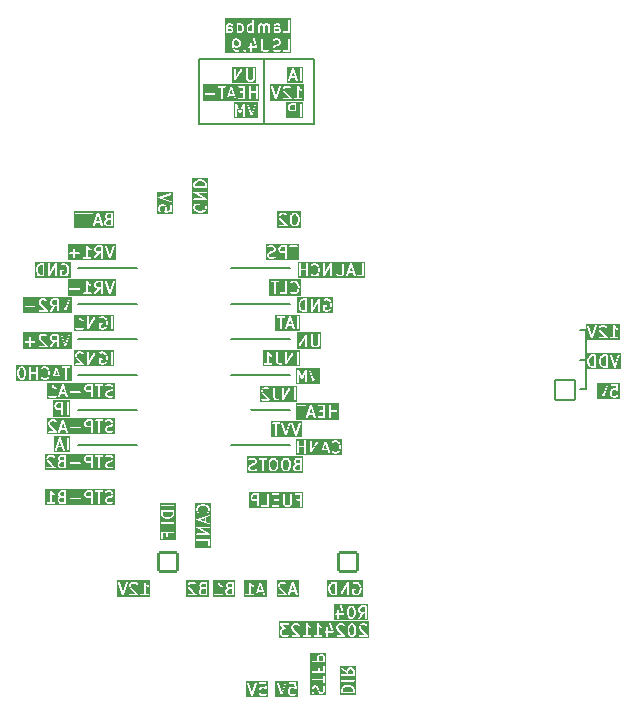
<source format=gbr>
%TF.GenerationSoftware,KiCad,Pcbnew,8.0.6*%
%TF.CreationDate,2025-01-10T15:23:22+07:00*%
%TF.ProjectId,NO2C,4e4f3243-2e6b-4696-9361-645f70636258,vD1*%
%TF.SameCoordinates,Original*%
%TF.FileFunction,Legend,Bot*%
%TF.FilePolarity,Positive*%
%FSLAX46Y46*%
G04 Gerber Fmt 4.6, Leading zero omitted, Abs format (unit mm)*
G04 Created by KiCad (PCBNEW 8.0.6) date 2025-01-10 15:23:22*
%MOMM*%
%LPD*%
G01*
G04 APERTURE LIST*
G04 Aperture macros list*
%AMRoundRect*
0 Rectangle with rounded corners*
0 $1 Rounding radius*
0 $2 $3 $4 $5 $6 $7 $8 $9 X,Y pos of 4 corners*
0 Add a 4 corners polygon primitive as box body*
4,1,4,$2,$3,$4,$5,$6,$7,$8,$9,$2,$3,0*
0 Add four circle primitives for the rounded corners*
1,1,$1+$1,$2,$3*
1,1,$1+$1,$4,$5*
1,1,$1+$1,$6,$7*
1,1,$1+$1,$8,$9*
0 Add four rect primitives between the rounded corners*
20,1,$1+$1,$2,$3,$4,$5,0*
20,1,$1+$1,$4,$5,$6,$7,0*
20,1,$1+$1,$6,$7,$8,$9,0*
20,1,$1+$1,$8,$9,$2,$3,0*%
G04 Aperture macros list end*
%ADD10C,0.150000*%
%ADD11C,0.250000*%
%ADD12RoundRect,0.101600X0.850000X-0.850000X0.850000X0.850000X-0.850000X0.850000X-0.850000X-0.850000X0*%
%ADD13O,1.903200X1.903200*%
%ADD14O,1.803200X1.803200*%
%ADD15RoundRect,0.101600X0.800000X-0.800000X0.800000X0.800000X-0.800000X0.800000X-0.800000X-0.800000X0*%
%ADD16C,2.453200*%
%ADD17C,5.303200*%
%ADD18RoundRect,0.101600X0.850000X0.850000X-0.850000X0.850000X-0.850000X-0.850000X0.850000X-0.850000X0*%
%ADD19C,1.003200*%
%ADD20C,6.603200*%
%ADD21C,0.853200*%
%ADD22O,2.303200X1.203200*%
%ADD23O,2.003200X1.203200*%
G04 APERTURE END LIST*
D10*
X24000000Y24500000D02*
X19000000Y24500000D01*
X48500000Y34250000D02*
X49000000Y34250000D01*
X24000000Y36500000D02*
X19000000Y36500000D01*
X21750000Y57250000D02*
X21750000Y51750000D01*
X11000000Y36500000D02*
X6000000Y36500000D01*
X24000000Y30500000D02*
X19000000Y30500000D01*
X24000000Y39500000D02*
X19000000Y39500000D01*
X11000000Y24500000D02*
X6000000Y24500000D01*
X11000000Y39500000D02*
X6000000Y39500000D01*
X16250000Y57250000D02*
X26000000Y57250000D01*
X26000000Y51750000D01*
X16250000Y51750000D01*
X16250000Y57250000D01*
X49000000Y34250000D02*
X49000000Y31750000D01*
X49000000Y31750000D02*
X48500000Y31750000D01*
X11000000Y27500000D02*
X6000000Y27500000D01*
X49000000Y31750000D02*
X49000000Y29250000D01*
X24000000Y27500000D02*
X19000000Y27500000D01*
X11000000Y30500000D02*
X6000000Y30500000D01*
X24000000Y33500000D02*
X19000000Y33500000D01*
X11000000Y33500000D02*
X6000000Y33500000D01*
X49000000Y29250000D02*
X48500000Y29250000D01*
G36*
X9099331Y34194070D02*
G01*
X5680932Y34194070D01*
X5680932Y34394813D01*
X5792043Y34394813D01*
X5792043Y34365549D01*
X5803242Y34338513D01*
X5823934Y34317821D01*
X5850970Y34306622D01*
X5865602Y34305181D01*
X6437030Y34305181D01*
X6451662Y34306622D01*
X6478698Y34317821D01*
X6499390Y34338513D01*
X6510589Y34365549D01*
X6510589Y34394813D01*
X6499390Y34421849D01*
X6478698Y34442541D01*
X6451662Y34453740D01*
X6437030Y34455181D01*
X6226316Y34455181D01*
X6226316Y35151496D01*
X6288759Y35089053D01*
X6294509Y35084333D01*
X6295808Y35082836D01*
X6298062Y35081417D01*
X6300124Y35079725D01*
X6301956Y35078967D01*
X6308251Y35075004D01*
X6403489Y35027385D01*
X6417220Y35022130D01*
X6446410Y35020056D01*
X6474172Y35029310D01*
X6496279Y35048483D01*
X6509367Y35074658D01*
X6511441Y35103848D01*
X6502187Y35131609D01*
X6483014Y35153717D01*
X6470571Y35161549D01*
X6386219Y35203725D01*
X6304838Y35285106D01*
X6241455Y35380181D01*
X6790602Y35380181D01*
X6790602Y34380181D01*
X6790972Y34376418D01*
X6790785Y34374942D01*
X6791306Y34373032D01*
X6792043Y34365549D01*
X6795860Y34356334D01*
X6798485Y34346710D01*
X6801412Y34342930D01*
X6803242Y34338513D01*
X6810292Y34331463D01*
X6816402Y34323573D01*
X6820555Y34321200D01*
X6823934Y34317821D01*
X6833146Y34314005D01*
X6841811Y34309054D01*
X6846554Y34308452D01*
X6850970Y34306622D01*
X6860944Y34306622D01*
X6870841Y34305364D01*
X6875453Y34306622D01*
X6880234Y34306622D01*
X6889449Y34310440D01*
X6899073Y34313064D01*
X6902853Y34315992D01*
X6907270Y34317821D01*
X6914320Y34324872D01*
X6922210Y34330981D01*
X6926562Y34337114D01*
X6927962Y34338513D01*
X6928531Y34339888D01*
X6930720Y34342971D01*
X7362030Y35097765D01*
X7362030Y34380181D01*
X7363471Y34365549D01*
X7374670Y34338513D01*
X7395362Y34317821D01*
X7422398Y34306622D01*
X7451662Y34306622D01*
X7478698Y34317821D01*
X7499390Y34338513D01*
X7510589Y34365549D01*
X7512030Y34380181D01*
X7512030Y34808753D01*
X7790602Y34808753D01*
X7790602Y34475420D01*
X7792043Y34460788D01*
X7795960Y34451332D01*
X7803241Y34433753D01*
X7812568Y34422388D01*
X7860187Y34374768D01*
X7871553Y34365440D01*
X7874041Y34364410D01*
X7876078Y34362643D01*
X7889504Y34356649D01*
X8032360Y34309030D01*
X8039615Y34307381D01*
X8041446Y34306622D01*
X8044099Y34306361D01*
X8046697Y34305770D01*
X8048671Y34305911D01*
X8056078Y34305181D01*
X8151316Y34305181D01*
X8158721Y34305911D01*
X8160696Y34305770D01*
X8163293Y34306361D01*
X8165948Y34306622D01*
X8167779Y34307381D01*
X8175033Y34309030D01*
X8317890Y34356649D01*
X8331315Y34362643D01*
X8333350Y34364409D01*
X8335841Y34365440D01*
X8347206Y34374767D01*
X8442445Y34470007D01*
X8447162Y34475756D01*
X8448661Y34477055D01*
X8450082Y34479314D01*
X8451772Y34481372D01*
X8452529Y34483202D01*
X8456493Y34489498D01*
X8504112Y34584736D01*
X8504521Y34585806D01*
X8504844Y34586241D01*
X8507036Y34592378D01*
X8509367Y34598467D01*
X8509405Y34599008D01*
X8509791Y34600087D01*
X8557410Y34790563D01*
X8557785Y34793100D01*
X8558208Y34794121D01*
X8558750Y34799634D01*
X8559560Y34805107D01*
X8559397Y34806200D01*
X8559649Y34808753D01*
X8559649Y34951610D01*
X8559397Y34954164D01*
X8559560Y34955256D01*
X8558750Y34960730D01*
X8558208Y34966242D01*
X8557785Y34967264D01*
X8557410Y34969800D01*
X8509791Y35160276D01*
X8509405Y35161356D01*
X8509367Y35161896D01*
X8507030Y35168003D01*
X8504844Y35174122D01*
X8504521Y35174558D01*
X8504112Y35175627D01*
X8456493Y35270865D01*
X8452530Y35277160D01*
X8451772Y35278992D01*
X8450080Y35281054D01*
X8448661Y35283308D01*
X8447164Y35284607D01*
X8442444Y35290357D01*
X8352620Y35380181D01*
X8838220Y35380181D01*
X8838220Y34380181D01*
X8839661Y34365549D01*
X8850860Y34338513D01*
X8871552Y34317821D01*
X8898588Y34306622D01*
X8927852Y34306622D01*
X8954888Y34317821D01*
X8975580Y34338513D01*
X8986779Y34365549D01*
X8988220Y34380181D01*
X8988220Y35380181D01*
X8986779Y35394813D01*
X8975580Y35421849D01*
X8954888Y35442541D01*
X8927852Y35453740D01*
X8898588Y35453740D01*
X8871552Y35442541D01*
X8850860Y35421849D01*
X8839661Y35394813D01*
X8838220Y35380181D01*
X8352620Y35380181D01*
X8347206Y35385595D01*
X8335841Y35394922D01*
X8333350Y35395954D01*
X8331315Y35397719D01*
X8317890Y35403713D01*
X8175033Y35451332D01*
X8167779Y35452982D01*
X8165948Y35453740D01*
X8163293Y35454002D01*
X8160696Y35454592D01*
X8158721Y35454452D01*
X8151316Y35455181D01*
X8008459Y35455181D01*
X7993827Y35453740D01*
X7991338Y35452710D01*
X7988649Y35452518D01*
X7974918Y35447263D01*
X7879680Y35399644D01*
X7867237Y35391812D01*
X7848064Y35369704D01*
X7838810Y35341943D01*
X7840884Y35312753D01*
X7853971Y35286578D01*
X7876079Y35267405D01*
X7903840Y35258151D01*
X7933030Y35260225D01*
X7946762Y35265480D01*
X8026164Y35305181D01*
X8139146Y35305181D01*
X8253659Y35267010D01*
X8327772Y35192897D01*
X8366265Y35115910D01*
X8409649Y34942376D01*
X8409649Y34817987D01*
X8366265Y34644453D01*
X8327771Y34567466D01*
X8253659Y34493353D01*
X8139146Y34455181D01*
X8068248Y34455181D01*
X7953735Y34493352D01*
X7940602Y34506486D01*
X7940602Y34733753D01*
X8056078Y34733753D01*
X8070710Y34735194D01*
X8097746Y34746393D01*
X8118438Y34767085D01*
X8129637Y34794121D01*
X8129637Y34823385D01*
X8118438Y34850421D01*
X8097746Y34871113D01*
X8070710Y34882312D01*
X8056078Y34883753D01*
X7865602Y34883753D01*
X7850970Y34882312D01*
X7823934Y34871113D01*
X7803242Y34850421D01*
X7792043Y34823385D01*
X7790602Y34808753D01*
X7512030Y34808753D01*
X7512030Y35380181D01*
X7511659Y35383945D01*
X7511847Y35385420D01*
X7511325Y35387331D01*
X7510589Y35394813D01*
X7506771Y35404029D01*
X7504147Y35413652D01*
X7501219Y35417433D01*
X7499390Y35421849D01*
X7492339Y35428900D01*
X7486230Y35436789D01*
X7482076Y35439163D01*
X7478698Y35442541D01*
X7469485Y35446358D01*
X7460821Y35451308D01*
X7456077Y35451911D01*
X7451662Y35453740D01*
X7441688Y35453740D01*
X7431791Y35454998D01*
X7427179Y35453740D01*
X7422398Y35453740D01*
X7413181Y35449923D01*
X7403560Y35447298D01*
X7399780Y35444372D01*
X7395362Y35442541D01*
X7388310Y35435490D01*
X7380422Y35429381D01*
X7376067Y35423247D01*
X7374670Y35421849D01*
X7374101Y35420477D01*
X7371912Y35417392D01*
X6940602Y34662598D01*
X6940602Y35380181D01*
X6939161Y35394813D01*
X6927962Y35421849D01*
X6907270Y35442541D01*
X6880234Y35453740D01*
X6850970Y35453740D01*
X6823934Y35442541D01*
X6803242Y35421849D01*
X6792043Y35394813D01*
X6790602Y35380181D01*
X6241455Y35380181D01*
X6213720Y35421784D01*
X6213685Y35421827D01*
X6213676Y35421849D01*
X6213624Y35421901D01*
X6204404Y35433159D01*
X6198234Y35437291D01*
X6192984Y35442541D01*
X6186194Y35445354D01*
X6180089Y35449442D01*
X6172808Y35450899D01*
X6165948Y35453740D01*
X6158600Y35453740D01*
X6151395Y35455181D01*
X6144111Y35453740D01*
X6136684Y35453740D01*
X6129895Y35450928D01*
X6122687Y35449502D01*
X6116508Y35445383D01*
X6109648Y35442541D01*
X6104452Y35437346D01*
X6098338Y35433269D01*
X6094206Y35427100D01*
X6088956Y35421849D01*
X6086143Y35415060D01*
X6082055Y35408954D01*
X6080598Y35401674D01*
X6077757Y35394813D01*
X6076331Y35380337D01*
X6076316Y35380260D01*
X6076321Y35380234D01*
X6076316Y35380181D01*
X6076316Y34455181D01*
X5865602Y34455181D01*
X5850970Y34453740D01*
X5823934Y34442541D01*
X5803242Y34421849D01*
X5792043Y34394813D01*
X5680932Y34394813D01*
X5680932Y35566292D01*
X9099331Y35566292D01*
X9099331Y34194070D01*
G37*
G36*
X16838220Y11955181D02*
G01*
X16549973Y11955181D01*
X16481457Y11989439D01*
X16451050Y12019847D01*
X16416792Y12088363D01*
X16416792Y12195810D01*
X16451050Y12264326D01*
X16477544Y12290820D01*
X16592057Y12328991D01*
X16838220Y12328991D01*
X16838220Y11955181D01*
G37*
G36*
X16838220Y12478991D02*
G01*
X16597592Y12478991D01*
X16529076Y12513249D01*
X16498669Y12543656D01*
X16464411Y12612172D01*
X16464411Y12672000D01*
X16498669Y12740516D01*
X16529076Y12770923D01*
X16597592Y12805181D01*
X16838220Y12805181D01*
X16838220Y12478991D01*
G37*
G36*
X17099331Y11694070D02*
G01*
X15203300Y11694070D01*
X15203300Y12689705D01*
X15314411Y12689705D01*
X15314411Y12594467D01*
X15315140Y12587062D01*
X15315000Y12585087D01*
X15315590Y12582490D01*
X15315852Y12579835D01*
X15316610Y12578004D01*
X15318260Y12570750D01*
X15365879Y12427893D01*
X15371873Y12414468D01*
X15373638Y12412433D01*
X15374670Y12409942D01*
X15383997Y12398577D01*
X15827392Y11955181D01*
X15389411Y11955181D01*
X15374779Y11953740D01*
X15347743Y11942541D01*
X15327051Y11921849D01*
X15315852Y11894813D01*
X15315852Y11865549D01*
X15327051Y11838513D01*
X15347743Y11817821D01*
X15374779Y11806622D01*
X15389411Y11805181D01*
X16008458Y11805181D01*
X16023090Y11806622D01*
X16031008Y11809902D01*
X16050126Y11817820D01*
X16070818Y11838513D01*
X16082017Y11865549D01*
X16082017Y11894812D01*
X16070819Y11921849D01*
X16061491Y11933214D01*
X15781191Y12213515D01*
X16266792Y12213515D01*
X16266792Y12070658D01*
X16268233Y12056026D01*
X16269264Y12053537D01*
X16269455Y12050849D01*
X16274710Y12037117D01*
X16322329Y11941879D01*
X16326292Y11935583D01*
X16327050Y11933753D01*
X16328739Y11931695D01*
X16330161Y11929436D01*
X16331659Y11928137D01*
X16336377Y11922388D01*
X16383996Y11874768D01*
X16389745Y11870050D01*
X16391046Y11868550D01*
X16393305Y11867128D01*
X16395362Y11865440D01*
X16397189Y11864683D01*
X16403489Y11860718D01*
X16498727Y11813099D01*
X16512458Y11807844D01*
X16515147Y11807653D01*
X16517636Y11806622D01*
X16532268Y11805181D01*
X16913220Y11805181D01*
X16927852Y11806622D01*
X16954888Y11817821D01*
X16975580Y11838513D01*
X16986779Y11865549D01*
X16988220Y11880181D01*
X16988220Y12880181D01*
X16986779Y12894813D01*
X16975580Y12921849D01*
X16954888Y12942541D01*
X16927852Y12953740D01*
X16913220Y12955181D01*
X16579887Y12955181D01*
X16565255Y12953740D01*
X16562766Y12952710D01*
X16560077Y12952518D01*
X16546346Y12947263D01*
X16451108Y12899644D01*
X16444808Y12895680D01*
X16442981Y12894922D01*
X16440924Y12893234D01*
X16438665Y12891812D01*
X16437365Y12890314D01*
X16431616Y12885595D01*
X16383997Y12837976D01*
X16379278Y12832227D01*
X16377780Y12830927D01*
X16376358Y12828668D01*
X16374670Y12826611D01*
X16373912Y12824784D01*
X16369948Y12818484D01*
X16322329Y12723246D01*
X16317074Y12709514D01*
X16316883Y12706827D01*
X16315852Y12704337D01*
X16314411Y12689705D01*
X16314411Y12594467D01*
X16315852Y12579835D01*
X16316883Y12577346D01*
X16317074Y12574658D01*
X16322329Y12560926D01*
X16369948Y12465688D01*
X16373912Y12459389D01*
X16374670Y12457561D01*
X16376358Y12455505D01*
X16377780Y12453245D01*
X16379278Y12451946D01*
X16383997Y12446196D01*
X16405954Y12424239D01*
X16399887Y12421529D01*
X16397850Y12419763D01*
X16395362Y12418732D01*
X16383997Y12409405D01*
X16336378Y12361786D01*
X16331659Y12356037D01*
X16330161Y12354737D01*
X16328739Y12352478D01*
X16327051Y12350421D01*
X16326293Y12348594D01*
X16322329Y12342294D01*
X16274710Y12247056D01*
X16269455Y12233324D01*
X16269264Y12230637D01*
X16268233Y12228147D01*
X16266792Y12213515D01*
X15781191Y12213515D01*
X15502582Y12492124D01*
X15464411Y12606638D01*
X15464411Y12672000D01*
X15498669Y12740516D01*
X15529076Y12770923D01*
X15597592Y12805181D01*
X15800277Y12805181D01*
X15868793Y12770923D01*
X15907806Y12731910D01*
X15919171Y12722583D01*
X15946207Y12711384D01*
X15975470Y12711384D01*
X16002506Y12722583D01*
X16023199Y12743276D01*
X16034398Y12770312D01*
X16034398Y12799575D01*
X16023199Y12826611D01*
X16013872Y12837976D01*
X15966253Y12885595D01*
X15960503Y12890314D01*
X15959204Y12891812D01*
X15956944Y12893234D01*
X15954888Y12894922D01*
X15953060Y12895680D01*
X15946761Y12899644D01*
X15851523Y12947263D01*
X15837791Y12952518D01*
X15835103Y12952709D01*
X15832614Y12953740D01*
X15817982Y12955181D01*
X15579887Y12955181D01*
X15565255Y12953740D01*
X15562766Y12952710D01*
X15560077Y12952518D01*
X15546346Y12947263D01*
X15451108Y12899644D01*
X15444808Y12895680D01*
X15442981Y12894922D01*
X15440924Y12893234D01*
X15438665Y12891812D01*
X15437365Y12890314D01*
X15431616Y12885595D01*
X15383997Y12837976D01*
X15379278Y12832227D01*
X15377780Y12830927D01*
X15376358Y12828668D01*
X15374670Y12826611D01*
X15373912Y12824784D01*
X15369948Y12818484D01*
X15322329Y12723246D01*
X15317074Y12709514D01*
X15316883Y12706827D01*
X15315852Y12704337D01*
X15314411Y12689705D01*
X15203300Y12689705D01*
X15203300Y13066292D01*
X17099331Y13066292D01*
X17099331Y11694070D01*
G37*
G36*
X4231077Y36431372D02*
G01*
X3942830Y36431372D01*
X3874314Y36465630D01*
X3843907Y36496037D01*
X3809649Y36564553D01*
X3809649Y36672000D01*
X3843907Y36740516D01*
X3874314Y36770923D01*
X3942830Y36805181D01*
X4231077Y36805181D01*
X4231077Y36431372D01*
G37*
G36*
X5491599Y35694070D02*
G01*
X1407122Y35694070D01*
X1407122Y36275766D01*
X1518233Y36275766D01*
X1518233Y36246502D01*
X1529432Y36219466D01*
X1550124Y36198774D01*
X1577160Y36187575D01*
X1591792Y36186134D01*
X2353696Y36186134D01*
X2368328Y36187575D01*
X2395364Y36198774D01*
X2416056Y36219466D01*
X2427255Y36246502D01*
X2427255Y36275766D01*
X2416056Y36302802D01*
X2395364Y36323494D01*
X2368328Y36334693D01*
X2353696Y36336134D01*
X1591792Y36336134D01*
X1577160Y36334693D01*
X1550124Y36323494D01*
X1529432Y36302802D01*
X1518233Y36275766D01*
X1407122Y36275766D01*
X1407122Y36689705D01*
X2707268Y36689705D01*
X2707268Y36594467D01*
X2707997Y36587062D01*
X2707857Y36585087D01*
X2708447Y36582490D01*
X2708709Y36579835D01*
X2709467Y36578004D01*
X2711117Y36570750D01*
X2758736Y36427893D01*
X2764730Y36414468D01*
X2766495Y36412433D01*
X2767527Y36409942D01*
X2776854Y36398577D01*
X3220249Y35955181D01*
X2782268Y35955181D01*
X2767636Y35953740D01*
X2740600Y35942541D01*
X2719908Y35921849D01*
X2708709Y35894813D01*
X2708709Y35865549D01*
X2719908Y35838513D01*
X2740600Y35817821D01*
X2767636Y35806622D01*
X2782268Y35805181D01*
X3401315Y35805181D01*
X3415947Y35806622D01*
X3427791Y35811528D01*
X3442983Y35817820D01*
X3463675Y35838513D01*
X3474874Y35865549D01*
X3474874Y35894812D01*
X3463676Y35921849D01*
X3454348Y35933214D01*
X2895439Y36492124D01*
X2857268Y36606638D01*
X2857268Y36672000D01*
X2866121Y36689705D01*
X3659649Y36689705D01*
X3659649Y36546848D01*
X3661090Y36532216D01*
X3662121Y36529727D01*
X3662312Y36527039D01*
X3667567Y36513307D01*
X3715186Y36418069D01*
X3719150Y36411770D01*
X3719908Y36409942D01*
X3721596Y36407886D01*
X3723018Y36405626D01*
X3724516Y36404327D01*
X3729235Y36398577D01*
X3776854Y36350958D01*
X3782603Y36346240D01*
X3783903Y36344741D01*
X3786162Y36343320D01*
X3788219Y36341631D01*
X3790046Y36340874D01*
X3796346Y36336909D01*
X3891584Y36289290D01*
X3905315Y36284035D01*
X3908004Y36283844D01*
X3910493Y36282813D01*
X3924010Y36281482D01*
X3673207Y35923191D01*
X3665996Y35910377D01*
X3659667Y35881806D01*
X3664752Y35852989D01*
X3680479Y35828310D01*
X3704453Y35811528D01*
X3733024Y35805199D01*
X3761841Y35810284D01*
X3786520Y35826011D01*
X3796091Y35837171D01*
X4107031Y36281372D01*
X4231077Y36281372D01*
X4231077Y35880181D01*
X4232518Y35865549D01*
X4243717Y35838513D01*
X4264409Y35817821D01*
X4291445Y35806622D01*
X4320709Y35806622D01*
X4347745Y35817821D01*
X4368437Y35838513D01*
X4379636Y35865549D01*
X4381077Y35880181D01*
X4381077Y36870801D01*
X4565000Y36870801D01*
X4568260Y36856464D01*
X4901593Y35856464D01*
X4907587Y35843039D01*
X4911097Y35838992D01*
X4913494Y35834198D01*
X4920602Y35828033D01*
X4926761Y35820932D01*
X4931550Y35818538D01*
X4935601Y35815024D01*
X4944526Y35812050D01*
X4952934Y35807845D01*
X4958278Y35807466D01*
X4963364Y35805770D01*
X4972744Y35806437D01*
X4982124Y35805770D01*
X4987209Y35807466D01*
X4992554Y35807845D01*
X5000964Y35812051D01*
X5009886Y35815024D01*
X5013933Y35818535D01*
X5018727Y35820931D01*
X5024890Y35828037D01*
X5031994Y35834198D01*
X5034389Y35838990D01*
X5037901Y35843038D01*
X5043895Y35856464D01*
X5377228Y36856464D01*
X5380488Y36870800D01*
X5378413Y36899990D01*
X5365327Y36926164D01*
X5343219Y36945338D01*
X5315457Y36954592D01*
X5286267Y36952517D01*
X5260094Y36939430D01*
X5240920Y36917323D01*
X5234926Y36903898D01*
X4972744Y36117352D01*
X4710562Y36903898D01*
X4704568Y36917324D01*
X4685394Y36939431D01*
X4659221Y36952517D01*
X4630031Y36954592D01*
X4602268Y36945338D01*
X4580161Y36926164D01*
X4567075Y36899991D01*
X4565000Y36870801D01*
X4381077Y36870801D01*
X4381077Y36880181D01*
X4379636Y36894813D01*
X4368437Y36921849D01*
X4347745Y36942541D01*
X4320709Y36953740D01*
X4306077Y36955181D01*
X3925125Y36955181D01*
X3910493Y36953740D01*
X3908004Y36952710D01*
X3905315Y36952518D01*
X3891584Y36947263D01*
X3796346Y36899644D01*
X3790046Y36895680D01*
X3788219Y36894922D01*
X3786162Y36893234D01*
X3783903Y36891812D01*
X3782603Y36890314D01*
X3776854Y36885595D01*
X3729235Y36837976D01*
X3724516Y36832227D01*
X3723018Y36830927D01*
X3721596Y36828668D01*
X3719908Y36826611D01*
X3719150Y36824784D01*
X3715186Y36818484D01*
X3667567Y36723246D01*
X3662312Y36709514D01*
X3662121Y36706827D01*
X3661090Y36704337D01*
X3659649Y36689705D01*
X2866121Y36689705D01*
X2891526Y36740516D01*
X2921933Y36770923D01*
X2990449Y36805181D01*
X3193134Y36805181D01*
X3261650Y36770923D01*
X3300663Y36731910D01*
X3312028Y36722583D01*
X3339064Y36711384D01*
X3368327Y36711384D01*
X3395363Y36722583D01*
X3416056Y36743276D01*
X3427255Y36770312D01*
X3427255Y36799575D01*
X3416056Y36826611D01*
X3406729Y36837976D01*
X3359110Y36885595D01*
X3353360Y36890314D01*
X3352061Y36891812D01*
X3349801Y36893234D01*
X3347745Y36894922D01*
X3345917Y36895680D01*
X3339618Y36899644D01*
X3244380Y36947263D01*
X3230648Y36952518D01*
X3227960Y36952709D01*
X3225471Y36953740D01*
X3210839Y36955181D01*
X2972744Y36955181D01*
X2958112Y36953740D01*
X2955623Y36952710D01*
X2952934Y36952518D01*
X2939203Y36947263D01*
X2843965Y36899644D01*
X2837665Y36895680D01*
X2835838Y36894922D01*
X2833781Y36893234D01*
X2831522Y36891812D01*
X2830222Y36890314D01*
X2824473Y36885595D01*
X2776854Y36837976D01*
X2772135Y36832227D01*
X2770637Y36830927D01*
X2769215Y36828668D01*
X2767527Y36826611D01*
X2766769Y36824784D01*
X2762805Y36818484D01*
X2715186Y36723246D01*
X2709931Y36709514D01*
X2709740Y36706827D01*
X2708709Y36704337D01*
X2707268Y36689705D01*
X1407122Y36689705D01*
X1407122Y37066292D01*
X5491599Y37066292D01*
X5491599Y35694070D01*
G37*
G36*
X19583079Y58770923D02*
G01*
X19613486Y58740516D01*
X19647744Y58672000D01*
X19647744Y58469315D01*
X19613486Y58400799D01*
X19583079Y58370392D01*
X19514563Y58336134D01*
X19359497Y58336134D01*
X19290981Y58370392D01*
X19260574Y58400799D01*
X19226316Y58469315D01*
X19226316Y58672000D01*
X19260574Y58740516D01*
X19290981Y58770923D01*
X19359497Y58805181D01*
X19514563Y58805181D01*
X19583079Y58770923D01*
G37*
G36*
X18702934Y59798741D02*
G01*
X18705623Y59798550D01*
X18708112Y59797519D01*
X18722744Y59796078D01*
X18943134Y59796078D01*
X19000175Y59767558D01*
X19028696Y59710516D01*
X19028696Y59650688D01*
X19000175Y59593646D01*
X18943134Y59565125D01*
X18740449Y59565125D01*
X18702506Y59584097D01*
X18702506Y59798905D01*
X18702934Y59798741D01*
G37*
G36*
X19868793Y60047534D02*
G01*
X19899200Y60017127D01*
X19933458Y59948611D01*
X19933458Y59698307D01*
X19899199Y59629791D01*
X19868792Y59599383D01*
X19800277Y59565125D01*
X19645211Y59565125D01*
X19607268Y59584097D01*
X19607268Y60062821D01*
X19645211Y60081792D01*
X19800277Y60081792D01*
X19868793Y60047534D01*
G37*
G36*
X20790601Y60062821D02*
G01*
X20790601Y59584097D01*
X20752658Y59565125D01*
X20597592Y59565125D01*
X20529076Y59599383D01*
X20498669Y59629791D01*
X20464411Y59698307D01*
X20464411Y59948611D01*
X20498669Y60017127D01*
X20529076Y60047534D01*
X20597592Y60081792D01*
X20752658Y60081792D01*
X20790601Y60062821D01*
G37*
G36*
X22750553Y59798741D02*
G01*
X22753242Y59798550D01*
X22755731Y59797519D01*
X22770363Y59796078D01*
X22990753Y59796078D01*
X23047794Y59767558D01*
X23076315Y59710516D01*
X23076315Y59650688D01*
X23047794Y59593646D01*
X22990753Y59565125D01*
X22788068Y59565125D01*
X22750125Y59584097D01*
X22750125Y59798905D01*
X22750553Y59798741D01*
G37*
G36*
X24099331Y57694070D02*
G01*
X18441395Y57694070D01*
X18441395Y58689705D01*
X19076316Y58689705D01*
X19076316Y58308753D01*
X19076567Y58306200D01*
X19076405Y58305107D01*
X19077214Y58299634D01*
X19077757Y58294121D01*
X19078179Y58293100D01*
X19078555Y58290563D01*
X19126174Y58100087D01*
X19129254Y58091465D01*
X19129614Y58089648D01*
X19130492Y58088001D01*
X19131121Y58086241D01*
X19132224Y58084753D01*
X19136531Y58076674D01*
X19231769Y57933817D01*
X19231802Y57933777D01*
X19231812Y57933753D01*
X19236388Y57928177D01*
X19241085Y57922442D01*
X19241106Y57922428D01*
X19241139Y57922388D01*
X19288758Y57874768D01*
X19294507Y57870050D01*
X19295808Y57868550D01*
X19298067Y57867128D01*
X19300124Y57865440D01*
X19301951Y57864683D01*
X19308251Y57860718D01*
X19403489Y57813099D01*
X19417220Y57807844D01*
X19419909Y57807653D01*
X19422398Y57806622D01*
X19437030Y57805181D01*
X19627506Y57805181D01*
X19642138Y57806622D01*
X19669174Y57817821D01*
X19689866Y57838513D01*
X19701065Y57865549D01*
X19701065Y57894813D01*
X19689866Y57921849D01*
X19669284Y57942431D01*
X20030137Y57942431D01*
X20030137Y57913168D01*
X20035174Y57901009D01*
X20041336Y57886132D01*
X20050663Y57874767D01*
X20098282Y57827148D01*
X20109647Y57817821D01*
X20136683Y57806622D01*
X20136684Y57806622D01*
X20165946Y57806622D01*
X20165947Y57806622D01*
X20192983Y57817821D01*
X20204348Y57827148D01*
X20251967Y57874767D01*
X20261294Y57886132D01*
X20272493Y57913168D01*
X20272493Y57942431D01*
X20270747Y57946646D01*
X20261295Y57969467D01*
X20251967Y57980833D01*
X20204349Y58028452D01*
X20192983Y58037780D01*
X20192982Y58037781D01*
X20177145Y58044341D01*
X20165947Y58048979D01*
X20165946Y58048979D01*
X20136683Y58048979D01*
X20125485Y58044341D01*
X20109648Y58037781D01*
X20109647Y58037780D01*
X20098281Y58028452D01*
X20050662Y57980832D01*
X20041335Y57969467D01*
X20030137Y57942431D01*
X19669284Y57942431D01*
X19669174Y57942541D01*
X19642138Y57953740D01*
X19627506Y57955181D01*
X19454735Y57955181D01*
X19386219Y57989439D01*
X19352457Y58023202D01*
X19268545Y58149071D01*
X19250021Y58223167D01*
X19308251Y58194052D01*
X19321982Y58188797D01*
X19324671Y58188606D01*
X19327160Y58187575D01*
X19341792Y58186134D01*
X19532268Y58186134D01*
X19546900Y58187575D01*
X19549389Y58188607D01*
X19552077Y58188797D01*
X19565809Y58194052D01*
X19633999Y58228147D01*
X20458709Y58228147D01*
X20458709Y58198883D01*
X20469908Y58171847D01*
X20490600Y58151155D01*
X20517636Y58139956D01*
X20532268Y58138515D01*
X20600125Y58138515D01*
X20600125Y57880181D01*
X20601566Y57865549D01*
X20612765Y57838513D01*
X20633457Y57817821D01*
X20660493Y57806622D01*
X20689757Y57806622D01*
X20716793Y57817821D01*
X20737485Y57838513D01*
X20748684Y57865549D01*
X20750125Y57880181D01*
X20750125Y58138515D01*
X21151315Y58138515D01*
X21158720Y58139245D01*
X21160695Y58139104D01*
X21162120Y58139580D01*
X21165947Y58139956D01*
X21177056Y58144558D01*
X21188457Y58148358D01*
X21190492Y58150124D01*
X21192983Y58151155D01*
X21201485Y58159658D01*
X21210565Y58167532D01*
X21211769Y58169942D01*
X21213675Y58171847D01*
X21218277Y58182959D01*
X21223651Y58193706D01*
X21223841Y58196392D01*
X21224874Y58198883D01*
X21224874Y58210911D01*
X21225726Y58222896D01*
X21224874Y58226643D01*
X21224874Y58228147D01*
X21224115Y58229978D01*
X21222466Y58237233D01*
X21008150Y58880181D01*
X21504887Y58880181D01*
X21504887Y58070658D01*
X21506328Y58056026D01*
X21507359Y58053537D01*
X21507550Y58050849D01*
X21512805Y58037117D01*
X21560424Y57941879D01*
X21564387Y57935583D01*
X21565145Y57933753D01*
X21566834Y57931695D01*
X21568256Y57929436D01*
X21569754Y57928137D01*
X21574472Y57922388D01*
X21622091Y57874768D01*
X21627840Y57870050D01*
X21629141Y57868550D01*
X21631400Y57867128D01*
X21633457Y57865440D01*
X21635284Y57864683D01*
X21641584Y57860718D01*
X21736822Y57813099D01*
X21750553Y57807844D01*
X21753242Y57807653D01*
X21755731Y57806622D01*
X21770363Y57805181D01*
X21960839Y57805181D01*
X21975471Y57806622D01*
X21977960Y57807654D01*
X21980648Y57807844D01*
X21994380Y57813099D01*
X22089618Y57860718D01*
X22095917Y57864683D01*
X22097745Y57865440D01*
X22099801Y57867128D01*
X22102061Y57868550D01*
X22103361Y57870050D01*
X22109111Y57874768D01*
X22156729Y57922387D01*
X22161447Y57928137D01*
X22162946Y57929436D01*
X22164367Y57931695D01*
X22166057Y57933753D01*
X22166814Y57935583D01*
X22170778Y57941879D01*
X22218397Y58037117D01*
X22223652Y58050848D01*
X22223843Y58053538D01*
X22224874Y58056026D01*
X22226315Y58070658D01*
X22226315Y58165896D01*
X22504887Y58165896D01*
X22504887Y58070658D01*
X22506328Y58056026D01*
X22507359Y58053537D01*
X22507550Y58050849D01*
X22512805Y58037117D01*
X22560424Y57941879D01*
X22564387Y57935583D01*
X22565145Y57933753D01*
X22566834Y57931695D01*
X22568256Y57929436D01*
X22569754Y57928137D01*
X22574472Y57922388D01*
X22622091Y57874768D01*
X22627840Y57870050D01*
X22629141Y57868550D01*
X22631400Y57867128D01*
X22633457Y57865440D01*
X22635284Y57864683D01*
X22641584Y57860718D01*
X22736822Y57813099D01*
X22750553Y57807844D01*
X22753242Y57807653D01*
X22755731Y57806622D01*
X22770363Y57805181D01*
X23008458Y57805181D01*
X23015863Y57805911D01*
X23017838Y57805770D01*
X23020435Y57806361D01*
X23023090Y57806622D01*
X23024921Y57807381D01*
X23032175Y57809030D01*
X23175032Y57856649D01*
X23188457Y57862643D01*
X23210564Y57881817D01*
X23217062Y57894813D01*
X23363471Y57894813D01*
X23363471Y57865549D01*
X23374670Y57838513D01*
X23395362Y57817821D01*
X23422398Y57806622D01*
X23437030Y57805181D01*
X23913220Y57805181D01*
X23927852Y57806622D01*
X23954888Y57817821D01*
X23975580Y57838513D01*
X23986779Y57865549D01*
X23986779Y57865550D01*
X23988220Y57880181D01*
X23988220Y58880181D01*
X23986779Y58894813D01*
X23975580Y58921849D01*
X23954888Y58942541D01*
X23927852Y58953740D01*
X23898588Y58953740D01*
X23871552Y58942541D01*
X23850860Y58921849D01*
X23839661Y58894813D01*
X23838220Y58880181D01*
X23838220Y57955181D01*
X23437030Y57955181D01*
X23422398Y57953740D01*
X23395362Y57942541D01*
X23374670Y57921849D01*
X23363471Y57894813D01*
X23217062Y57894813D01*
X23223651Y57907990D01*
X23225726Y57937180D01*
X23216472Y57964942D01*
X23197298Y57987050D01*
X23171124Y58000136D01*
X23141934Y58002211D01*
X23127597Y57998951D01*
X22996288Y57955181D01*
X22788068Y57955181D01*
X22719552Y57989439D01*
X22689145Y58019847D01*
X22654887Y58088363D01*
X22654887Y58148191D01*
X22689145Y58216707D01*
X22719552Y58247114D01*
X22796539Y58285608D01*
X22979029Y58331230D01*
X22980108Y58331616D01*
X22980648Y58331654D01*
X22986729Y58333982D01*
X22992875Y58336177D01*
X22993310Y58336500D01*
X22994380Y58336909D01*
X23089618Y58384528D01*
X23095917Y58388493D01*
X23097745Y58389250D01*
X23099801Y58390939D01*
X23102061Y58392360D01*
X23103360Y58393859D01*
X23109110Y58398577D01*
X23156729Y58446196D01*
X23161447Y58451946D01*
X23162946Y58453245D01*
X23164367Y58455505D01*
X23166056Y58457561D01*
X23166813Y58459389D01*
X23170778Y58465688D01*
X23218397Y58560926D01*
X23223652Y58574657D01*
X23223843Y58577347D01*
X23224874Y58579835D01*
X23226315Y58594467D01*
X23226315Y58689705D01*
X23224874Y58704337D01*
X23223843Y58706826D01*
X23223652Y58709515D01*
X23218397Y58723246D01*
X23170778Y58818484D01*
X23166813Y58824784D01*
X23166056Y58826611D01*
X23164367Y58828668D01*
X23162946Y58830927D01*
X23161447Y58832227D01*
X23156729Y58837976D01*
X23109110Y58885595D01*
X23103360Y58890314D01*
X23102061Y58891812D01*
X23099801Y58893234D01*
X23097745Y58894922D01*
X23095917Y58895680D01*
X23089618Y58899644D01*
X22994380Y58947263D01*
X22980648Y58952518D01*
X22977960Y58952709D01*
X22975471Y58953740D01*
X22960839Y58955181D01*
X22722744Y58955181D01*
X22715337Y58954452D01*
X22713363Y58954592D01*
X22710765Y58954002D01*
X22708112Y58953740D01*
X22706281Y58952982D01*
X22699026Y58951332D01*
X22556170Y58903713D01*
X22542744Y58897719D01*
X22520637Y58878545D01*
X22507551Y58852372D01*
X22505476Y58823182D01*
X22514730Y58795419D01*
X22533904Y58773312D01*
X22560077Y58760226D01*
X22589267Y58758151D01*
X22603604Y58761411D01*
X22734914Y58805181D01*
X22943134Y58805181D01*
X23011650Y58770923D01*
X23042057Y58740516D01*
X23076315Y58672000D01*
X23076315Y58612172D01*
X23042057Y58543656D01*
X23011650Y58513249D01*
X22934663Y58474756D01*
X22752173Y58429133D01*
X22751093Y58428748D01*
X22750553Y58428709D01*
X22744463Y58426379D01*
X22738327Y58424186D01*
X22737891Y58423864D01*
X22736822Y58423454D01*
X22641584Y58375835D01*
X22635284Y58371871D01*
X22633457Y58371113D01*
X22631400Y58369425D01*
X22629141Y58368003D01*
X22627841Y58366505D01*
X22622092Y58361786D01*
X22574473Y58314167D01*
X22569754Y58308418D01*
X22568256Y58307118D01*
X22566834Y58304859D01*
X22565146Y58302802D01*
X22564388Y58300975D01*
X22560424Y58294675D01*
X22512805Y58199437D01*
X22507550Y58185705D01*
X22507359Y58183018D01*
X22506328Y58180528D01*
X22504887Y58165896D01*
X22226315Y58165896D01*
X22226315Y58880181D01*
X22224874Y58894813D01*
X22213675Y58921849D01*
X22192983Y58942541D01*
X22165947Y58953740D01*
X22136683Y58953740D01*
X22109647Y58942541D01*
X22088955Y58921849D01*
X22077756Y58894813D01*
X22076315Y58880181D01*
X22076315Y58088363D01*
X22042056Y58019847D01*
X22011649Y57989439D01*
X21943134Y57955181D01*
X21788068Y57955181D01*
X21719552Y57989439D01*
X21689145Y58019847D01*
X21654887Y58088363D01*
X21654887Y58880181D01*
X21653446Y58894813D01*
X21642247Y58921849D01*
X21621555Y58942541D01*
X21594519Y58953740D01*
X21565255Y58953740D01*
X21538219Y58942541D01*
X21517527Y58921849D01*
X21506328Y58894813D01*
X21504887Y58880181D01*
X21008150Y58880181D01*
X20984371Y58951517D01*
X20978377Y58964943D01*
X20959203Y58987050D01*
X20933030Y59000136D01*
X20903840Y59002211D01*
X20876077Y58992957D01*
X20853970Y58973783D01*
X20840884Y58947610D01*
X20838809Y58918420D01*
X20842069Y58904083D01*
X21047258Y58288515D01*
X20750125Y58288515D01*
X20750125Y58546848D01*
X20748684Y58561480D01*
X20737485Y58588516D01*
X20716793Y58609208D01*
X20689757Y58620407D01*
X20660493Y58620407D01*
X20633457Y58609208D01*
X20612765Y58588516D01*
X20601566Y58561480D01*
X20600125Y58546848D01*
X20600125Y58288515D01*
X20532268Y58288515D01*
X20517636Y58287074D01*
X20490600Y58275875D01*
X20469908Y58255183D01*
X20458709Y58228147D01*
X19633999Y58228147D01*
X19661047Y58241671D01*
X19667346Y58245636D01*
X19669174Y58246393D01*
X19671230Y58248082D01*
X19673490Y58249503D01*
X19674789Y58251002D01*
X19680539Y58255720D01*
X19728158Y58303339D01*
X19732876Y58309089D01*
X19734375Y58310388D01*
X19735796Y58312648D01*
X19737485Y58314704D01*
X19738242Y58316532D01*
X19742207Y58322831D01*
X19789826Y58418069D01*
X19795081Y58431800D01*
X19795272Y58434490D01*
X19796303Y58436978D01*
X19797744Y58451610D01*
X19797744Y58689705D01*
X19796303Y58704337D01*
X19795272Y58706826D01*
X19795081Y58709515D01*
X19789826Y58723246D01*
X19742207Y58818484D01*
X19738242Y58824784D01*
X19737485Y58826611D01*
X19735796Y58828668D01*
X19734375Y58830927D01*
X19732876Y58832227D01*
X19728158Y58837976D01*
X19680539Y58885595D01*
X19674789Y58890314D01*
X19673490Y58891812D01*
X19671230Y58893234D01*
X19669174Y58894922D01*
X19667346Y58895680D01*
X19661047Y58899644D01*
X19565809Y58947263D01*
X19552077Y58952518D01*
X19549389Y58952709D01*
X19546900Y58953740D01*
X19532268Y58955181D01*
X19341792Y58955181D01*
X19327160Y58953740D01*
X19324671Y58952710D01*
X19321982Y58952518D01*
X19308251Y58947263D01*
X19213013Y58899644D01*
X19206713Y58895680D01*
X19204886Y58894922D01*
X19202829Y58893234D01*
X19200570Y58891812D01*
X19199270Y58890314D01*
X19193521Y58885595D01*
X19145902Y58837976D01*
X19141183Y58832227D01*
X19139685Y58830927D01*
X19138263Y58828668D01*
X19136575Y58826611D01*
X19135817Y58824784D01*
X19131853Y58818484D01*
X19084234Y58723246D01*
X19078979Y58709514D01*
X19078788Y58706827D01*
X19077757Y58704337D01*
X19076316Y58689705D01*
X18441395Y58689705D01*
X18441395Y60013935D01*
X18552506Y60013935D01*
X18552506Y59490125D01*
X18553947Y59475493D01*
X18565146Y59448457D01*
X18585838Y59427765D01*
X18612874Y59416566D01*
X18642138Y59416566D01*
X18669174Y59427765D01*
X18672702Y59431294D01*
X18689203Y59423043D01*
X18702934Y59417788D01*
X18705623Y59417597D01*
X18708112Y59416566D01*
X18722744Y59415125D01*
X18960839Y59415125D01*
X18975471Y59416566D01*
X18977960Y59417598D01*
X18980648Y59417788D01*
X18994380Y59423043D01*
X19089618Y59470662D01*
X19092065Y59472203D01*
X19093219Y59472587D01*
X19094655Y59473833D01*
X19102061Y59478494D01*
X19108222Y59485599D01*
X19115327Y59491760D01*
X19119988Y59499166D01*
X19121234Y59500602D01*
X19121618Y59501756D01*
X19123159Y59504203D01*
X19170778Y59599442D01*
X19176033Y59613174D01*
X19176223Y59615862D01*
X19177255Y59618351D01*
X19178696Y59632983D01*
X19178696Y59728221D01*
X19177255Y59742853D01*
X19176224Y59745342D01*
X19176033Y59748031D01*
X19170778Y59761762D01*
X19123159Y59857000D01*
X19121618Y59859448D01*
X19121234Y59860601D01*
X19119988Y59862038D01*
X19115327Y59869443D01*
X19108222Y59875605D01*
X19102061Y59882709D01*
X19094655Y59887371D01*
X19093219Y59888616D01*
X19092065Y59889001D01*
X19089618Y59890541D01*
X18994380Y59938160D01*
X18980648Y59943415D01*
X18977960Y59943606D01*
X18975471Y59944637D01*
X18960839Y59946078D01*
X18740449Y59946078D01*
X18702506Y59965050D01*
X18702506Y59996230D01*
X18731026Y60053272D01*
X18788068Y60081792D01*
X18943134Y60081792D01*
X19022536Y60042091D01*
X19036267Y60036836D01*
X19065457Y60034762D01*
X19093219Y60044016D01*
X19115326Y60063189D01*
X19128414Y60089364D01*
X19130488Y60118554D01*
X19121234Y60146315D01*
X19102061Y60168423D01*
X19089618Y60176255D01*
X18994380Y60223874D01*
X18980648Y60229129D01*
X18977960Y60229320D01*
X18975471Y60230351D01*
X18960839Y60231792D01*
X18770363Y60231792D01*
X18755731Y60230351D01*
X18753242Y60229321D01*
X18750553Y60229129D01*
X18736822Y60223874D01*
X18641584Y60176255D01*
X18639136Y60174715D01*
X18637983Y60174330D01*
X18636546Y60173085D01*
X18629141Y60168423D01*
X18622979Y60161319D01*
X18615875Y60155157D01*
X18611213Y60147752D01*
X18609968Y60146315D01*
X18609583Y60145162D01*
X18608043Y60142714D01*
X18560424Y60047476D01*
X18555169Y60033744D01*
X18554978Y60031057D01*
X18553947Y60028567D01*
X18552506Y60013935D01*
X18441395Y60013935D01*
X18441395Y60490125D01*
X19457268Y60490125D01*
X19457268Y59490125D01*
X19458709Y59475493D01*
X19469908Y59448457D01*
X19490600Y59427765D01*
X19517636Y59416566D01*
X19546900Y59416566D01*
X19573936Y59427765D01*
X19577464Y59431294D01*
X19593965Y59423043D01*
X19607696Y59417788D01*
X19610385Y59417597D01*
X19612874Y59416566D01*
X19627506Y59415125D01*
X19817982Y59415125D01*
X19832614Y59416566D01*
X19835103Y59417598D01*
X19837791Y59417788D01*
X19851523Y59423043D01*
X19946761Y59470662D01*
X19953060Y59474627D01*
X19954888Y59475384D01*
X19956944Y59477072D01*
X19959204Y59478494D01*
X19960504Y59479994D01*
X19966254Y59484712D01*
X20013872Y59532331D01*
X20018590Y59538081D01*
X20020089Y59539380D01*
X20021510Y59541639D01*
X20023200Y59543697D01*
X20023957Y59545527D01*
X20027921Y59551823D01*
X20075540Y59647061D01*
X20080795Y59660792D01*
X20080986Y59663482D01*
X20082017Y59665970D01*
X20083458Y59680602D01*
X20083458Y59966316D01*
X20314411Y59966316D01*
X20314411Y59680602D01*
X20315852Y59665970D01*
X20316883Y59663481D01*
X20317074Y59660793D01*
X20322329Y59647061D01*
X20369948Y59551823D01*
X20373911Y59545527D01*
X20374669Y59543697D01*
X20376358Y59541639D01*
X20377780Y59539380D01*
X20379278Y59538081D01*
X20383996Y59532332D01*
X20431615Y59484712D01*
X20437364Y59479994D01*
X20438665Y59478494D01*
X20440924Y59477072D01*
X20442981Y59475384D01*
X20444808Y59474627D01*
X20451108Y59470662D01*
X20546346Y59423043D01*
X20560077Y59417788D01*
X20562766Y59417597D01*
X20565255Y59416566D01*
X20579887Y59415125D01*
X20770363Y59415125D01*
X20784995Y59416566D01*
X20787484Y59417598D01*
X20790172Y59417788D01*
X20803904Y59423043D01*
X20820404Y59431294D01*
X20823933Y59427765D01*
X20850969Y59416566D01*
X20880233Y59416566D01*
X20907269Y59427765D01*
X20927961Y59448457D01*
X20939160Y59475493D01*
X20940601Y59490125D01*
X20940601Y60013935D01*
X21266791Y60013935D01*
X21266791Y59490125D01*
X21268232Y59475493D01*
X21279431Y59448457D01*
X21300123Y59427765D01*
X21327159Y59416566D01*
X21356423Y59416566D01*
X21383459Y59427765D01*
X21404151Y59448457D01*
X21415350Y59475493D01*
X21416791Y59490125D01*
X21416791Y59996230D01*
X21445311Y60053272D01*
X21502354Y60081792D01*
X21609801Y60081792D01*
X21666842Y60053272D01*
X21695363Y59996230D01*
X21695363Y59490125D01*
X21696804Y59475493D01*
X21708003Y59448457D01*
X21728695Y59427765D01*
X21755731Y59416566D01*
X21784995Y59416566D01*
X21812031Y59427765D01*
X21832723Y59448457D01*
X21843922Y59475493D01*
X21845363Y59490125D01*
X21845363Y59996230D01*
X21873883Y60053272D01*
X21930925Y60081792D01*
X22038372Y60081792D01*
X22106888Y60047534D01*
X22123934Y60030488D01*
X22123934Y59490125D01*
X22125375Y59475493D01*
X22136574Y59448457D01*
X22157266Y59427765D01*
X22184302Y59416566D01*
X22213566Y59416566D01*
X22240602Y59427765D01*
X22261294Y59448457D01*
X22272493Y59475493D01*
X22273934Y59490125D01*
X22273934Y60013935D01*
X22600125Y60013935D01*
X22600125Y59490125D01*
X22601566Y59475493D01*
X22612765Y59448457D01*
X22633457Y59427765D01*
X22660493Y59416566D01*
X22689757Y59416566D01*
X22716793Y59427765D01*
X22720321Y59431294D01*
X22736822Y59423043D01*
X22750553Y59417788D01*
X22753242Y59417597D01*
X22755731Y59416566D01*
X22770363Y59415125D01*
X23008458Y59415125D01*
X23023090Y59416566D01*
X23025579Y59417598D01*
X23028267Y59417788D01*
X23041999Y59423043D01*
X23137237Y59470662D01*
X23139684Y59472203D01*
X23140838Y59472587D01*
X23142274Y59473833D01*
X23149680Y59478494D01*
X23155841Y59485599D01*
X23162946Y59491760D01*
X23167607Y59499166D01*
X23168853Y59500602D01*
X23169237Y59501756D01*
X23170778Y59504203D01*
X23171055Y59504757D01*
X23363471Y59504757D01*
X23363471Y59475493D01*
X23374670Y59448457D01*
X23395362Y59427765D01*
X23422398Y59416566D01*
X23437030Y59415125D01*
X23913220Y59415125D01*
X23927852Y59416566D01*
X23954888Y59427765D01*
X23975580Y59448457D01*
X23986779Y59475493D01*
X23988220Y59490125D01*
X23988220Y60490125D01*
X23986779Y60504757D01*
X23975580Y60531793D01*
X23954888Y60552485D01*
X23927852Y60563684D01*
X23898588Y60563684D01*
X23871552Y60552485D01*
X23850860Y60531793D01*
X23839661Y60504757D01*
X23838220Y60490125D01*
X23838220Y59565125D01*
X23437030Y59565125D01*
X23422398Y59563684D01*
X23395362Y59552485D01*
X23374670Y59531793D01*
X23363471Y59504757D01*
X23171055Y59504757D01*
X23218397Y59599442D01*
X23223652Y59613174D01*
X23223842Y59615862D01*
X23224874Y59618351D01*
X23226315Y59632983D01*
X23226315Y59728221D01*
X23224874Y59742853D01*
X23223843Y59745342D01*
X23223652Y59748031D01*
X23218397Y59761762D01*
X23170778Y59857000D01*
X23169237Y59859448D01*
X23168853Y59860601D01*
X23167607Y59862038D01*
X23162946Y59869443D01*
X23155841Y59875605D01*
X23149680Y59882709D01*
X23142274Y59887371D01*
X23140838Y59888616D01*
X23139684Y59889001D01*
X23137237Y59890541D01*
X23041999Y59938160D01*
X23028267Y59943415D01*
X23025579Y59943606D01*
X23023090Y59944637D01*
X23008458Y59946078D01*
X22788068Y59946078D01*
X22750125Y59965050D01*
X22750125Y59996230D01*
X22778645Y60053272D01*
X22835687Y60081792D01*
X22990753Y60081792D01*
X23070155Y60042091D01*
X23083886Y60036836D01*
X23113076Y60034762D01*
X23140838Y60044016D01*
X23162945Y60063189D01*
X23176033Y60089364D01*
X23178107Y60118554D01*
X23168853Y60146315D01*
X23149680Y60168423D01*
X23137237Y60176255D01*
X23041999Y60223874D01*
X23028267Y60229129D01*
X23025579Y60229320D01*
X23023090Y60230351D01*
X23008458Y60231792D01*
X22817982Y60231792D01*
X22803350Y60230351D01*
X22800861Y60229321D01*
X22798172Y60229129D01*
X22784441Y60223874D01*
X22689203Y60176255D01*
X22686755Y60174715D01*
X22685602Y60174330D01*
X22684165Y60173085D01*
X22676760Y60168423D01*
X22670598Y60161319D01*
X22663494Y60155157D01*
X22658832Y60147752D01*
X22657587Y60146315D01*
X22657202Y60145162D01*
X22655662Y60142714D01*
X22608043Y60047476D01*
X22602788Y60033744D01*
X22602597Y60031057D01*
X22601566Y60028567D01*
X22600125Y60013935D01*
X22273934Y60013935D01*
X22273934Y60156792D01*
X22272493Y60171424D01*
X22261294Y60198460D01*
X22240602Y60219152D01*
X22213566Y60230351D01*
X22184302Y60230351D01*
X22157266Y60219152D01*
X22137864Y60199751D01*
X22089618Y60223874D01*
X22075886Y60229129D01*
X22073198Y60229320D01*
X22070709Y60230351D01*
X22056077Y60231792D01*
X21913220Y60231792D01*
X21898588Y60230351D01*
X21896099Y60229321D01*
X21893410Y60229129D01*
X21879679Y60223874D01*
X21784441Y60176255D01*
X21781993Y60174715D01*
X21780840Y60174330D01*
X21779403Y60173085D01*
X21771998Y60168423D01*
X21770363Y60166538D01*
X21768728Y60168423D01*
X21761322Y60173085D01*
X21759886Y60174330D01*
X21758732Y60174715D01*
X21756285Y60176255D01*
X21661047Y60223874D01*
X21647315Y60229129D01*
X21644627Y60229320D01*
X21642138Y60230351D01*
X21627506Y60231792D01*
X21484649Y60231792D01*
X21470017Y60230351D01*
X21467527Y60229320D01*
X21464840Y60229129D01*
X21451108Y60223874D01*
X21355869Y60176255D01*
X21353421Y60174715D01*
X21352268Y60174330D01*
X21350831Y60173085D01*
X21343426Y60168423D01*
X21337264Y60161319D01*
X21330160Y60155157D01*
X21325498Y60147752D01*
X21324253Y60146315D01*
X21323868Y60145162D01*
X21322328Y60142714D01*
X21274709Y60047476D01*
X21269454Y60033744D01*
X21269263Y60031057D01*
X21268232Y60028567D01*
X21266791Y60013935D01*
X20940601Y60013935D01*
X20940601Y60490125D01*
X20939160Y60504757D01*
X20927961Y60531793D01*
X20907269Y60552485D01*
X20880233Y60563684D01*
X20850969Y60563684D01*
X20823933Y60552485D01*
X20803241Y60531793D01*
X20792042Y60504757D01*
X20790601Y60490125D01*
X20790601Y60228965D01*
X20790172Y60229129D01*
X20787484Y60229320D01*
X20784995Y60230351D01*
X20770363Y60231792D01*
X20579887Y60231792D01*
X20565255Y60230351D01*
X20562766Y60229321D01*
X20560077Y60229129D01*
X20546346Y60223874D01*
X20451108Y60176255D01*
X20444808Y60172291D01*
X20442981Y60171533D01*
X20440924Y60169845D01*
X20438665Y60168423D01*
X20437365Y60166925D01*
X20431616Y60162206D01*
X20383997Y60114587D01*
X20379278Y60108838D01*
X20377780Y60107538D01*
X20376358Y60105279D01*
X20374670Y60103222D01*
X20373912Y60101395D01*
X20369948Y60095095D01*
X20322329Y59999857D01*
X20317074Y59986125D01*
X20316883Y59983438D01*
X20315852Y59980948D01*
X20314411Y59966316D01*
X20083458Y59966316D01*
X20082017Y59980948D01*
X20080986Y59983437D01*
X20080795Y59986126D01*
X20075540Y59999857D01*
X20027921Y60095095D01*
X20023956Y60101395D01*
X20023199Y60103222D01*
X20021510Y60105279D01*
X20020089Y60107538D01*
X20018590Y60108838D01*
X20013872Y60114587D01*
X19966253Y60162206D01*
X19960503Y60166925D01*
X19959204Y60168423D01*
X19956944Y60169845D01*
X19954888Y60171533D01*
X19953060Y60172291D01*
X19946761Y60176255D01*
X19851523Y60223874D01*
X19837791Y60229129D01*
X19835103Y60229320D01*
X19832614Y60230351D01*
X19817982Y60231792D01*
X19627506Y60231792D01*
X19612874Y60230351D01*
X19610385Y60229321D01*
X19607696Y60229129D01*
X19607268Y60228966D01*
X19607268Y60490125D01*
X19605827Y60504757D01*
X19594628Y60531793D01*
X19573936Y60552485D01*
X19546900Y60563684D01*
X19517636Y60563684D01*
X19490600Y60552485D01*
X19469908Y60531793D01*
X19458709Y60504757D01*
X19457268Y60490125D01*
X18441395Y60490125D01*
X18441395Y60674795D01*
X24099331Y60674795D01*
X24099331Y57694070D01*
G37*
G36*
X24991599Y25194659D02*
G01*
X22335693Y25194659D01*
X22335693Y26394813D01*
X22446804Y26394813D01*
X22446804Y26365549D01*
X22458003Y26338513D01*
X22478695Y26317821D01*
X22505731Y26306622D01*
X22520363Y26305181D01*
X22731077Y26305181D01*
X22731077Y25380181D01*
X22732518Y25365549D01*
X22743717Y25338513D01*
X22764409Y25317821D01*
X22791445Y25306622D01*
X22820709Y25306622D01*
X22847745Y25317821D01*
X22868437Y25338513D01*
X22879636Y25365549D01*
X22881077Y25380181D01*
X22881077Y26305181D01*
X23091791Y26305181D01*
X23106423Y26306622D01*
X23133459Y26317821D01*
X23154151Y26338513D01*
X23165350Y26365549D01*
X23165350Y26370801D01*
X23207857Y26370801D01*
X23211117Y26356464D01*
X23544450Y25356464D01*
X23550444Y25343039D01*
X23553954Y25338992D01*
X23556351Y25334198D01*
X23563459Y25328033D01*
X23569618Y25320932D01*
X23574407Y25318538D01*
X23578458Y25315024D01*
X23587383Y25312050D01*
X23595791Y25307845D01*
X23601135Y25307466D01*
X23606221Y25305770D01*
X23615601Y25306437D01*
X23624981Y25305770D01*
X23630066Y25307466D01*
X23635411Y25307845D01*
X23643821Y25312051D01*
X23652743Y25315024D01*
X23656790Y25318535D01*
X23661584Y25320931D01*
X23667747Y25328037D01*
X23674851Y25334198D01*
X23677246Y25338990D01*
X23680758Y25343038D01*
X23686752Y25356464D01*
X24020085Y26356464D01*
X24023345Y26370800D01*
X24023345Y26370801D01*
X24065000Y26370801D01*
X24068260Y26356464D01*
X24401593Y25356464D01*
X24407587Y25343039D01*
X24411097Y25338992D01*
X24413494Y25334198D01*
X24420602Y25328033D01*
X24426761Y25320932D01*
X24431550Y25318538D01*
X24435601Y25315024D01*
X24444526Y25312050D01*
X24452934Y25307845D01*
X24458278Y25307466D01*
X24463364Y25305770D01*
X24472744Y25306437D01*
X24482124Y25305770D01*
X24487209Y25307466D01*
X24492554Y25307845D01*
X24500964Y25312051D01*
X24509886Y25315024D01*
X24513933Y25318535D01*
X24518727Y25320931D01*
X24524890Y25328037D01*
X24531994Y25334198D01*
X24534389Y25338990D01*
X24537901Y25343038D01*
X24543895Y25356464D01*
X24877228Y26356464D01*
X24880488Y26370800D01*
X24878413Y26399990D01*
X24865327Y26426164D01*
X24843219Y26445338D01*
X24815457Y26454592D01*
X24786267Y26452517D01*
X24760094Y26439430D01*
X24740920Y26417323D01*
X24734926Y26403898D01*
X24472744Y25617352D01*
X24210562Y26403898D01*
X24204568Y26417324D01*
X24185394Y26439431D01*
X24159221Y26452517D01*
X24130031Y26454592D01*
X24102268Y26445338D01*
X24080161Y26426164D01*
X24067075Y26399991D01*
X24065000Y26370801D01*
X24023345Y26370801D01*
X24021270Y26399990D01*
X24008184Y26426164D01*
X23986076Y26445338D01*
X23958314Y26454592D01*
X23929124Y26452517D01*
X23902951Y26439430D01*
X23883777Y26417323D01*
X23877783Y26403898D01*
X23615601Y25617352D01*
X23353419Y26403898D01*
X23347425Y26417324D01*
X23328251Y26439431D01*
X23302078Y26452517D01*
X23272888Y26454592D01*
X23245125Y26445338D01*
X23223018Y26426164D01*
X23209932Y26399991D01*
X23207857Y26370801D01*
X23165350Y26370801D01*
X23165350Y26394813D01*
X23154151Y26421849D01*
X23133459Y26442541D01*
X23106423Y26453740D01*
X23091791Y26455181D01*
X22520363Y26455181D01*
X22505731Y26453740D01*
X22478695Y26442541D01*
X22458003Y26421849D01*
X22446804Y26394813D01*
X22335693Y26394813D01*
X22335693Y26566292D01*
X24991599Y26566292D01*
X24991599Y25194659D01*
G37*
G36*
X26491599Y29694659D02*
G01*
X24453300Y29694659D01*
X24453300Y30880181D01*
X24564411Y30880181D01*
X24564411Y29880181D01*
X24565852Y29865549D01*
X24577051Y29838513D01*
X24597743Y29817821D01*
X24624779Y29806622D01*
X24654043Y29806622D01*
X24681079Y29817821D01*
X24701771Y29838513D01*
X24712970Y29865549D01*
X24714411Y29880181D01*
X24714411Y30542114D01*
X24904780Y30134179D01*
X24907954Y30128820D01*
X24908614Y30127007D01*
X24909788Y30125725D01*
X24912274Y30121529D01*
X24920683Y30113829D01*
X24928378Y30105426D01*
X24931396Y30104018D01*
X24933855Y30101766D01*
X24944567Y30097871D01*
X24954896Y30093050D01*
X24958224Y30092904D01*
X24961356Y30091765D01*
X24972750Y30092266D01*
X24984132Y30091766D01*
X24987260Y30092904D01*
X24990592Y30093050D01*
X25000927Y30097874D01*
X25011633Y30101766D01*
X25014088Y30104016D01*
X25017110Y30105425D01*
X25024811Y30113836D01*
X25033214Y30121530D01*
X25035697Y30125723D01*
X25036874Y30127007D01*
X25037534Y30128823D01*
X25040708Y30134180D01*
X25231077Y30542114D01*
X25231077Y29880181D01*
X25232518Y29865549D01*
X25243717Y29838513D01*
X25264409Y29817821D01*
X25291445Y29806622D01*
X25320709Y29806622D01*
X25347745Y29817821D01*
X25368437Y29838513D01*
X25379636Y29865549D01*
X25381077Y29880181D01*
X25381077Y30870801D01*
X25565000Y30870801D01*
X25568260Y30856464D01*
X25901593Y29856464D01*
X25907587Y29843039D01*
X25911097Y29838992D01*
X25913494Y29834198D01*
X25920602Y29828033D01*
X25926761Y29820932D01*
X25931550Y29818538D01*
X25935601Y29815024D01*
X25944526Y29812050D01*
X25952934Y29807845D01*
X25958278Y29807466D01*
X25963364Y29805770D01*
X25972744Y29806437D01*
X25982124Y29805770D01*
X25987209Y29807466D01*
X25992554Y29807845D01*
X26000964Y29812051D01*
X26009886Y29815024D01*
X26013933Y29818535D01*
X26018727Y29820931D01*
X26024890Y29828037D01*
X26031994Y29834198D01*
X26034389Y29838990D01*
X26037901Y29843038D01*
X26043895Y29856464D01*
X26377228Y30856464D01*
X26380488Y30870800D01*
X26378413Y30899990D01*
X26365327Y30926164D01*
X26343219Y30945338D01*
X26315457Y30954592D01*
X26286267Y30952517D01*
X26260094Y30939430D01*
X26240920Y30917323D01*
X26234926Y30903898D01*
X25972744Y30117352D01*
X25710562Y30903898D01*
X25704568Y30917324D01*
X25685394Y30939431D01*
X25659221Y30952517D01*
X25630031Y30954592D01*
X25602268Y30945338D01*
X25580161Y30926164D01*
X25567075Y30899991D01*
X25565000Y30870801D01*
X25381077Y30870801D01*
X25381077Y30880181D01*
X25380129Y30889803D01*
X25380207Y30891569D01*
X25379862Y30892518D01*
X25379636Y30894813D01*
X25374654Y30906840D01*
X25370207Y30919070D01*
X25369077Y30920304D01*
X25368437Y30921849D01*
X25359237Y30931049D01*
X25350443Y30940652D01*
X25348926Y30941360D01*
X25347745Y30942541D01*
X25335732Y30947518D01*
X25323925Y30953027D01*
X25322252Y30953101D01*
X25320709Y30953740D01*
X25307703Y30953740D01*
X25294689Y30954312D01*
X25293116Y30953740D01*
X25291445Y30953740D01*
X25279426Y30948762D01*
X25267188Y30944311D01*
X25265954Y30943181D01*
X25264409Y30942541D01*
X25255210Y30933343D01*
X25245607Y30924548D01*
X25244431Y30922564D01*
X25243717Y30921849D01*
X25243040Y30920216D01*
X25238113Y30911898D01*
X24972743Y30343250D01*
X24707375Y30911897D01*
X24702449Y30920213D01*
X24701771Y30921849D01*
X24701055Y30922565D01*
X24699881Y30924547D01*
X24690284Y30933336D01*
X24681079Y30942541D01*
X24679533Y30943182D01*
X24678300Y30944311D01*
X24666069Y30948759D01*
X24654043Y30953740D01*
X24652369Y30953740D01*
X24650799Y30954311D01*
X24637798Y30953740D01*
X24624779Y30953740D01*
X24623234Y30953101D01*
X24621563Y30953027D01*
X24609764Y30947521D01*
X24597743Y30942541D01*
X24596560Y30941359D01*
X24595045Y30940651D01*
X24586256Y30931055D01*
X24577051Y30921849D01*
X24576410Y30920304D01*
X24575281Y30919070D01*
X24570833Y30906840D01*
X24565852Y30894813D01*
X24565625Y30892518D01*
X24565281Y30891569D01*
X24565358Y30889803D01*
X24564411Y30880181D01*
X24453300Y30880181D01*
X24453300Y31065703D01*
X26491599Y31065703D01*
X26491599Y29694659D01*
G37*
G36*
X7981077Y37931372D02*
G01*
X7692830Y37931372D01*
X7624314Y37965630D01*
X7593907Y37996037D01*
X7559649Y38064553D01*
X7559649Y38172000D01*
X7593907Y38240516D01*
X7624314Y38270923D01*
X7692830Y38305181D01*
X7981077Y38305181D01*
X7981077Y37931372D01*
G37*
G36*
X9241599Y37194070D02*
G01*
X5157122Y37194070D01*
X5157122Y37394813D01*
X6458709Y37394813D01*
X6458709Y37365549D01*
X6469908Y37338513D01*
X6490600Y37317821D01*
X6517636Y37306622D01*
X6532268Y37305181D01*
X7103696Y37305181D01*
X7118328Y37306622D01*
X7145364Y37317821D01*
X7166056Y37338513D01*
X7177255Y37365549D01*
X7177255Y37394813D01*
X7166056Y37421849D01*
X7145364Y37442541D01*
X7118328Y37453740D01*
X7103696Y37455181D01*
X6892982Y37455181D01*
X6892982Y38151496D01*
X6955425Y38089053D01*
X6961175Y38084333D01*
X6962474Y38082836D01*
X6964728Y38081417D01*
X6966790Y38079725D01*
X6968622Y38078967D01*
X6974917Y38075004D01*
X7070155Y38027385D01*
X7083886Y38022130D01*
X7113076Y38020056D01*
X7140838Y38029310D01*
X7162945Y38048483D01*
X7176033Y38074658D01*
X7178107Y38103848D01*
X7168853Y38131609D01*
X7149680Y38153717D01*
X7137237Y38161549D01*
X7080925Y38189705D01*
X7409649Y38189705D01*
X7409649Y38046848D01*
X7411090Y38032216D01*
X7412121Y38029727D01*
X7412312Y38027039D01*
X7417567Y38013307D01*
X7465186Y37918069D01*
X7469150Y37911770D01*
X7469908Y37909942D01*
X7471596Y37907886D01*
X7473018Y37905626D01*
X7474516Y37904327D01*
X7479235Y37898577D01*
X7526854Y37850958D01*
X7532603Y37846240D01*
X7533903Y37844741D01*
X7536162Y37843320D01*
X7538219Y37841631D01*
X7540046Y37840874D01*
X7546346Y37836909D01*
X7641584Y37789290D01*
X7655315Y37784035D01*
X7658004Y37783844D01*
X7660493Y37782813D01*
X7674010Y37781482D01*
X7423207Y37423191D01*
X7415996Y37410377D01*
X7409667Y37381806D01*
X7414752Y37352989D01*
X7430479Y37328310D01*
X7454453Y37311528D01*
X7483024Y37305199D01*
X7511841Y37310284D01*
X7536520Y37326011D01*
X7546091Y37337171D01*
X7857031Y37781372D01*
X7981077Y37781372D01*
X7981077Y37380181D01*
X7982518Y37365549D01*
X7993717Y37338513D01*
X8014409Y37317821D01*
X8041445Y37306622D01*
X8070709Y37306622D01*
X8097745Y37317821D01*
X8118437Y37338513D01*
X8129636Y37365549D01*
X8131077Y37380181D01*
X8131077Y38370801D01*
X8315000Y38370801D01*
X8318260Y38356464D01*
X8651593Y37356464D01*
X8657587Y37343039D01*
X8661097Y37338992D01*
X8663494Y37334198D01*
X8670602Y37328033D01*
X8676761Y37320932D01*
X8681550Y37318538D01*
X8685601Y37315024D01*
X8694526Y37312050D01*
X8702934Y37307845D01*
X8708278Y37307466D01*
X8713364Y37305770D01*
X8722744Y37306437D01*
X8732124Y37305770D01*
X8737209Y37307466D01*
X8742554Y37307845D01*
X8750964Y37312051D01*
X8759886Y37315024D01*
X8763933Y37318535D01*
X8768727Y37320931D01*
X8774890Y37328037D01*
X8781994Y37334198D01*
X8784389Y37338990D01*
X8787901Y37343038D01*
X8793895Y37356464D01*
X9127228Y38356464D01*
X9130488Y38370800D01*
X9128413Y38399990D01*
X9115327Y38426164D01*
X9093219Y38445338D01*
X9065457Y38454592D01*
X9036267Y38452517D01*
X9010094Y38439430D01*
X8990920Y38417323D01*
X8984926Y38403898D01*
X8722744Y37617352D01*
X8460562Y38403898D01*
X8454568Y38417324D01*
X8435394Y38439431D01*
X8409221Y38452517D01*
X8380031Y38454592D01*
X8352268Y38445338D01*
X8330161Y38426164D01*
X8317075Y38399991D01*
X8315000Y38370801D01*
X8131077Y38370801D01*
X8131077Y38380181D01*
X8129636Y38394813D01*
X8118437Y38421849D01*
X8097745Y38442541D01*
X8070709Y38453740D01*
X8056077Y38455181D01*
X7675125Y38455181D01*
X7660493Y38453740D01*
X7658004Y38452710D01*
X7655315Y38452518D01*
X7641584Y38447263D01*
X7546346Y38399644D01*
X7540046Y38395680D01*
X7538219Y38394922D01*
X7536162Y38393234D01*
X7533903Y38391812D01*
X7532603Y38390314D01*
X7526854Y38385595D01*
X7479235Y38337976D01*
X7474516Y38332227D01*
X7473018Y38330927D01*
X7471596Y38328668D01*
X7469908Y38326611D01*
X7469150Y38324784D01*
X7465186Y38318484D01*
X7417567Y38223246D01*
X7412312Y38209514D01*
X7412121Y38206827D01*
X7411090Y38204337D01*
X7409649Y38189705D01*
X7080925Y38189705D01*
X7052885Y38203725D01*
X6971504Y38285106D01*
X6880386Y38421784D01*
X6880351Y38421827D01*
X6880342Y38421849D01*
X6880290Y38421901D01*
X6871070Y38433159D01*
X6864900Y38437291D01*
X6859650Y38442541D01*
X6852860Y38445354D01*
X6846755Y38449442D01*
X6839474Y38450899D01*
X6832614Y38453740D01*
X6825266Y38453740D01*
X6818061Y38455181D01*
X6810777Y38453740D01*
X6803350Y38453740D01*
X6796561Y38450928D01*
X6789353Y38449502D01*
X6783174Y38445383D01*
X6776314Y38442541D01*
X6771118Y38437346D01*
X6765004Y38433269D01*
X6760872Y38427100D01*
X6755622Y38421849D01*
X6752809Y38415060D01*
X6748721Y38408954D01*
X6747264Y38401674D01*
X6744423Y38394813D01*
X6742997Y38380337D01*
X6742982Y38380260D01*
X6742987Y38380234D01*
X6742982Y38380181D01*
X6742982Y37455181D01*
X6532268Y37455181D01*
X6517636Y37453740D01*
X6490600Y37442541D01*
X6469908Y37421849D01*
X6458709Y37394813D01*
X5157122Y37394813D01*
X5157122Y37775766D01*
X5268233Y37775766D01*
X5268233Y37746502D01*
X5279432Y37719466D01*
X5300124Y37698774D01*
X5327160Y37687575D01*
X5341792Y37686134D01*
X6103696Y37686134D01*
X6118328Y37687575D01*
X6145364Y37698774D01*
X6166056Y37719466D01*
X6177255Y37746502D01*
X6177255Y37775766D01*
X6166056Y37802802D01*
X6145364Y37823494D01*
X6118328Y37834693D01*
X6103696Y37836134D01*
X5341792Y37836134D01*
X5327160Y37834693D01*
X5300124Y37823494D01*
X5279432Y37802802D01*
X5268233Y37775766D01*
X5157122Y37775766D01*
X5157122Y38566292D01*
X9241599Y38566292D01*
X9241599Y37194070D01*
G37*
G36*
X1356888Y31020923D02*
G01*
X1387295Y30990516D01*
X1425788Y30913529D01*
X1469172Y30739995D01*
X1469172Y30520368D01*
X1425788Y30346834D01*
X1387294Y30269847D01*
X1356887Y30239439D01*
X1288372Y30205181D01*
X1228544Y30205181D01*
X1160028Y30239439D01*
X1129621Y30269847D01*
X1091127Y30346834D01*
X1047744Y30520368D01*
X1047744Y30739995D01*
X1091127Y30913529D01*
X1129621Y30990516D01*
X1160028Y31020923D01*
X1228544Y31055181D01*
X1288372Y31055181D01*
X1356888Y31020923D01*
G37*
G36*
X4344877Y30490896D02*
G01*
X4076801Y30490896D01*
X4210839Y30893011D01*
X4344877Y30490896D01*
G37*
G36*
X5490747Y29944070D02*
G01*
X786633Y29944070D01*
X786633Y30749229D01*
X897744Y30749229D01*
X897744Y30511134D01*
X897995Y30508581D01*
X897833Y30507488D01*
X898642Y30502015D01*
X899185Y30496502D01*
X899607Y30495481D01*
X899983Y30492944D01*
X947602Y30302468D01*
X947987Y30301389D01*
X948026Y30300849D01*
X950353Y30294768D01*
X952549Y30288622D01*
X952871Y30288187D01*
X953281Y30287117D01*
X1000900Y30191879D01*
X1004863Y30185583D01*
X1005621Y30183753D01*
X1007310Y30181695D01*
X1008732Y30179436D01*
X1010230Y30178137D01*
X1014948Y30172388D01*
X1062567Y30124768D01*
X1068316Y30120050D01*
X1069617Y30118550D01*
X1071876Y30117128D01*
X1073933Y30115440D01*
X1075760Y30114683D01*
X1082060Y30110718D01*
X1177298Y30063099D01*
X1191029Y30057844D01*
X1193718Y30057653D01*
X1196207Y30056622D01*
X1210839Y30055181D01*
X1306077Y30055181D01*
X1320709Y30056622D01*
X1323198Y30057654D01*
X1325886Y30057844D01*
X1339618Y30063099D01*
X1434856Y30110718D01*
X1441155Y30114683D01*
X1442983Y30115440D01*
X1445039Y30117128D01*
X1447299Y30118550D01*
X1448599Y30120050D01*
X1454349Y30124768D01*
X1501967Y30172387D01*
X1506685Y30178137D01*
X1508184Y30179436D01*
X1509605Y30181695D01*
X1511295Y30183753D01*
X1512052Y30185583D01*
X1516016Y30191879D01*
X1563635Y30287117D01*
X1564044Y30288187D01*
X1564367Y30288622D01*
X1566559Y30294759D01*
X1568890Y30300848D01*
X1568928Y30301389D01*
X1569314Y30302468D01*
X1616933Y30492944D01*
X1617308Y30495481D01*
X1617731Y30496502D01*
X1618273Y30502015D01*
X1619083Y30507488D01*
X1618920Y30508581D01*
X1619172Y30511134D01*
X1619172Y30749229D01*
X1618920Y30751783D01*
X1619083Y30752875D01*
X1618273Y30758349D01*
X1617731Y30763861D01*
X1617308Y30764883D01*
X1616933Y30767419D01*
X1569314Y30957895D01*
X1568928Y30958975D01*
X1568890Y30959515D01*
X1566559Y30965605D01*
X1564367Y30971741D01*
X1564044Y30972177D01*
X1563635Y30973246D01*
X1516016Y31068484D01*
X1512051Y31074784D01*
X1511294Y31076611D01*
X1509605Y31078668D01*
X1508184Y31080927D01*
X1506685Y31082227D01*
X1501967Y31087976D01*
X1459762Y31130181D01*
X1897744Y31130181D01*
X1897744Y30130181D01*
X1899185Y30115549D01*
X1910384Y30088513D01*
X1931076Y30067821D01*
X1958112Y30056622D01*
X1987376Y30056622D01*
X2014412Y30067821D01*
X2035104Y30088513D01*
X2046303Y30115549D01*
X2047744Y30130181D01*
X2047744Y30578991D01*
X2469172Y30578991D01*
X2469172Y30130181D01*
X2470613Y30115549D01*
X2481812Y30088513D01*
X2502504Y30067821D01*
X2529540Y30056622D01*
X2558804Y30056622D01*
X2585840Y30067821D01*
X2606532Y30088513D01*
X2617731Y30115549D01*
X2619172Y30130181D01*
X2619172Y31049574D01*
X2899185Y31049574D01*
X2899185Y31020312D01*
X2910384Y30993275D01*
X2931076Y30972583D01*
X2958113Y30961384D01*
X2987375Y30961384D01*
X3014412Y30972583D01*
X3025777Y30981910D01*
X3060877Y31017010D01*
X3175390Y31055181D01*
X3246288Y31055181D01*
X3360801Y31017010D01*
X3434914Y30942897D01*
X3473407Y30865910D01*
X3516791Y30692376D01*
X3516791Y30567987D01*
X3473407Y30394453D01*
X3434913Y30317466D01*
X3360801Y30243353D01*
X3246288Y30205181D01*
X3175390Y30205181D01*
X3060877Y30243352D01*
X3025778Y30278452D01*
X3014412Y30287780D01*
X2987376Y30298979D01*
X2958113Y30298979D01*
X2931077Y30287781D01*
X2910384Y30267088D01*
X2899185Y30240052D01*
X2899185Y30210789D01*
X2910383Y30183753D01*
X2919710Y30172388D01*
X2967329Y30124768D01*
X2978695Y30115440D01*
X2981183Y30114410D01*
X2983220Y30112643D01*
X2996646Y30106649D01*
X3139502Y30059030D01*
X3146757Y30057381D01*
X3148588Y30056622D01*
X3151241Y30056361D01*
X3153839Y30055770D01*
X3155813Y30055911D01*
X3163220Y30055181D01*
X3258458Y30055181D01*
X3265863Y30055911D01*
X3267838Y30055770D01*
X3270435Y30056361D01*
X3273090Y30056622D01*
X3274921Y30057381D01*
X3282175Y30059030D01*
X3425032Y30106649D01*
X3438457Y30112643D01*
X3440492Y30114409D01*
X3442983Y30115440D01*
X3454348Y30124767D01*
X3469142Y30139561D01*
X3803095Y30139561D01*
X3805170Y30110371D01*
X3818256Y30084198D01*
X3840363Y30065024D01*
X3868126Y30055770D01*
X3897316Y30057845D01*
X3923489Y30070931D01*
X3942663Y30093038D01*
X3948657Y30106464D01*
X4026801Y30340896D01*
X4394877Y30340896D01*
X4473021Y30106464D01*
X4479015Y30093039D01*
X4498189Y30070932D01*
X4524362Y30057845D01*
X4553552Y30055770D01*
X4581314Y30065024D01*
X4603422Y30084198D01*
X4616508Y30110372D01*
X4618583Y30139562D01*
X4615323Y30153898D01*
X4285018Y31144813D01*
X4661090Y31144813D01*
X4661090Y31115549D01*
X4672289Y31088513D01*
X4692981Y31067821D01*
X4720017Y31056622D01*
X4734649Y31055181D01*
X4945363Y31055181D01*
X4945363Y30130181D01*
X4946804Y30115549D01*
X4958003Y30088513D01*
X4978695Y30067821D01*
X5005731Y30056622D01*
X5034995Y30056622D01*
X5062031Y30067821D01*
X5082723Y30088513D01*
X5093922Y30115549D01*
X5095363Y30130181D01*
X5095363Y31055181D01*
X5306077Y31055181D01*
X5320709Y31056622D01*
X5347745Y31067821D01*
X5368437Y31088513D01*
X5379636Y31115549D01*
X5379636Y31144813D01*
X5368437Y31171849D01*
X5347745Y31192541D01*
X5320709Y31203740D01*
X5306077Y31205181D01*
X4734649Y31205181D01*
X4720017Y31203740D01*
X4692981Y31192541D01*
X4672289Y31171849D01*
X4661090Y31144813D01*
X4285018Y31144813D01*
X4281990Y31153898D01*
X4275996Y31167324D01*
X4272484Y31171373D01*
X4270089Y31176164D01*
X4262985Y31182326D01*
X4256822Y31189431D01*
X4252028Y31191828D01*
X4247981Y31195338D01*
X4239059Y31198312D01*
X4230649Y31202517D01*
X4225304Y31202897D01*
X4220219Y31204592D01*
X4210839Y31203926D01*
X4201459Y31204592D01*
X4196373Y31202897D01*
X4191029Y31202517D01*
X4182621Y31198313D01*
X4173696Y31195338D01*
X4169645Y31191825D01*
X4164856Y31189430D01*
X4158697Y31182330D01*
X4151589Y31176164D01*
X4149192Y31171371D01*
X4145682Y31167323D01*
X4139688Y31153898D01*
X3806355Y30153898D01*
X3803095Y30139561D01*
X3469142Y30139561D01*
X3549587Y30220007D01*
X3554304Y30225756D01*
X3555803Y30227055D01*
X3557224Y30229314D01*
X3558914Y30231372D01*
X3559671Y30233202D01*
X3563635Y30239498D01*
X3611254Y30334736D01*
X3611663Y30335806D01*
X3611986Y30336241D01*
X3614178Y30342378D01*
X3616509Y30348467D01*
X3616547Y30349008D01*
X3616933Y30350087D01*
X3664552Y30540563D01*
X3664927Y30543100D01*
X3665350Y30544121D01*
X3665892Y30549634D01*
X3666702Y30555107D01*
X3666539Y30556200D01*
X3666791Y30558753D01*
X3666791Y30701610D01*
X3666539Y30704164D01*
X3666702Y30705256D01*
X3665892Y30710730D01*
X3665350Y30716242D01*
X3664927Y30717264D01*
X3664552Y30719800D01*
X3616933Y30910276D01*
X3616547Y30911356D01*
X3616509Y30911896D01*
X3614178Y30917986D01*
X3611986Y30924122D01*
X3611663Y30924558D01*
X3611254Y30925627D01*
X3563635Y31020865D01*
X3559672Y31027160D01*
X3558914Y31028992D01*
X3557222Y31031054D01*
X3555803Y31033308D01*
X3554306Y31034607D01*
X3549586Y31040357D01*
X3454348Y31135595D01*
X3442983Y31144922D01*
X3440492Y31145954D01*
X3438457Y31147719D01*
X3425032Y31153713D01*
X3282175Y31201332D01*
X3274921Y31202982D01*
X3273090Y31203740D01*
X3270435Y31204002D01*
X3267838Y31204592D01*
X3265863Y31204452D01*
X3258458Y31205181D01*
X3163220Y31205181D01*
X3155813Y31204452D01*
X3153839Y31204592D01*
X3151241Y31204002D01*
X3148588Y31203740D01*
X3146757Y31202982D01*
X3139502Y31201332D01*
X2996646Y31153713D01*
X2983220Y31147719D01*
X2981183Y31145953D01*
X2978695Y31144922D01*
X2967330Y31135595D01*
X2919711Y31087976D01*
X2910384Y31076611D01*
X2899185Y31049574D01*
X2619172Y31049574D01*
X2619172Y31130181D01*
X2617731Y31144813D01*
X2606532Y31171849D01*
X2585840Y31192541D01*
X2558804Y31203740D01*
X2529540Y31203740D01*
X2502504Y31192541D01*
X2481812Y31171849D01*
X2470613Y31144813D01*
X2469172Y31130181D01*
X2469172Y30728991D01*
X2047744Y30728991D01*
X2047744Y31130181D01*
X2046303Y31144813D01*
X2035104Y31171849D01*
X2014412Y31192541D01*
X1987376Y31203740D01*
X1958112Y31203740D01*
X1931076Y31192541D01*
X1910384Y31171849D01*
X1899185Y31144813D01*
X1897744Y31130181D01*
X1459762Y31130181D01*
X1454348Y31135595D01*
X1448598Y31140314D01*
X1447299Y31141812D01*
X1445039Y31143234D01*
X1442983Y31144922D01*
X1441155Y31145680D01*
X1434856Y31149644D01*
X1339618Y31197263D01*
X1325886Y31202518D01*
X1323198Y31202709D01*
X1320709Y31203740D01*
X1306077Y31205181D01*
X1210839Y31205181D01*
X1196207Y31203740D01*
X1193718Y31202710D01*
X1191029Y31202518D01*
X1177298Y31197263D01*
X1082060Y31149644D01*
X1075760Y31145680D01*
X1073933Y31144922D01*
X1071876Y31143234D01*
X1069617Y31141812D01*
X1068317Y31140314D01*
X1062568Y31135595D01*
X1014949Y31087976D01*
X1010230Y31082227D01*
X1008732Y31080927D01*
X1007310Y31078668D01*
X1005622Y31076611D01*
X1004864Y31074784D01*
X1000900Y31068484D01*
X953281Y30973246D01*
X952871Y30972177D01*
X952549Y30971741D01*
X950353Y30965596D01*
X948026Y30959514D01*
X947987Y30958975D01*
X947602Y30957895D01*
X899983Y30767419D01*
X899607Y30764883D01*
X899185Y30763861D01*
X898642Y30758349D01*
X897833Y30752875D01*
X897995Y30751783D01*
X897744Y30749229D01*
X786633Y30749229D01*
X786633Y31316292D01*
X5490747Y31316292D01*
X5490747Y29944070D01*
G37*
G36*
X14044819Y18711106D02*
G01*
X14006648Y18596594D01*
X13932534Y18522481D01*
X13855547Y18483987D01*
X13682013Y18440603D01*
X13557624Y18440603D01*
X13384090Y18483987D01*
X13307103Y18522480D01*
X13232990Y18596593D01*
X13194819Y18711107D01*
X13194819Y18862031D01*
X14044819Y18862031D01*
X14044819Y18711106D01*
G37*
G36*
X14305930Y16466647D02*
G01*
X12933708Y16466647D01*
X12933708Y17127507D01*
X13044819Y17127507D01*
X13044819Y16651317D01*
X13046260Y16636685D01*
X13057459Y16609649D01*
X13078151Y16588957D01*
X13105187Y16577758D01*
X13134451Y16577758D01*
X13161487Y16588957D01*
X13182179Y16609649D01*
X13193378Y16636685D01*
X13194819Y16651317D01*
X13194819Y17052507D01*
X13521009Y17052507D01*
X13521009Y16794174D01*
X13522450Y16779542D01*
X13533649Y16752506D01*
X13554341Y16731814D01*
X13581377Y16720615D01*
X13610641Y16720615D01*
X13637677Y16731814D01*
X13658369Y16752506D01*
X13669568Y16779542D01*
X13671009Y16794174D01*
X13671009Y17052507D01*
X14044819Y17052507D01*
X14044819Y16651317D01*
X14046260Y16636685D01*
X14057459Y16609649D01*
X14078151Y16588957D01*
X14105187Y16577758D01*
X14134451Y16577758D01*
X14161487Y16588957D01*
X14182179Y16609649D01*
X14193378Y16636685D01*
X14194819Y16651317D01*
X14194819Y17127507D01*
X14193378Y17142139D01*
X14182179Y17169175D01*
X14161487Y17189867D01*
X14134451Y17201066D01*
X14119819Y17202507D01*
X13119819Y17202507D01*
X13105187Y17201066D01*
X13078151Y17189867D01*
X13057459Y17169175D01*
X13046260Y17142139D01*
X13044819Y17127507D01*
X12933708Y17127507D01*
X12933708Y17951663D01*
X13046260Y17951663D01*
X13046260Y17922399D01*
X13057459Y17895363D01*
X13078151Y17874671D01*
X13105187Y17863472D01*
X13119819Y17862031D01*
X14044819Y17862031D01*
X14044819Y17460841D01*
X14046260Y17446209D01*
X14057459Y17419173D01*
X14078151Y17398481D01*
X14105187Y17387282D01*
X14134451Y17387282D01*
X14161487Y17398481D01*
X14182179Y17419173D01*
X14193378Y17446209D01*
X14194819Y17460841D01*
X14194819Y17937031D01*
X14193378Y17951663D01*
X14182179Y17978699D01*
X14161487Y17999391D01*
X14134451Y18010590D01*
X14119819Y18012031D01*
X13119819Y18012031D01*
X13105187Y18010590D01*
X13078151Y17999391D01*
X13057459Y17978699D01*
X13046260Y17951663D01*
X12933708Y17951663D01*
X12933708Y18937031D01*
X13044819Y18937031D01*
X13044819Y18698936D01*
X13045548Y18691531D01*
X13045408Y18689556D01*
X13045998Y18686959D01*
X13046260Y18684304D01*
X13047018Y18682473D01*
X13048668Y18675219D01*
X13096287Y18532362D01*
X13102281Y18518937D01*
X13104046Y18516902D01*
X13105078Y18514411D01*
X13114405Y18503046D01*
X13209643Y18407808D01*
X13215393Y18403088D01*
X13216692Y18401591D01*
X13218946Y18400172D01*
X13221008Y18398480D01*
X13222840Y18397722D01*
X13229135Y18393759D01*
X13324373Y18346140D01*
X13325442Y18345731D01*
X13325878Y18345408D01*
X13332014Y18343216D01*
X13338104Y18340885D01*
X13338644Y18340847D01*
X13339724Y18340461D01*
X13530200Y18292842D01*
X13532736Y18292467D01*
X13533758Y18292044D01*
X13539270Y18291502D01*
X13544744Y18290692D01*
X13545836Y18290855D01*
X13548390Y18290603D01*
X13691247Y18290603D01*
X13693800Y18290855D01*
X13694893Y18290692D01*
X13700366Y18291502D01*
X13705879Y18292044D01*
X13706900Y18292467D01*
X13709437Y18292842D01*
X13899913Y18340461D01*
X13900992Y18340847D01*
X13901532Y18340885D01*
X13907613Y18343213D01*
X13913759Y18345408D01*
X13914194Y18345731D01*
X13915264Y18346140D01*
X14010502Y18393759D01*
X14016798Y18397723D01*
X14018628Y18398480D01*
X14020686Y18400170D01*
X14022945Y18401591D01*
X14024244Y18403090D01*
X14029994Y18407808D01*
X14125233Y18503046D01*
X14134561Y18514411D01*
X14135592Y18516902D01*
X14137357Y18518936D01*
X14143351Y18532362D01*
X14190970Y18675218D01*
X14192619Y18682474D01*
X14193378Y18684304D01*
X14193639Y18686958D01*
X14194230Y18689555D01*
X14194089Y18691530D01*
X14194819Y18698936D01*
X14194819Y18937031D01*
X14193378Y18951663D01*
X14182179Y18978699D01*
X14161487Y18999391D01*
X14134451Y19010590D01*
X14119819Y19012031D01*
X13119819Y19012031D01*
X13105187Y19010590D01*
X13078151Y18999391D01*
X13057459Y18978699D01*
X13046260Y18951663D01*
X13044819Y18937031D01*
X12933708Y18937031D01*
X12933708Y19427853D01*
X13046260Y19427853D01*
X13046260Y19398589D01*
X13057459Y19371553D01*
X13078151Y19350861D01*
X13105187Y19339662D01*
X13119819Y19338221D01*
X14119819Y19338221D01*
X14134451Y19339662D01*
X14161487Y19350861D01*
X14182179Y19371553D01*
X14193378Y19398589D01*
X14193378Y19427853D01*
X14182179Y19454889D01*
X14161487Y19475581D01*
X14134451Y19486780D01*
X14119819Y19488221D01*
X13119819Y19488221D01*
X13105187Y19486780D01*
X13078151Y19475581D01*
X13057459Y19454889D01*
X13046260Y19427853D01*
X12933708Y19427853D01*
X12933708Y19599332D01*
X14305930Y19599332D01*
X14305930Y16466647D01*
G37*
G36*
X24849331Y31194070D02*
G01*
X21669027Y31194070D01*
X21669027Y31394813D01*
X21780138Y31394813D01*
X21780138Y31365549D01*
X21791337Y31338513D01*
X21812029Y31317821D01*
X21839065Y31306622D01*
X21853697Y31305181D01*
X22425125Y31305181D01*
X22439757Y31306622D01*
X22466793Y31317821D01*
X22487485Y31338513D01*
X22498684Y31365549D01*
X22498684Y31394813D01*
X22487485Y31421849D01*
X22466793Y31442541D01*
X22439757Y31453740D01*
X22425125Y31455181D01*
X22214411Y31455181D01*
X22214411Y32151496D01*
X22276854Y32089053D01*
X22282604Y32084333D01*
X22283903Y32082836D01*
X22286157Y32081417D01*
X22288219Y32079725D01*
X22290051Y32078967D01*
X22296346Y32075004D01*
X22391584Y32027385D01*
X22405315Y32022130D01*
X22434505Y32020056D01*
X22462267Y32029310D01*
X22484374Y32048483D01*
X22497462Y32074658D01*
X22499536Y32103848D01*
X22490282Y32131609D01*
X22471109Y32153717D01*
X22458666Y32161549D01*
X22374314Y32203725D01*
X22292933Y32285106D01*
X22229550Y32380181D01*
X22778697Y32380181D01*
X22778697Y31665896D01*
X22779426Y31658491D01*
X22779286Y31656516D01*
X22779876Y31653919D01*
X22780138Y31651264D01*
X22780896Y31649433D01*
X22782546Y31642179D01*
X22830165Y31499322D01*
X22836159Y31485897D01*
X22837923Y31483863D01*
X22838955Y31481372D01*
X22848283Y31470006D01*
X22943521Y31374767D01*
X22954886Y31365439D01*
X22957376Y31364408D01*
X22959411Y31362643D01*
X22972837Y31356649D01*
X23115693Y31309030D01*
X23122948Y31307381D01*
X23124779Y31306622D01*
X23127432Y31306361D01*
X23130030Y31305770D01*
X23132004Y31305911D01*
X23139411Y31305181D01*
X23234649Y31305181D01*
X23249281Y31306622D01*
X23276317Y31317821D01*
X23297009Y31338513D01*
X23308208Y31365549D01*
X23308208Y31394813D01*
X23297009Y31421849D01*
X23276317Y31442541D01*
X23249281Y31453740D01*
X23234649Y31455181D01*
X23151581Y31455181D01*
X23037068Y31493352D01*
X22966868Y31563553D01*
X22928697Y31678067D01*
X22928697Y32380181D01*
X23540602Y32380181D01*
X23540602Y31380181D01*
X23540972Y31376418D01*
X23540785Y31374942D01*
X23541306Y31373032D01*
X23542043Y31365549D01*
X23545860Y31356334D01*
X23548485Y31346710D01*
X23551412Y31342930D01*
X23553242Y31338513D01*
X23560292Y31331463D01*
X23566402Y31323573D01*
X23570555Y31321200D01*
X23573934Y31317821D01*
X23583146Y31314005D01*
X23591811Y31309054D01*
X23596554Y31308452D01*
X23600970Y31306622D01*
X23610944Y31306622D01*
X23620841Y31305364D01*
X23625453Y31306622D01*
X23630234Y31306622D01*
X23639449Y31310440D01*
X23649073Y31313064D01*
X23652853Y31315992D01*
X23657270Y31317821D01*
X23664320Y31324872D01*
X23672210Y31330981D01*
X23676562Y31337114D01*
X23677962Y31338513D01*
X23678531Y31339888D01*
X23680720Y31342971D01*
X24112030Y32097765D01*
X24112030Y31380181D01*
X24113471Y31365549D01*
X24124670Y31338513D01*
X24145362Y31317821D01*
X24172398Y31306622D01*
X24201662Y31306622D01*
X24228698Y31317821D01*
X24249390Y31338513D01*
X24260589Y31365549D01*
X24262030Y31380181D01*
X24262030Y32380181D01*
X24588220Y32380181D01*
X24588220Y31380181D01*
X24589661Y31365549D01*
X24600860Y31338513D01*
X24621552Y31317821D01*
X24648588Y31306622D01*
X24677852Y31306622D01*
X24704888Y31317821D01*
X24725580Y31338513D01*
X24736779Y31365549D01*
X24738220Y31380181D01*
X24738220Y32380181D01*
X24736779Y32394813D01*
X24725580Y32421849D01*
X24704888Y32442541D01*
X24677852Y32453740D01*
X24648588Y32453740D01*
X24621552Y32442541D01*
X24600860Y32421849D01*
X24589661Y32394813D01*
X24588220Y32380181D01*
X24262030Y32380181D01*
X24261659Y32383945D01*
X24261847Y32385420D01*
X24261325Y32387331D01*
X24260589Y32394813D01*
X24256771Y32404029D01*
X24254147Y32413652D01*
X24251219Y32417433D01*
X24249390Y32421849D01*
X24242339Y32428900D01*
X24236230Y32436789D01*
X24232076Y32439163D01*
X24228698Y32442541D01*
X24219485Y32446358D01*
X24210821Y32451308D01*
X24206077Y32451911D01*
X24201662Y32453740D01*
X24191688Y32453740D01*
X24181791Y32454998D01*
X24177179Y32453740D01*
X24172398Y32453740D01*
X24163181Y32449923D01*
X24153560Y32447298D01*
X24149780Y32444372D01*
X24145362Y32442541D01*
X24138310Y32435490D01*
X24130422Y32429381D01*
X24126067Y32423247D01*
X24124670Y32421849D01*
X24124101Y32420477D01*
X24121912Y32417392D01*
X23690602Y31662598D01*
X23690602Y32380181D01*
X23689161Y32394813D01*
X23677962Y32421849D01*
X23657270Y32442541D01*
X23630234Y32453740D01*
X23600970Y32453740D01*
X23573934Y32442541D01*
X23553242Y32421849D01*
X23542043Y32394813D01*
X23540602Y32380181D01*
X22928697Y32380181D01*
X22927256Y32394813D01*
X22916057Y32421849D01*
X22895365Y32442541D01*
X22868329Y32453740D01*
X22839065Y32453740D01*
X22812029Y32442541D01*
X22791337Y32421849D01*
X22780138Y32394813D01*
X22778697Y32380181D01*
X22229550Y32380181D01*
X22201815Y32421784D01*
X22201780Y32421827D01*
X22201771Y32421849D01*
X22201719Y32421901D01*
X22192499Y32433159D01*
X22186329Y32437291D01*
X22181079Y32442541D01*
X22174289Y32445354D01*
X22168184Y32449442D01*
X22160903Y32450899D01*
X22154043Y32453740D01*
X22146695Y32453740D01*
X22139490Y32455181D01*
X22132206Y32453740D01*
X22124779Y32453740D01*
X22117990Y32450928D01*
X22110782Y32449502D01*
X22104603Y32445383D01*
X22097743Y32442541D01*
X22092547Y32437346D01*
X22086433Y32433269D01*
X22082301Y32427100D01*
X22077051Y32421849D01*
X22074238Y32415060D01*
X22070150Y32408954D01*
X22068693Y32401674D01*
X22065852Y32394813D01*
X22064426Y32380337D01*
X22064411Y32380260D01*
X22064416Y32380234D01*
X22064411Y32380181D01*
X22064411Y31455181D01*
X21853697Y31455181D01*
X21839065Y31453740D01*
X21812029Y31442541D01*
X21791337Y31421849D01*
X21780138Y31394813D01*
X21669027Y31394813D01*
X21669027Y32566292D01*
X24849331Y32566292D01*
X24849331Y31194070D01*
G37*
G36*
X21099331Y55194070D02*
G01*
X19108062Y55194070D01*
X19108062Y56380181D01*
X19219173Y56380181D01*
X19219173Y55380181D01*
X19219543Y55376418D01*
X19219356Y55374942D01*
X19219877Y55373032D01*
X19220614Y55365549D01*
X19224431Y55356334D01*
X19227056Y55346710D01*
X19229983Y55342930D01*
X19231813Y55338513D01*
X19238863Y55331463D01*
X19244973Y55323573D01*
X19249126Y55321200D01*
X19252505Y55317821D01*
X19261717Y55314005D01*
X19270382Y55309054D01*
X19275125Y55308452D01*
X19279541Y55306622D01*
X19289515Y55306622D01*
X19299412Y55305364D01*
X19304024Y55306622D01*
X19308805Y55306622D01*
X19318020Y55310440D01*
X19327644Y55313064D01*
X19331424Y55315992D01*
X19335841Y55317821D01*
X19342891Y55324872D01*
X19350781Y55330981D01*
X19355133Y55337114D01*
X19356533Y55338513D01*
X19357102Y55339888D01*
X19359291Y55342971D01*
X19790601Y56097765D01*
X19790601Y55380181D01*
X19792042Y55365549D01*
X19803241Y55338513D01*
X19823933Y55317821D01*
X19850969Y55306622D01*
X19880233Y55306622D01*
X19907269Y55317821D01*
X19927961Y55338513D01*
X19939160Y55365549D01*
X19940601Y55380181D01*
X19940601Y56380181D01*
X20266792Y56380181D01*
X20266792Y55570658D01*
X20268233Y55556026D01*
X20269264Y55553537D01*
X20269455Y55550849D01*
X20274710Y55537117D01*
X20322329Y55441879D01*
X20326292Y55435583D01*
X20327050Y55433753D01*
X20328739Y55431695D01*
X20330161Y55429436D01*
X20331659Y55428137D01*
X20336377Y55422388D01*
X20383996Y55374768D01*
X20389745Y55370050D01*
X20391046Y55368550D01*
X20393305Y55367128D01*
X20395362Y55365440D01*
X20397189Y55364683D01*
X20403489Y55360718D01*
X20498727Y55313099D01*
X20512458Y55307844D01*
X20515147Y55307653D01*
X20517636Y55306622D01*
X20532268Y55305181D01*
X20722744Y55305181D01*
X20737376Y55306622D01*
X20739865Y55307654D01*
X20742553Y55307844D01*
X20756285Y55313099D01*
X20851523Y55360718D01*
X20857822Y55364683D01*
X20859650Y55365440D01*
X20861706Y55367128D01*
X20863966Y55368550D01*
X20865266Y55370050D01*
X20871016Y55374768D01*
X20918634Y55422387D01*
X20923352Y55428137D01*
X20924851Y55429436D01*
X20926272Y55431695D01*
X20927962Y55433753D01*
X20928719Y55435583D01*
X20932683Y55441879D01*
X20980302Y55537117D01*
X20985557Y55550848D01*
X20985748Y55553538D01*
X20986779Y55556026D01*
X20988220Y55570658D01*
X20988220Y56380181D01*
X20986779Y56394813D01*
X20975580Y56421849D01*
X20954888Y56442541D01*
X20927852Y56453740D01*
X20898588Y56453740D01*
X20871552Y56442541D01*
X20850860Y56421849D01*
X20839661Y56394813D01*
X20838220Y56380181D01*
X20838220Y55588363D01*
X20803961Y55519847D01*
X20773554Y55489439D01*
X20705039Y55455181D01*
X20549973Y55455181D01*
X20481457Y55489439D01*
X20451050Y55519847D01*
X20416792Y55588363D01*
X20416792Y56380181D01*
X20415351Y56394813D01*
X20404152Y56421849D01*
X20383460Y56442541D01*
X20356424Y56453740D01*
X20327160Y56453740D01*
X20300124Y56442541D01*
X20279432Y56421849D01*
X20268233Y56394813D01*
X20266792Y56380181D01*
X19940601Y56380181D01*
X19940230Y56383945D01*
X19940418Y56385420D01*
X19939896Y56387331D01*
X19939160Y56394813D01*
X19935342Y56404029D01*
X19932718Y56413652D01*
X19929790Y56417433D01*
X19927961Y56421849D01*
X19920910Y56428900D01*
X19914801Y56436789D01*
X19910647Y56439163D01*
X19907269Y56442541D01*
X19898056Y56446358D01*
X19889392Y56451308D01*
X19884648Y56451911D01*
X19880233Y56453740D01*
X19870259Y56453740D01*
X19860362Y56454998D01*
X19855750Y56453740D01*
X19850969Y56453740D01*
X19841752Y56449923D01*
X19832131Y56447298D01*
X19828351Y56444372D01*
X19823933Y56442541D01*
X19816881Y56435490D01*
X19808993Y56429381D01*
X19804638Y56423247D01*
X19803241Y56421849D01*
X19802672Y56420477D01*
X19800483Y56417392D01*
X19369173Y55662598D01*
X19369173Y56380181D01*
X19367732Y56394813D01*
X19356533Y56421849D01*
X19335841Y56442541D01*
X19308805Y56453740D01*
X19279541Y56453740D01*
X19252505Y56442541D01*
X19231813Y56421849D01*
X19220614Y56394813D01*
X19219173Y56380181D01*
X19108062Y56380181D01*
X19108062Y56566109D01*
X21099331Y56566109D01*
X21099331Y55194070D01*
G37*
G36*
X24380592Y55740896D02*
G01*
X24112516Y55740896D01*
X24246554Y56143011D01*
X24380592Y55740896D01*
G37*
G36*
X25099331Y55194659D02*
G01*
X23727699Y55194659D01*
X23727699Y55389561D01*
X23838810Y55389561D01*
X23840885Y55360371D01*
X23853971Y55334198D01*
X23876078Y55315024D01*
X23903841Y55305770D01*
X23933031Y55307845D01*
X23959204Y55320931D01*
X23978378Y55343038D01*
X23984372Y55356464D01*
X24062516Y55590896D01*
X24430592Y55590896D01*
X24508736Y55356464D01*
X24514730Y55343039D01*
X24533904Y55320932D01*
X24560077Y55307845D01*
X24589267Y55305770D01*
X24617029Y55315024D01*
X24639137Y55334198D01*
X24652223Y55360372D01*
X24654298Y55389562D01*
X24651038Y55403898D01*
X24325611Y56380181D01*
X24838220Y56380181D01*
X24838220Y55380181D01*
X24839661Y55365549D01*
X24850860Y55338513D01*
X24871552Y55317821D01*
X24898588Y55306622D01*
X24927852Y55306622D01*
X24954888Y55317821D01*
X24975580Y55338513D01*
X24986779Y55365549D01*
X24988220Y55380181D01*
X24988220Y56380181D01*
X24986779Y56394813D01*
X24975580Y56421849D01*
X24954888Y56442541D01*
X24927852Y56453740D01*
X24898588Y56453740D01*
X24871552Y56442541D01*
X24850860Y56421849D01*
X24839661Y56394813D01*
X24838220Y56380181D01*
X24325611Y56380181D01*
X24317705Y56403898D01*
X24311711Y56417324D01*
X24308199Y56421373D01*
X24305804Y56426164D01*
X24298700Y56432326D01*
X24292537Y56439431D01*
X24287743Y56441828D01*
X24283696Y56445338D01*
X24274774Y56448312D01*
X24266364Y56452517D01*
X24261019Y56452897D01*
X24255934Y56454592D01*
X24246554Y56453926D01*
X24237174Y56454592D01*
X24232088Y56452897D01*
X24226744Y56452517D01*
X24218336Y56448313D01*
X24209411Y56445338D01*
X24205360Y56441825D01*
X24200571Y56439430D01*
X24194412Y56432330D01*
X24187304Y56426164D01*
X24184907Y56421371D01*
X24181397Y56417323D01*
X24175403Y56403898D01*
X23842070Y55403898D01*
X23838810Y55389561D01*
X23727699Y55389561D01*
X23727699Y56565703D01*
X25099331Y56565703D01*
X25099331Y55194659D01*
G37*
G36*
X19154401Y54240896D02*
G01*
X18886325Y54240896D01*
X19020363Y54643011D01*
X19154401Y54240896D01*
G37*
G36*
X21349331Y53694070D02*
G01*
X16645217Y53694070D01*
X16645217Y54275766D01*
X16756328Y54275766D01*
X16756328Y54246502D01*
X16767527Y54219466D01*
X16788219Y54198774D01*
X16815255Y54187575D01*
X16829887Y54186134D01*
X17591791Y54186134D01*
X17606423Y54187575D01*
X17633459Y54198774D01*
X17654151Y54219466D01*
X17665350Y54246502D01*
X17665350Y54275766D01*
X17654151Y54302802D01*
X17633459Y54323494D01*
X17606423Y54334693D01*
X17591791Y54336134D01*
X16829887Y54336134D01*
X16815255Y54334693D01*
X16788219Y54323494D01*
X16767527Y54302802D01*
X16756328Y54275766D01*
X16645217Y54275766D01*
X16645217Y54894813D01*
X17851566Y54894813D01*
X17851566Y54865549D01*
X17862765Y54838513D01*
X17883457Y54817821D01*
X17910493Y54806622D01*
X17925125Y54805181D01*
X18135839Y54805181D01*
X18135839Y53880181D01*
X18137280Y53865549D01*
X18148479Y53838513D01*
X18169171Y53817821D01*
X18196207Y53806622D01*
X18225471Y53806622D01*
X18252507Y53817821D01*
X18273199Y53838513D01*
X18284398Y53865549D01*
X18285839Y53880181D01*
X18285839Y53889561D01*
X18612619Y53889561D01*
X18614694Y53860371D01*
X18627780Y53834198D01*
X18649887Y53815024D01*
X18677650Y53805770D01*
X18706840Y53807845D01*
X18733013Y53820931D01*
X18752187Y53843038D01*
X18758181Y53856464D01*
X18836325Y54090896D01*
X19204401Y54090896D01*
X19282545Y53856464D01*
X19288539Y53843039D01*
X19307713Y53820932D01*
X19333886Y53807845D01*
X19363076Y53805770D01*
X19390838Y53815024D01*
X19412946Y53834198D01*
X19426032Y53860372D01*
X19428107Y53889562D01*
X19424847Y53903898D01*
X19094542Y54894813D01*
X19565852Y54894813D01*
X19565852Y54865549D01*
X19577051Y54838513D01*
X19597743Y54817821D01*
X19624779Y54806622D01*
X19639411Y54805181D01*
X20040601Y54805181D01*
X20040601Y54478991D01*
X19782268Y54478991D01*
X19767636Y54477550D01*
X19740600Y54466351D01*
X19719908Y54445659D01*
X19708709Y54418623D01*
X19708709Y54389359D01*
X19719908Y54362323D01*
X19740600Y54341631D01*
X19767636Y54330432D01*
X19782268Y54328991D01*
X20040601Y54328991D01*
X20040601Y53955181D01*
X19639411Y53955181D01*
X19624779Y53953740D01*
X19597743Y53942541D01*
X19577051Y53921849D01*
X19565852Y53894813D01*
X19565852Y53865549D01*
X19577051Y53838513D01*
X19597743Y53817821D01*
X19624779Y53806622D01*
X19639411Y53805181D01*
X20115601Y53805181D01*
X20130233Y53806622D01*
X20157269Y53817821D01*
X20177961Y53838513D01*
X20189160Y53865549D01*
X20190601Y53880181D01*
X20190601Y54880181D01*
X20516792Y54880181D01*
X20516792Y53880181D01*
X20518233Y53865549D01*
X20529432Y53838513D01*
X20550124Y53817821D01*
X20577160Y53806622D01*
X20606424Y53806622D01*
X20633460Y53817821D01*
X20654152Y53838513D01*
X20665351Y53865549D01*
X20666792Y53880181D01*
X20666792Y54328991D01*
X21088220Y54328991D01*
X21088220Y53880181D01*
X21089661Y53865549D01*
X21100860Y53838513D01*
X21121552Y53817821D01*
X21148588Y53806622D01*
X21177852Y53806622D01*
X21204888Y53817821D01*
X21225580Y53838513D01*
X21236779Y53865549D01*
X21238220Y53880181D01*
X21238220Y54880181D01*
X21236779Y54894813D01*
X21225580Y54921849D01*
X21204888Y54942541D01*
X21177852Y54953740D01*
X21148588Y54953740D01*
X21121552Y54942541D01*
X21100860Y54921849D01*
X21089661Y54894813D01*
X21088220Y54880181D01*
X21088220Y54478991D01*
X20666792Y54478991D01*
X20666792Y54880181D01*
X20665351Y54894813D01*
X20654152Y54921849D01*
X20633460Y54942541D01*
X20606424Y54953740D01*
X20577160Y54953740D01*
X20550124Y54942541D01*
X20529432Y54921849D01*
X20518233Y54894813D01*
X20516792Y54880181D01*
X20190601Y54880181D01*
X20189160Y54894813D01*
X20177961Y54921849D01*
X20157269Y54942541D01*
X20130233Y54953740D01*
X20115601Y54955181D01*
X19639411Y54955181D01*
X19624779Y54953740D01*
X19597743Y54942541D01*
X19577051Y54921849D01*
X19565852Y54894813D01*
X19094542Y54894813D01*
X19091514Y54903898D01*
X19085520Y54917324D01*
X19082008Y54921373D01*
X19079613Y54926164D01*
X19072509Y54932326D01*
X19066346Y54939431D01*
X19061552Y54941828D01*
X19057505Y54945338D01*
X19048583Y54948312D01*
X19040173Y54952517D01*
X19034828Y54952897D01*
X19029743Y54954592D01*
X19020363Y54953926D01*
X19010983Y54954592D01*
X19005897Y54952897D01*
X19000553Y54952517D01*
X18992145Y54948313D01*
X18983220Y54945338D01*
X18979169Y54941825D01*
X18974380Y54939430D01*
X18968221Y54932330D01*
X18961113Y54926164D01*
X18958716Y54921371D01*
X18955206Y54917323D01*
X18949212Y54903898D01*
X18615879Y53903898D01*
X18612619Y53889561D01*
X18285839Y53889561D01*
X18285839Y54805181D01*
X18496553Y54805181D01*
X18511185Y54806622D01*
X18538221Y54817821D01*
X18558913Y54838513D01*
X18570112Y54865549D01*
X18570112Y54894813D01*
X18558913Y54921849D01*
X18538221Y54942541D01*
X18511185Y54953740D01*
X18496553Y54955181D01*
X17925125Y54955181D01*
X17910493Y54953740D01*
X17883457Y54942541D01*
X17862765Y54921849D01*
X17851566Y54894813D01*
X16645217Y54894813D01*
X16645217Y55066292D01*
X21349331Y55066292D01*
X21349331Y53694070D01*
G37*
G36*
X19088220Y11955181D02*
G01*
X18799973Y11955181D01*
X18731457Y11989439D01*
X18701050Y12019847D01*
X18666792Y12088363D01*
X18666792Y12195810D01*
X18701050Y12264326D01*
X18727544Y12290820D01*
X18842057Y12328991D01*
X19088220Y12328991D01*
X19088220Y11955181D01*
G37*
G36*
X19088220Y12478991D02*
G01*
X18847592Y12478991D01*
X18779076Y12513249D01*
X18748669Y12543656D01*
X18714411Y12612172D01*
X18714411Y12672000D01*
X18748669Y12740516D01*
X18779076Y12770923D01*
X18847592Y12805181D01*
X19088220Y12805181D01*
X19088220Y12478991D01*
G37*
G36*
X19349331Y11694070D02*
G01*
X17454741Y11694070D01*
X17454741Y11894813D01*
X17565852Y11894813D01*
X17565852Y11865549D01*
X17577051Y11838513D01*
X17597743Y11817821D01*
X17624779Y11806622D01*
X17639411Y11805181D01*
X18210839Y11805181D01*
X18225471Y11806622D01*
X18252507Y11817821D01*
X18273199Y11838513D01*
X18284398Y11865549D01*
X18284398Y11894813D01*
X18273199Y11921849D01*
X18252507Y11942541D01*
X18225471Y11953740D01*
X18210839Y11955181D01*
X18000125Y11955181D01*
X18000125Y12213515D01*
X18516792Y12213515D01*
X18516792Y12070658D01*
X18518233Y12056026D01*
X18519264Y12053537D01*
X18519455Y12050849D01*
X18524710Y12037117D01*
X18572329Y11941879D01*
X18576292Y11935583D01*
X18577050Y11933753D01*
X18578739Y11931695D01*
X18580161Y11929436D01*
X18581659Y11928137D01*
X18586377Y11922388D01*
X18633996Y11874768D01*
X18639745Y11870050D01*
X18641046Y11868550D01*
X18643305Y11867128D01*
X18645362Y11865440D01*
X18647189Y11864683D01*
X18653489Y11860718D01*
X18748727Y11813099D01*
X18762458Y11807844D01*
X18765147Y11807653D01*
X18767636Y11806622D01*
X18782268Y11805181D01*
X19163220Y11805181D01*
X19177852Y11806622D01*
X19204888Y11817821D01*
X19225580Y11838513D01*
X19236779Y11865549D01*
X19238220Y11880181D01*
X19238220Y12880181D01*
X19236779Y12894813D01*
X19225580Y12921849D01*
X19204888Y12942541D01*
X19177852Y12953740D01*
X19163220Y12955181D01*
X18829887Y12955181D01*
X18815255Y12953740D01*
X18812766Y12952710D01*
X18810077Y12952518D01*
X18796346Y12947263D01*
X18701108Y12899644D01*
X18694808Y12895680D01*
X18692981Y12894922D01*
X18690924Y12893234D01*
X18688665Y12891812D01*
X18687365Y12890314D01*
X18681616Y12885595D01*
X18633997Y12837976D01*
X18629278Y12832227D01*
X18627780Y12830927D01*
X18626358Y12828668D01*
X18624670Y12826611D01*
X18623912Y12824784D01*
X18619948Y12818484D01*
X18572329Y12723246D01*
X18567074Y12709514D01*
X18566883Y12706827D01*
X18565852Y12704337D01*
X18564411Y12689705D01*
X18564411Y12594467D01*
X18565852Y12579835D01*
X18566883Y12577346D01*
X18567074Y12574658D01*
X18572329Y12560926D01*
X18619948Y12465688D01*
X18623912Y12459389D01*
X18624670Y12457561D01*
X18626358Y12455505D01*
X18627780Y12453245D01*
X18629278Y12451946D01*
X18633997Y12446196D01*
X18655954Y12424239D01*
X18649887Y12421529D01*
X18647850Y12419763D01*
X18645362Y12418732D01*
X18633997Y12409405D01*
X18586378Y12361786D01*
X18581659Y12356037D01*
X18580161Y12354737D01*
X18578739Y12352478D01*
X18577051Y12350421D01*
X18576293Y12348594D01*
X18572329Y12342294D01*
X18524710Y12247056D01*
X18519455Y12233324D01*
X18519264Y12230637D01*
X18518233Y12228147D01*
X18516792Y12213515D01*
X18000125Y12213515D01*
X18000125Y12651496D01*
X18062568Y12589053D01*
X18068318Y12584333D01*
X18069617Y12582836D01*
X18071871Y12581417D01*
X18073933Y12579725D01*
X18075765Y12578967D01*
X18082060Y12575004D01*
X18177298Y12527385D01*
X18191029Y12522130D01*
X18220219Y12520056D01*
X18247981Y12529310D01*
X18270088Y12548483D01*
X18283176Y12574658D01*
X18285250Y12603848D01*
X18275996Y12631609D01*
X18256823Y12653717D01*
X18244380Y12661549D01*
X18160028Y12703725D01*
X18078647Y12785106D01*
X17987529Y12921784D01*
X17987494Y12921827D01*
X17987485Y12921849D01*
X17987433Y12921901D01*
X17978213Y12933159D01*
X17972043Y12937291D01*
X17966793Y12942541D01*
X17960003Y12945354D01*
X17953898Y12949442D01*
X17946617Y12950899D01*
X17939757Y12953740D01*
X17932409Y12953740D01*
X17925204Y12955181D01*
X17917920Y12953740D01*
X17910493Y12953740D01*
X17903704Y12950928D01*
X17896496Y12949502D01*
X17890317Y12945383D01*
X17883457Y12942541D01*
X17878261Y12937346D01*
X17872147Y12933269D01*
X17868015Y12927100D01*
X17862765Y12921849D01*
X17859952Y12915060D01*
X17855864Y12908954D01*
X17854407Y12901674D01*
X17851566Y12894813D01*
X17850140Y12880337D01*
X17850125Y12880260D01*
X17850130Y12880234D01*
X17850125Y12880181D01*
X17850125Y11955181D01*
X17639411Y11955181D01*
X17624779Y11953740D01*
X17597743Y11942541D01*
X17577051Y11921849D01*
X17565852Y11894813D01*
X17454741Y11894813D01*
X17454741Y13066292D01*
X19349331Y13066292D01*
X19349331Y11694070D01*
G37*
G36*
X4904401Y25990896D02*
G01*
X4636325Y25990896D01*
X4770363Y26393011D01*
X4904401Y25990896D01*
G37*
G36*
X7123934Y26181372D02*
G01*
X6835687Y26181372D01*
X6767171Y26215630D01*
X6736764Y26246037D01*
X6702506Y26314553D01*
X6702506Y26422000D01*
X6736764Y26490516D01*
X6767171Y26520923D01*
X6835687Y26555181D01*
X7123934Y26555181D01*
X7123934Y26181372D01*
G37*
G36*
X9146950Y25444070D02*
G01*
X3393776Y25444070D01*
X3393776Y26439705D01*
X3504887Y26439705D01*
X3504887Y26344467D01*
X3505616Y26337062D01*
X3505476Y26335087D01*
X3506066Y26332490D01*
X3506328Y26329835D01*
X3507086Y26328004D01*
X3508736Y26320750D01*
X3556355Y26177893D01*
X3562349Y26164468D01*
X3564114Y26162433D01*
X3565146Y26159942D01*
X3574473Y26148577D01*
X4017868Y25705181D01*
X3579887Y25705181D01*
X3565255Y25703740D01*
X3538219Y25692541D01*
X3517527Y25671849D01*
X3506328Y25644813D01*
X3506328Y25615549D01*
X3517527Y25588513D01*
X3538219Y25567821D01*
X3565255Y25556622D01*
X3579887Y25555181D01*
X4198934Y25555181D01*
X4213566Y25556622D01*
X4221484Y25559902D01*
X4240602Y25567820D01*
X4261294Y25588513D01*
X4272493Y25615549D01*
X4272493Y25639561D01*
X4362619Y25639561D01*
X4364694Y25610371D01*
X4377780Y25584198D01*
X4399887Y25565024D01*
X4427650Y25555770D01*
X4456840Y25557845D01*
X4483013Y25570931D01*
X4502187Y25593038D01*
X4508181Y25606464D01*
X4586325Y25840896D01*
X4954401Y25840896D01*
X5032545Y25606464D01*
X5038539Y25593039D01*
X5057713Y25570932D01*
X5083886Y25557845D01*
X5113076Y25555770D01*
X5140838Y25565024D01*
X5162946Y25584198D01*
X5176032Y25610372D01*
X5178107Y25639562D01*
X5174847Y25653898D01*
X5050891Y26025766D01*
X5363471Y26025766D01*
X5363471Y25996502D01*
X5374670Y25969466D01*
X5395362Y25948774D01*
X5422398Y25937575D01*
X5437030Y25936134D01*
X6198934Y25936134D01*
X6213566Y25937575D01*
X6240602Y25948774D01*
X6261294Y25969466D01*
X6272493Y25996502D01*
X6272493Y26025766D01*
X6261294Y26052802D01*
X6240602Y26073494D01*
X6213566Y26084693D01*
X6198934Y26086134D01*
X5437030Y26086134D01*
X5422398Y26084693D01*
X5395362Y26073494D01*
X5374670Y26052802D01*
X5363471Y26025766D01*
X5050891Y26025766D01*
X4912912Y26439705D01*
X6552506Y26439705D01*
X6552506Y26296848D01*
X6553947Y26282216D01*
X6554978Y26279727D01*
X6555169Y26277039D01*
X6560424Y26263307D01*
X6608043Y26168069D01*
X6612007Y26161770D01*
X6612765Y26159942D01*
X6614453Y26157886D01*
X6615875Y26155626D01*
X6617373Y26154327D01*
X6622092Y26148577D01*
X6669711Y26100958D01*
X6675460Y26096240D01*
X6676760Y26094741D01*
X6679019Y26093320D01*
X6681076Y26091631D01*
X6682903Y26090874D01*
X6689203Y26086909D01*
X6784441Y26039290D01*
X6798172Y26034035D01*
X6800861Y26033844D01*
X6803350Y26032813D01*
X6817982Y26031372D01*
X7123934Y26031372D01*
X7123934Y25630181D01*
X7125375Y25615549D01*
X7136574Y25588513D01*
X7157266Y25567821D01*
X7184302Y25556622D01*
X7213566Y25556622D01*
X7240602Y25567821D01*
X7261294Y25588513D01*
X7272493Y25615549D01*
X7273934Y25630181D01*
X7273934Y26630181D01*
X7272493Y26644813D01*
X7458709Y26644813D01*
X7458709Y26615549D01*
X7469908Y26588513D01*
X7490600Y26567821D01*
X7517636Y26556622D01*
X7532268Y26555181D01*
X7742982Y26555181D01*
X7742982Y25630181D01*
X7744423Y25615549D01*
X7755622Y25588513D01*
X7776314Y25567821D01*
X7803350Y25556622D01*
X7832614Y25556622D01*
X7859650Y25567821D01*
X7880342Y25588513D01*
X7891541Y25615549D01*
X7892982Y25630181D01*
X7892982Y25915896D01*
X8314411Y25915896D01*
X8314411Y25820658D01*
X8315852Y25806026D01*
X8316883Y25803537D01*
X8317074Y25800849D01*
X8322329Y25787117D01*
X8369948Y25691879D01*
X8373911Y25685583D01*
X8374669Y25683753D01*
X8376358Y25681695D01*
X8377780Y25679436D01*
X8379278Y25678137D01*
X8383996Y25672388D01*
X8431615Y25624768D01*
X8437364Y25620050D01*
X8438665Y25618550D01*
X8440924Y25617128D01*
X8442981Y25615440D01*
X8444808Y25614683D01*
X8451108Y25610718D01*
X8546346Y25563099D01*
X8560077Y25557844D01*
X8562766Y25557653D01*
X8565255Y25556622D01*
X8579887Y25555181D01*
X8817982Y25555181D01*
X8825387Y25555911D01*
X8827362Y25555770D01*
X8829959Y25556361D01*
X8832614Y25556622D01*
X8834445Y25557381D01*
X8841699Y25559030D01*
X8984556Y25606649D01*
X8997981Y25612643D01*
X9020088Y25631817D01*
X9033175Y25657990D01*
X9035250Y25687180D01*
X9025996Y25714942D01*
X9006822Y25737050D01*
X8980648Y25750136D01*
X8951458Y25752211D01*
X8937121Y25748951D01*
X8805812Y25705181D01*
X8597592Y25705181D01*
X8529076Y25739439D01*
X8498669Y25769847D01*
X8464411Y25838363D01*
X8464411Y25898191D01*
X8498669Y25966707D01*
X8529076Y25997114D01*
X8606063Y26035608D01*
X8788553Y26081230D01*
X8789632Y26081616D01*
X8790172Y26081654D01*
X8796253Y26083982D01*
X8802399Y26086177D01*
X8802834Y26086500D01*
X8803904Y26086909D01*
X8899142Y26134528D01*
X8905441Y26138493D01*
X8907269Y26139250D01*
X8909325Y26140939D01*
X8911585Y26142360D01*
X8912884Y26143859D01*
X8918634Y26148577D01*
X8966253Y26196196D01*
X8970971Y26201946D01*
X8972470Y26203245D01*
X8973891Y26205505D01*
X8975580Y26207561D01*
X8976337Y26209389D01*
X8980302Y26215688D01*
X9027921Y26310926D01*
X9033176Y26324657D01*
X9033367Y26327347D01*
X9034398Y26329835D01*
X9035839Y26344467D01*
X9035839Y26439705D01*
X9034398Y26454337D01*
X9033367Y26456826D01*
X9033176Y26459515D01*
X9027921Y26473246D01*
X8980302Y26568484D01*
X8976337Y26574784D01*
X8975580Y26576611D01*
X8973891Y26578668D01*
X8972470Y26580927D01*
X8970971Y26582227D01*
X8966253Y26587976D01*
X8918634Y26635595D01*
X8912884Y26640314D01*
X8911585Y26641812D01*
X8909325Y26643234D01*
X8907269Y26644922D01*
X8905441Y26645680D01*
X8899142Y26649644D01*
X8803904Y26697263D01*
X8790172Y26702518D01*
X8787484Y26702709D01*
X8784995Y26703740D01*
X8770363Y26705181D01*
X8532268Y26705181D01*
X8524861Y26704452D01*
X8522887Y26704592D01*
X8520289Y26704002D01*
X8517636Y26703740D01*
X8515805Y26702982D01*
X8508550Y26701332D01*
X8365694Y26653713D01*
X8352268Y26647719D01*
X8330161Y26628545D01*
X8317075Y26602372D01*
X8315000Y26573182D01*
X8324254Y26545419D01*
X8343428Y26523312D01*
X8369601Y26510226D01*
X8398791Y26508151D01*
X8413128Y26511411D01*
X8544438Y26555181D01*
X8752658Y26555181D01*
X8821174Y26520923D01*
X8851581Y26490516D01*
X8885839Y26422000D01*
X8885839Y26362172D01*
X8851581Y26293656D01*
X8821174Y26263249D01*
X8744187Y26224756D01*
X8561697Y26179133D01*
X8560617Y26178748D01*
X8560077Y26178709D01*
X8553987Y26176379D01*
X8547851Y26174186D01*
X8547415Y26173864D01*
X8546346Y26173454D01*
X8451108Y26125835D01*
X8444808Y26121871D01*
X8442981Y26121113D01*
X8440924Y26119425D01*
X8438665Y26118003D01*
X8437365Y26116505D01*
X8431616Y26111786D01*
X8383997Y26064167D01*
X8379278Y26058418D01*
X8377780Y26057118D01*
X8376358Y26054859D01*
X8374670Y26052802D01*
X8373912Y26050975D01*
X8369948Y26044675D01*
X8322329Y25949437D01*
X8317074Y25935705D01*
X8316883Y25933018D01*
X8315852Y25930528D01*
X8314411Y25915896D01*
X7892982Y25915896D01*
X7892982Y26555181D01*
X8103696Y26555181D01*
X8118328Y26556622D01*
X8145364Y26567821D01*
X8166056Y26588513D01*
X8177255Y26615549D01*
X8177255Y26644813D01*
X8166056Y26671849D01*
X8145364Y26692541D01*
X8118328Y26703740D01*
X8103696Y26705181D01*
X7532268Y26705181D01*
X7517636Y26703740D01*
X7490600Y26692541D01*
X7469908Y26671849D01*
X7458709Y26644813D01*
X7272493Y26644813D01*
X7261294Y26671849D01*
X7240602Y26692541D01*
X7213566Y26703740D01*
X7198934Y26705181D01*
X6817982Y26705181D01*
X6803350Y26703740D01*
X6800861Y26702710D01*
X6798172Y26702518D01*
X6784441Y26697263D01*
X6689203Y26649644D01*
X6682903Y26645680D01*
X6681076Y26644922D01*
X6679019Y26643234D01*
X6676760Y26641812D01*
X6675460Y26640314D01*
X6669711Y26635595D01*
X6622092Y26587976D01*
X6617373Y26582227D01*
X6615875Y26580927D01*
X6614453Y26578668D01*
X6612765Y26576611D01*
X6612007Y26574784D01*
X6608043Y26568484D01*
X6560424Y26473246D01*
X6555169Y26459514D01*
X6554978Y26456827D01*
X6553947Y26454337D01*
X6552506Y26439705D01*
X4912912Y26439705D01*
X4841514Y26653898D01*
X4835520Y26667324D01*
X4832008Y26671373D01*
X4829613Y26676164D01*
X4822509Y26682326D01*
X4816346Y26689431D01*
X4811552Y26691828D01*
X4807505Y26695338D01*
X4798583Y26698312D01*
X4790173Y26702517D01*
X4784828Y26702897D01*
X4779743Y26704592D01*
X4770363Y26703926D01*
X4760983Y26704592D01*
X4755897Y26702897D01*
X4750553Y26702517D01*
X4742145Y26698313D01*
X4733220Y26695338D01*
X4729169Y26691825D01*
X4724380Y26689430D01*
X4718221Y26682330D01*
X4711113Y26676164D01*
X4708716Y26671371D01*
X4705206Y26667323D01*
X4699212Y26653898D01*
X4365879Y25653898D01*
X4362619Y25639561D01*
X4272493Y25639561D01*
X4272493Y25644812D01*
X4261295Y25671849D01*
X4251967Y25683214D01*
X3693058Y26242124D01*
X3654887Y26356638D01*
X3654887Y26422000D01*
X3689145Y26490516D01*
X3719552Y26520923D01*
X3788068Y26555181D01*
X3990753Y26555181D01*
X4059269Y26520923D01*
X4098282Y26481910D01*
X4109647Y26472583D01*
X4136683Y26461384D01*
X4165946Y26461384D01*
X4192982Y26472583D01*
X4213675Y26493276D01*
X4224874Y26520312D01*
X4224874Y26549575D01*
X4213675Y26576611D01*
X4204348Y26587976D01*
X4156729Y26635595D01*
X4150979Y26640314D01*
X4149680Y26641812D01*
X4147420Y26643234D01*
X4145364Y26644922D01*
X4143536Y26645680D01*
X4137237Y26649644D01*
X4041999Y26697263D01*
X4028267Y26702518D01*
X4025579Y26702709D01*
X4023090Y26703740D01*
X4008458Y26705181D01*
X3770363Y26705181D01*
X3755731Y26703740D01*
X3753242Y26702710D01*
X3750553Y26702518D01*
X3736822Y26697263D01*
X3641584Y26649644D01*
X3635284Y26645680D01*
X3633457Y26644922D01*
X3631400Y26643234D01*
X3629141Y26641812D01*
X3627841Y26640314D01*
X3622092Y26635595D01*
X3574473Y26587976D01*
X3569754Y26582227D01*
X3568256Y26580927D01*
X3566834Y26578668D01*
X3565146Y26576611D01*
X3564388Y26574784D01*
X3560424Y26568484D01*
X3512805Y26473246D01*
X3507550Y26459514D01*
X3507359Y26456827D01*
X3506328Y26454337D01*
X3504887Y26439705D01*
X3393776Y26439705D01*
X3393776Y26816292D01*
X9146950Y26816292D01*
X9146950Y25444070D01*
G37*
G36*
X7981077Y40931372D02*
G01*
X7692830Y40931372D01*
X7624314Y40965630D01*
X7593907Y40996037D01*
X7559649Y41064553D01*
X7559649Y41172000D01*
X7593907Y41240516D01*
X7624314Y41270923D01*
X7692830Y41305181D01*
X7981077Y41305181D01*
X7981077Y40931372D01*
G37*
G36*
X9241599Y40194070D02*
G01*
X5157122Y40194070D01*
X5157122Y40775766D01*
X5268233Y40775766D01*
X5268233Y40746502D01*
X5279432Y40719466D01*
X5300124Y40698774D01*
X5327160Y40687575D01*
X5341792Y40686134D01*
X5647744Y40686134D01*
X5647744Y40380181D01*
X5649185Y40365549D01*
X5660384Y40338513D01*
X5681076Y40317821D01*
X5708112Y40306622D01*
X5737376Y40306622D01*
X5764412Y40317821D01*
X5785104Y40338513D01*
X5796303Y40365549D01*
X5797744Y40380181D01*
X5797744Y40394813D01*
X6458709Y40394813D01*
X6458709Y40365549D01*
X6469908Y40338513D01*
X6490600Y40317821D01*
X6517636Y40306622D01*
X6532268Y40305181D01*
X7103696Y40305181D01*
X7118328Y40306622D01*
X7145364Y40317821D01*
X7166056Y40338513D01*
X7177255Y40365549D01*
X7177255Y40394813D01*
X7166056Y40421849D01*
X7145364Y40442541D01*
X7118328Y40453740D01*
X7103696Y40455181D01*
X6892982Y40455181D01*
X6892982Y41151496D01*
X6955425Y41089053D01*
X6961175Y41084333D01*
X6962474Y41082836D01*
X6964728Y41081417D01*
X6966790Y41079725D01*
X6968622Y41078967D01*
X6974917Y41075004D01*
X7070155Y41027385D01*
X7083886Y41022130D01*
X7113076Y41020056D01*
X7140838Y41029310D01*
X7162945Y41048483D01*
X7176033Y41074658D01*
X7178107Y41103848D01*
X7168853Y41131609D01*
X7149680Y41153717D01*
X7137237Y41161549D01*
X7080925Y41189705D01*
X7409649Y41189705D01*
X7409649Y41046848D01*
X7411090Y41032216D01*
X7412121Y41029727D01*
X7412312Y41027039D01*
X7417567Y41013307D01*
X7465186Y40918069D01*
X7469150Y40911770D01*
X7469908Y40909942D01*
X7471596Y40907886D01*
X7473018Y40905626D01*
X7474516Y40904327D01*
X7479235Y40898577D01*
X7526854Y40850958D01*
X7532603Y40846240D01*
X7533903Y40844741D01*
X7536162Y40843320D01*
X7538219Y40841631D01*
X7540046Y40840874D01*
X7546346Y40836909D01*
X7641584Y40789290D01*
X7655315Y40784035D01*
X7658004Y40783844D01*
X7660493Y40782813D01*
X7674010Y40781482D01*
X7423207Y40423191D01*
X7415996Y40410377D01*
X7409667Y40381806D01*
X7414752Y40352989D01*
X7430479Y40328310D01*
X7454453Y40311528D01*
X7483024Y40305199D01*
X7511841Y40310284D01*
X7536520Y40326011D01*
X7546091Y40337171D01*
X7857031Y40781372D01*
X7981077Y40781372D01*
X7981077Y40380181D01*
X7982518Y40365549D01*
X7993717Y40338513D01*
X8014409Y40317821D01*
X8041445Y40306622D01*
X8070709Y40306622D01*
X8097745Y40317821D01*
X8118437Y40338513D01*
X8129636Y40365549D01*
X8131077Y40380181D01*
X8131077Y41370801D01*
X8315000Y41370801D01*
X8318260Y41356464D01*
X8651593Y40356464D01*
X8657587Y40343039D01*
X8661097Y40338992D01*
X8663494Y40334198D01*
X8670602Y40328033D01*
X8676761Y40320932D01*
X8681550Y40318538D01*
X8685601Y40315024D01*
X8694526Y40312050D01*
X8702934Y40307845D01*
X8708278Y40307466D01*
X8713364Y40305770D01*
X8722744Y40306437D01*
X8732124Y40305770D01*
X8737209Y40307466D01*
X8742554Y40307845D01*
X8750964Y40312051D01*
X8759886Y40315024D01*
X8763933Y40318535D01*
X8768727Y40320931D01*
X8774890Y40328037D01*
X8781994Y40334198D01*
X8784389Y40338990D01*
X8787901Y40343038D01*
X8793895Y40356464D01*
X9127228Y41356464D01*
X9130488Y41370800D01*
X9128413Y41399990D01*
X9115327Y41426164D01*
X9093219Y41445338D01*
X9065457Y41454592D01*
X9036267Y41452517D01*
X9010094Y41439430D01*
X8990920Y41417323D01*
X8984926Y41403898D01*
X8722744Y40617352D01*
X8460562Y41403898D01*
X8454568Y41417324D01*
X8435394Y41439431D01*
X8409221Y41452517D01*
X8380031Y41454592D01*
X8352268Y41445338D01*
X8330161Y41426164D01*
X8317075Y41399991D01*
X8315000Y41370801D01*
X8131077Y41370801D01*
X8131077Y41380181D01*
X8129636Y41394813D01*
X8118437Y41421849D01*
X8097745Y41442541D01*
X8070709Y41453740D01*
X8056077Y41455181D01*
X7675125Y41455181D01*
X7660493Y41453740D01*
X7658004Y41452710D01*
X7655315Y41452518D01*
X7641584Y41447263D01*
X7546346Y41399644D01*
X7540046Y41395680D01*
X7538219Y41394922D01*
X7536162Y41393234D01*
X7533903Y41391812D01*
X7532603Y41390314D01*
X7526854Y41385595D01*
X7479235Y41337976D01*
X7474516Y41332227D01*
X7473018Y41330927D01*
X7471596Y41328668D01*
X7469908Y41326611D01*
X7469150Y41324784D01*
X7465186Y41318484D01*
X7417567Y41223246D01*
X7412312Y41209514D01*
X7412121Y41206827D01*
X7411090Y41204337D01*
X7409649Y41189705D01*
X7080925Y41189705D01*
X7052885Y41203725D01*
X6971504Y41285106D01*
X6880386Y41421784D01*
X6880351Y41421827D01*
X6880342Y41421849D01*
X6880290Y41421901D01*
X6871070Y41433159D01*
X6864900Y41437291D01*
X6859650Y41442541D01*
X6852860Y41445354D01*
X6846755Y41449442D01*
X6839474Y41450899D01*
X6832614Y41453740D01*
X6825266Y41453740D01*
X6818061Y41455181D01*
X6810777Y41453740D01*
X6803350Y41453740D01*
X6796561Y41450928D01*
X6789353Y41449502D01*
X6783174Y41445383D01*
X6776314Y41442541D01*
X6771118Y41437346D01*
X6765004Y41433269D01*
X6760872Y41427100D01*
X6755622Y41421849D01*
X6752809Y41415060D01*
X6748721Y41408954D01*
X6747264Y41401674D01*
X6744423Y41394813D01*
X6742997Y41380337D01*
X6742982Y41380260D01*
X6742987Y41380234D01*
X6742982Y41380181D01*
X6742982Y40455181D01*
X6532268Y40455181D01*
X6517636Y40453740D01*
X6490600Y40442541D01*
X6469908Y40421849D01*
X6458709Y40394813D01*
X5797744Y40394813D01*
X5797744Y40686134D01*
X6103696Y40686134D01*
X6118328Y40687575D01*
X6145364Y40698774D01*
X6166056Y40719466D01*
X6177255Y40746502D01*
X6177255Y40775766D01*
X6166056Y40802802D01*
X6145364Y40823494D01*
X6118328Y40834693D01*
X6103696Y40836134D01*
X5797744Y40836134D01*
X5797744Y41142086D01*
X5796303Y41156718D01*
X5785104Y41183754D01*
X5764412Y41204446D01*
X5737376Y41215645D01*
X5708112Y41215645D01*
X5681076Y41204446D01*
X5660384Y41183754D01*
X5649185Y41156718D01*
X5647744Y41142086D01*
X5647744Y40836134D01*
X5341792Y40836134D01*
X5327160Y40834693D01*
X5300124Y40823494D01*
X5279432Y40802802D01*
X5268233Y40775766D01*
X5157122Y40775766D01*
X5157122Y41566292D01*
X9241599Y41566292D01*
X9241599Y40194070D01*
G37*
G36*
X26740515Y6667998D02*
G01*
X26770922Y6637591D01*
X26805180Y6569075D01*
X26805180Y6280828D01*
X26431371Y6280828D01*
X26431371Y6569075D01*
X26465629Y6637591D01*
X26496036Y6667998D01*
X26564552Y6702256D01*
X26671999Y6702256D01*
X26740515Y6667998D01*
G37*
G36*
X27066291Y3353050D02*
G01*
X25694069Y3353050D01*
X25694069Y3920113D01*
X25805180Y3920113D01*
X25805180Y3682018D01*
X25805909Y3674613D01*
X25805769Y3672637D01*
X25806359Y3670040D01*
X25806621Y3667386D01*
X25807379Y3665556D01*
X25809029Y3658300D01*
X25856649Y3515443D01*
X25862643Y3502018D01*
X25881817Y3479911D01*
X25907991Y3466824D01*
X25937181Y3464750D01*
X25964943Y3474004D01*
X25987050Y3493178D01*
X26000137Y3519352D01*
X26002211Y3548542D01*
X25998951Y3562878D01*
X25955180Y3694190D01*
X25955180Y3902407D01*
X25989438Y3970924D01*
X26019846Y4001331D01*
X26088362Y4035589D01*
X26148190Y4035589D01*
X26216706Y4001331D01*
X26247113Y3970924D01*
X26285606Y3893937D01*
X26331229Y3711447D01*
X26331614Y3710368D01*
X26331653Y3709828D01*
X26333980Y3703747D01*
X26336176Y3697601D01*
X26336498Y3697166D01*
X26336908Y3696096D01*
X26384527Y3600858D01*
X26388491Y3594559D01*
X26389249Y3592731D01*
X26390937Y3590675D01*
X26392359Y3588415D01*
X26393857Y3587116D01*
X26398576Y3581366D01*
X26446195Y3533747D01*
X26451944Y3529029D01*
X26453244Y3527530D01*
X26455503Y3526109D01*
X26457560Y3524420D01*
X26459387Y3523663D01*
X26465687Y3519698D01*
X26560925Y3472079D01*
X26574656Y3466824D01*
X26577345Y3466633D01*
X26579834Y3465602D01*
X26594466Y3464161D01*
X26689704Y3464161D01*
X26704336Y3465602D01*
X26706825Y3466634D01*
X26709513Y3466824D01*
X26723245Y3472079D01*
X26818483Y3519698D01*
X26824782Y3523663D01*
X26826610Y3524420D01*
X26828666Y3526109D01*
X26830926Y3527530D01*
X26832225Y3529029D01*
X26837975Y3533747D01*
X26885594Y3581366D01*
X26890312Y3587116D01*
X26891811Y3588415D01*
X26893232Y3590675D01*
X26894921Y3592731D01*
X26895678Y3594559D01*
X26899643Y3600858D01*
X26947262Y3696096D01*
X26952517Y3709827D01*
X26952708Y3712517D01*
X26953739Y3715005D01*
X26955180Y3729637D01*
X26955180Y3967732D01*
X26954450Y3975139D01*
X26954591Y3977113D01*
X26954000Y3979711D01*
X26953739Y3982364D01*
X26952980Y3984195D01*
X26951331Y3991450D01*
X26903712Y4134306D01*
X26897718Y4147732D01*
X26878544Y4169839D01*
X26852371Y4182925D01*
X26823181Y4185000D01*
X26795418Y4175746D01*
X26773311Y4156572D01*
X26760225Y4130399D01*
X26758150Y4101209D01*
X26761410Y4086872D01*
X26805180Y3955562D01*
X26805180Y3747342D01*
X26770922Y3678826D01*
X26740515Y3648419D01*
X26671999Y3614161D01*
X26612171Y3614161D01*
X26543655Y3648419D01*
X26513248Y3678826D01*
X26474754Y3755813D01*
X26429132Y3938303D01*
X26428746Y3939383D01*
X26428708Y3939923D01*
X26426377Y3946013D01*
X26424185Y3952149D01*
X26423862Y3952585D01*
X26423453Y3953654D01*
X26375834Y4048892D01*
X26371869Y4055192D01*
X26371112Y4057019D01*
X26369423Y4059076D01*
X26368002Y4061335D01*
X26366503Y4062635D01*
X26361785Y4068384D01*
X26314166Y4116003D01*
X26308416Y4120722D01*
X26307117Y4122220D01*
X26304857Y4123642D01*
X26302801Y4125330D01*
X26300973Y4126088D01*
X26294674Y4130052D01*
X26199436Y4177671D01*
X26185704Y4182926D01*
X26183016Y4183117D01*
X26180527Y4184148D01*
X26165895Y4185589D01*
X26070657Y4185589D01*
X26056025Y4184148D01*
X26053536Y4183118D01*
X26050847Y4182926D01*
X26037116Y4177671D01*
X25941878Y4130052D01*
X25935578Y4126088D01*
X25933751Y4125330D01*
X25931694Y4123642D01*
X25929435Y4122220D01*
X25928135Y4120722D01*
X25922386Y4116003D01*
X25874767Y4068384D01*
X25870049Y4062636D01*
X25868551Y4061336D01*
X25867128Y4059077D01*
X25865440Y4057019D01*
X25864683Y4055192D01*
X25860718Y4048893D01*
X25813098Y3953655D01*
X25807843Y3939923D01*
X25807651Y3937234D01*
X25806621Y3934745D01*
X25805180Y3920113D01*
X25694069Y3920113D01*
X25694069Y4696650D01*
X25806621Y4696650D01*
X25806621Y4667386D01*
X25817820Y4640350D01*
X25838512Y4619658D01*
X25865548Y4608459D01*
X25880180Y4607018D01*
X26805180Y4607018D01*
X26805180Y4396304D01*
X26806621Y4381672D01*
X26817820Y4354636D01*
X26838512Y4333944D01*
X26865548Y4322745D01*
X26894812Y4322745D01*
X26921848Y4333944D01*
X26942540Y4354636D01*
X26953739Y4381672D01*
X26955180Y4396304D01*
X26955180Y4967732D01*
X26953739Y4982364D01*
X26942540Y5009400D01*
X26921848Y5030092D01*
X26894812Y5041291D01*
X26865548Y5041291D01*
X26838512Y5030092D01*
X26817820Y5009400D01*
X26806621Y4982364D01*
X26805180Y4967732D01*
X26805180Y4757018D01*
X25880180Y4757018D01*
X25865548Y4755577D01*
X25838512Y4744378D01*
X25817820Y4723686D01*
X25806621Y4696650D01*
X25694069Y4696650D01*
X25694069Y5777256D01*
X25805180Y5777256D01*
X25805180Y5301066D01*
X25806621Y5286434D01*
X25817820Y5259398D01*
X25838512Y5238706D01*
X25865548Y5227507D01*
X25880180Y5226066D01*
X26880180Y5226066D01*
X26894812Y5227507D01*
X26921848Y5238706D01*
X26942540Y5259398D01*
X26953739Y5286434D01*
X26955180Y5301066D01*
X26955180Y5777256D01*
X26953739Y5791888D01*
X26942540Y5818924D01*
X26921848Y5839616D01*
X26894812Y5850815D01*
X26865548Y5850815D01*
X26838512Y5839616D01*
X26817820Y5818924D01*
X26806621Y5791888D01*
X26805180Y5777256D01*
X26805180Y5376066D01*
X26478990Y5376066D01*
X26478990Y5634399D01*
X26477549Y5649031D01*
X26466350Y5676067D01*
X26445658Y5696759D01*
X26418622Y5707958D01*
X26389358Y5707958D01*
X26362322Y5696759D01*
X26341630Y5676067D01*
X26330431Y5649031D01*
X26328990Y5634399D01*
X26328990Y5376066D01*
X25955180Y5376066D01*
X25955180Y5777256D01*
X25953739Y5791888D01*
X25942540Y5818924D01*
X25921848Y5839616D01*
X25894812Y5850815D01*
X25865548Y5850815D01*
X25838512Y5839616D01*
X25817820Y5818924D01*
X25806621Y5791888D01*
X25805180Y5777256D01*
X25694069Y5777256D01*
X25694069Y6220460D01*
X25806621Y6220460D01*
X25806621Y6191196D01*
X25817820Y6164160D01*
X25838512Y6143468D01*
X25865548Y6132269D01*
X25880180Y6130828D01*
X26880180Y6130828D01*
X26894812Y6132269D01*
X26921848Y6143468D01*
X26942540Y6164160D01*
X26953739Y6191196D01*
X26955180Y6205828D01*
X26955180Y6586780D01*
X26953739Y6601412D01*
X26952708Y6603901D01*
X26952517Y6606590D01*
X26947262Y6620321D01*
X26899643Y6715559D01*
X26895678Y6721859D01*
X26894921Y6723686D01*
X26893232Y6725743D01*
X26891811Y6728002D01*
X26890312Y6729302D01*
X26885594Y6735051D01*
X26837975Y6782670D01*
X26832225Y6787389D01*
X26830926Y6788887D01*
X26828666Y6790309D01*
X26826610Y6791997D01*
X26824782Y6792755D01*
X26818483Y6796719D01*
X26723245Y6844338D01*
X26709513Y6849593D01*
X26706825Y6849784D01*
X26704336Y6850815D01*
X26689704Y6852256D01*
X26546847Y6852256D01*
X26532215Y6850815D01*
X26529726Y6849785D01*
X26527037Y6849593D01*
X26513306Y6844338D01*
X26418068Y6796719D01*
X26411768Y6792755D01*
X26409941Y6791997D01*
X26407884Y6790309D01*
X26405625Y6788887D01*
X26404325Y6787389D01*
X26398576Y6782670D01*
X26350957Y6735051D01*
X26346238Y6729302D01*
X26344740Y6728002D01*
X26343318Y6725743D01*
X26341630Y6723686D01*
X26340872Y6721859D01*
X26336908Y6715559D01*
X26289289Y6620321D01*
X26284034Y6606589D01*
X26283843Y6603902D01*
X26282812Y6601412D01*
X26281371Y6586780D01*
X26281371Y6280828D01*
X25880180Y6280828D01*
X25865548Y6279387D01*
X25838512Y6268188D01*
X25817820Y6247496D01*
X25806621Y6220460D01*
X25694069Y6220460D01*
X25694069Y6963367D01*
X27066291Y6963367D01*
X27066291Y3353050D01*
G37*
G36*
X4630592Y24490896D02*
G01*
X4362516Y24490896D01*
X4496554Y24893011D01*
X4630592Y24490896D01*
G37*
G36*
X5349331Y23944659D02*
G01*
X3977699Y23944659D01*
X3977699Y24139561D01*
X4088810Y24139561D01*
X4090885Y24110371D01*
X4103971Y24084198D01*
X4126078Y24065024D01*
X4153841Y24055770D01*
X4183031Y24057845D01*
X4209204Y24070931D01*
X4228378Y24093038D01*
X4234372Y24106464D01*
X4312516Y24340896D01*
X4680592Y24340896D01*
X4758736Y24106464D01*
X4764730Y24093039D01*
X4783904Y24070932D01*
X4810077Y24057845D01*
X4839267Y24055770D01*
X4867029Y24065024D01*
X4889137Y24084198D01*
X4902223Y24110372D01*
X4904298Y24139562D01*
X4901038Y24153898D01*
X4575611Y25130181D01*
X5088220Y25130181D01*
X5088220Y24130181D01*
X5089661Y24115549D01*
X5100860Y24088513D01*
X5121552Y24067821D01*
X5148588Y24056622D01*
X5177852Y24056622D01*
X5204888Y24067821D01*
X5225580Y24088513D01*
X5236779Y24115549D01*
X5238220Y24130181D01*
X5238220Y25130181D01*
X5236779Y25144813D01*
X5225580Y25171849D01*
X5204888Y25192541D01*
X5177852Y25203740D01*
X5148588Y25203740D01*
X5121552Y25192541D01*
X5100860Y25171849D01*
X5089661Y25144813D01*
X5088220Y25130181D01*
X4575611Y25130181D01*
X4567705Y25153898D01*
X4561711Y25167324D01*
X4558199Y25171373D01*
X4555804Y25176164D01*
X4548700Y25182326D01*
X4542537Y25189431D01*
X4537743Y25191828D01*
X4533696Y25195338D01*
X4524774Y25198312D01*
X4516364Y25202517D01*
X4511019Y25202897D01*
X4505934Y25204592D01*
X4496554Y25203926D01*
X4487174Y25204592D01*
X4482088Y25202897D01*
X4476744Y25202517D01*
X4468336Y25198313D01*
X4459411Y25195338D01*
X4455360Y25191825D01*
X4450571Y25189430D01*
X4444412Y25182330D01*
X4437304Y25176164D01*
X4434907Y25171371D01*
X4431397Y25167323D01*
X4425403Y25153898D01*
X4092070Y24153898D01*
X4088810Y24139561D01*
X3977699Y24139561D01*
X3977699Y25315703D01*
X5349331Y25315703D01*
X5349331Y23944659D01*
G37*
G36*
X26599331Y32694070D02*
G01*
X24608062Y32694070D01*
X24608062Y33880181D01*
X24719173Y33880181D01*
X24719173Y32880181D01*
X24719543Y32876418D01*
X24719356Y32874942D01*
X24719877Y32873032D01*
X24720614Y32865549D01*
X24724431Y32856334D01*
X24727056Y32846710D01*
X24729983Y32842930D01*
X24731813Y32838513D01*
X24738863Y32831463D01*
X24744973Y32823573D01*
X24749126Y32821200D01*
X24752505Y32817821D01*
X24761717Y32814005D01*
X24770382Y32809054D01*
X24775125Y32808452D01*
X24779541Y32806622D01*
X24789515Y32806622D01*
X24799412Y32805364D01*
X24804024Y32806622D01*
X24808805Y32806622D01*
X24818020Y32810440D01*
X24827644Y32813064D01*
X24831424Y32815992D01*
X24835841Y32817821D01*
X24842891Y32824872D01*
X24850781Y32830981D01*
X24855133Y32837114D01*
X24856533Y32838513D01*
X24857102Y32839888D01*
X24859291Y32842971D01*
X25290601Y33597765D01*
X25290601Y32880181D01*
X25292042Y32865549D01*
X25303241Y32838513D01*
X25323933Y32817821D01*
X25350969Y32806622D01*
X25380233Y32806622D01*
X25407269Y32817821D01*
X25427961Y32838513D01*
X25439160Y32865549D01*
X25440601Y32880181D01*
X25440601Y33880181D01*
X25766792Y33880181D01*
X25766792Y33070658D01*
X25768233Y33056026D01*
X25769264Y33053537D01*
X25769455Y33050849D01*
X25774710Y33037117D01*
X25822329Y32941879D01*
X25826292Y32935583D01*
X25827050Y32933753D01*
X25828739Y32931695D01*
X25830161Y32929436D01*
X25831659Y32928137D01*
X25836377Y32922388D01*
X25883996Y32874768D01*
X25889745Y32870050D01*
X25891046Y32868550D01*
X25893305Y32867128D01*
X25895362Y32865440D01*
X25897189Y32864683D01*
X25903489Y32860718D01*
X25998727Y32813099D01*
X26012458Y32807844D01*
X26015147Y32807653D01*
X26017636Y32806622D01*
X26032268Y32805181D01*
X26222744Y32805181D01*
X26237376Y32806622D01*
X26239865Y32807654D01*
X26242553Y32807844D01*
X26256285Y32813099D01*
X26351523Y32860718D01*
X26357822Y32864683D01*
X26359650Y32865440D01*
X26361706Y32867128D01*
X26363966Y32868550D01*
X26365266Y32870050D01*
X26371016Y32874768D01*
X26418634Y32922387D01*
X26423352Y32928137D01*
X26424851Y32929436D01*
X26426272Y32931695D01*
X26427962Y32933753D01*
X26428719Y32935583D01*
X26432683Y32941879D01*
X26480302Y33037117D01*
X26485557Y33050848D01*
X26485748Y33053538D01*
X26486779Y33056026D01*
X26488220Y33070658D01*
X26488220Y33880181D01*
X26486779Y33894813D01*
X26475580Y33921849D01*
X26454888Y33942541D01*
X26427852Y33953740D01*
X26398588Y33953740D01*
X26371552Y33942541D01*
X26350860Y33921849D01*
X26339661Y33894813D01*
X26338220Y33880181D01*
X26338220Y33088363D01*
X26303961Y33019847D01*
X26273554Y32989439D01*
X26205039Y32955181D01*
X26049973Y32955181D01*
X25981457Y32989439D01*
X25951050Y33019847D01*
X25916792Y33088363D01*
X25916792Y33880181D01*
X25915351Y33894813D01*
X25904152Y33921849D01*
X25883460Y33942541D01*
X25856424Y33953740D01*
X25827160Y33953740D01*
X25800124Y33942541D01*
X25779432Y33921849D01*
X25768233Y33894813D01*
X25766792Y33880181D01*
X25440601Y33880181D01*
X25440230Y33883945D01*
X25440418Y33885420D01*
X25439896Y33887331D01*
X25439160Y33894813D01*
X25435342Y33904029D01*
X25432718Y33913652D01*
X25429790Y33917433D01*
X25427961Y33921849D01*
X25420910Y33928900D01*
X25414801Y33936789D01*
X25410647Y33939163D01*
X25407269Y33942541D01*
X25398056Y33946358D01*
X25389392Y33951308D01*
X25384648Y33951911D01*
X25380233Y33953740D01*
X25370259Y33953740D01*
X25360362Y33954998D01*
X25355750Y33953740D01*
X25350969Y33953740D01*
X25341752Y33949923D01*
X25332131Y33947298D01*
X25328351Y33944372D01*
X25323933Y33942541D01*
X25316881Y33935490D01*
X25308993Y33929381D01*
X25304638Y33923247D01*
X25303241Y33921849D01*
X25302672Y33920477D01*
X25300483Y33917392D01*
X24869173Y33162598D01*
X24869173Y33880181D01*
X24867732Y33894813D01*
X24856533Y33921849D01*
X24835841Y33942541D01*
X24808805Y33953740D01*
X24779541Y33953740D01*
X24752505Y33942541D01*
X24731813Y33921849D01*
X24720614Y33894813D01*
X24719173Y33880181D01*
X24608062Y33880181D01*
X24608062Y34066109D01*
X26599331Y34066109D01*
X26599331Y32694070D01*
G37*
G36*
X25146361Y53694070D02*
G01*
X22299127Y53694070D01*
X22299127Y54870801D01*
X22410238Y54870801D01*
X22413498Y54856464D01*
X22746831Y53856464D01*
X22752825Y53843039D01*
X22756335Y53838992D01*
X22758732Y53834198D01*
X22765840Y53828033D01*
X22771999Y53820932D01*
X22776788Y53818538D01*
X22780839Y53815024D01*
X22789764Y53812050D01*
X22798172Y53807845D01*
X22803516Y53807466D01*
X22808602Y53805770D01*
X22817982Y53806437D01*
X22827362Y53805770D01*
X22832447Y53807466D01*
X22837792Y53807845D01*
X22846202Y53812051D01*
X22855124Y53815024D01*
X22859171Y53818535D01*
X22863965Y53820931D01*
X22870128Y53828037D01*
X22877232Y53834198D01*
X22879627Y53838990D01*
X22883139Y53843038D01*
X22889133Y53856464D01*
X23166880Y54689705D01*
X23362030Y54689705D01*
X23362030Y54594467D01*
X23362759Y54587062D01*
X23362619Y54585087D01*
X23363209Y54582490D01*
X23363471Y54579835D01*
X23364229Y54578004D01*
X23365879Y54570750D01*
X23413498Y54427893D01*
X23419492Y54414468D01*
X23421257Y54412433D01*
X23422289Y54409942D01*
X23431616Y54398577D01*
X23875011Y53955181D01*
X23437030Y53955181D01*
X23422398Y53953740D01*
X23395362Y53942541D01*
X23374670Y53921849D01*
X23363471Y53894813D01*
X23363471Y53865549D01*
X23374670Y53838513D01*
X23395362Y53817821D01*
X23422398Y53806622D01*
X23437030Y53805181D01*
X24056077Y53805181D01*
X24070709Y53806622D01*
X24078627Y53809902D01*
X24097745Y53817820D01*
X24118437Y53838513D01*
X24129636Y53865549D01*
X24129636Y53894812D01*
X24129636Y53894813D01*
X24315852Y53894813D01*
X24315852Y53865549D01*
X24327051Y53838513D01*
X24347743Y53817821D01*
X24374779Y53806622D01*
X24389411Y53805181D01*
X24960839Y53805181D01*
X24975471Y53806622D01*
X25002507Y53817821D01*
X25023199Y53838513D01*
X25034398Y53865549D01*
X25034398Y53894813D01*
X25023199Y53921849D01*
X25002507Y53942541D01*
X24975471Y53953740D01*
X24960839Y53955181D01*
X24750125Y53955181D01*
X24750125Y54651496D01*
X24812568Y54589053D01*
X24818318Y54584333D01*
X24819617Y54582836D01*
X24821871Y54581417D01*
X24823933Y54579725D01*
X24825765Y54578967D01*
X24832060Y54575004D01*
X24927298Y54527385D01*
X24941029Y54522130D01*
X24970219Y54520056D01*
X24997981Y54529310D01*
X25020088Y54548483D01*
X25033176Y54574658D01*
X25035250Y54603848D01*
X25025996Y54631609D01*
X25006823Y54653717D01*
X24994380Y54661549D01*
X24910028Y54703725D01*
X24828647Y54785106D01*
X24737529Y54921784D01*
X24737494Y54921827D01*
X24737485Y54921849D01*
X24737433Y54921901D01*
X24728213Y54933159D01*
X24722043Y54937291D01*
X24716793Y54942541D01*
X24710003Y54945354D01*
X24703898Y54949442D01*
X24696617Y54950899D01*
X24689757Y54953740D01*
X24682409Y54953740D01*
X24675204Y54955181D01*
X24667920Y54953740D01*
X24660493Y54953740D01*
X24653704Y54950928D01*
X24646496Y54949502D01*
X24640317Y54945383D01*
X24633457Y54942541D01*
X24628261Y54937346D01*
X24622147Y54933269D01*
X24618015Y54927100D01*
X24612765Y54921849D01*
X24609952Y54915060D01*
X24605864Y54908954D01*
X24604407Y54901674D01*
X24601566Y54894813D01*
X24600140Y54880337D01*
X24600125Y54880260D01*
X24600130Y54880234D01*
X24600125Y54880181D01*
X24600125Y53955181D01*
X24389411Y53955181D01*
X24374779Y53953740D01*
X24347743Y53942541D01*
X24327051Y53921849D01*
X24315852Y53894813D01*
X24129636Y53894813D01*
X24118438Y53921849D01*
X24109110Y53933214D01*
X23550201Y54492124D01*
X23512030Y54606638D01*
X23512030Y54672000D01*
X23546288Y54740516D01*
X23576695Y54770923D01*
X23645211Y54805181D01*
X23847896Y54805181D01*
X23916412Y54770923D01*
X23955425Y54731910D01*
X23966790Y54722583D01*
X23993826Y54711384D01*
X24023089Y54711384D01*
X24050125Y54722583D01*
X24070818Y54743276D01*
X24082017Y54770312D01*
X24082017Y54799575D01*
X24070818Y54826611D01*
X24061491Y54837976D01*
X24013872Y54885595D01*
X24008122Y54890314D01*
X24006823Y54891812D01*
X24004563Y54893234D01*
X24002507Y54894922D01*
X24000679Y54895680D01*
X23994380Y54899644D01*
X23899142Y54947263D01*
X23885410Y54952518D01*
X23882722Y54952709D01*
X23880233Y54953740D01*
X23865601Y54955181D01*
X23627506Y54955181D01*
X23612874Y54953740D01*
X23610385Y54952710D01*
X23607696Y54952518D01*
X23593965Y54947263D01*
X23498727Y54899644D01*
X23492427Y54895680D01*
X23490600Y54894922D01*
X23488543Y54893234D01*
X23486284Y54891812D01*
X23484984Y54890314D01*
X23479235Y54885595D01*
X23431616Y54837976D01*
X23426897Y54832227D01*
X23425399Y54830927D01*
X23423977Y54828668D01*
X23422289Y54826611D01*
X23421531Y54824784D01*
X23417567Y54818484D01*
X23369948Y54723246D01*
X23364693Y54709514D01*
X23364502Y54706827D01*
X23363471Y54704337D01*
X23362030Y54689705D01*
X23166880Y54689705D01*
X23222466Y54856464D01*
X23225726Y54870800D01*
X23223651Y54899990D01*
X23210565Y54926164D01*
X23188457Y54945338D01*
X23160695Y54954592D01*
X23131505Y54952517D01*
X23105332Y54939430D01*
X23086158Y54917323D01*
X23080164Y54903898D01*
X22817982Y54117352D01*
X22555800Y54903898D01*
X22549806Y54917324D01*
X22530632Y54939431D01*
X22504459Y54952517D01*
X22475269Y54954592D01*
X22447506Y54945338D01*
X22425399Y54926164D01*
X22412313Y54899991D01*
X22410238Y54870801D01*
X22299127Y54870801D01*
X22299127Y55066292D01*
X25146361Y55066292D01*
X25146361Y53694070D01*
G37*
G36*
X24896950Y37194070D02*
G01*
X22240455Y37194070D01*
X22240455Y38394813D01*
X22351566Y38394813D01*
X22351566Y38365549D01*
X22362765Y38338513D01*
X22383457Y38317821D01*
X22410493Y38306622D01*
X22425125Y38305181D01*
X22635839Y38305181D01*
X22635839Y37380181D01*
X22637280Y37365549D01*
X22648479Y37338513D01*
X22669171Y37317821D01*
X22696207Y37306622D01*
X22725471Y37306622D01*
X22752507Y37317821D01*
X22773199Y37338513D01*
X22784398Y37365549D01*
X22785839Y37380181D01*
X22785839Y37394813D01*
X23113471Y37394813D01*
X23113471Y37365549D01*
X23124670Y37338513D01*
X23145362Y37317821D01*
X23172398Y37306622D01*
X23187030Y37305181D01*
X23663220Y37305181D01*
X23677852Y37306622D01*
X23704888Y37317821D01*
X23725580Y37338513D01*
X23736779Y37365549D01*
X23738220Y37380181D01*
X23738220Y38299574D01*
X24018233Y38299574D01*
X24018233Y38270312D01*
X24029432Y38243275D01*
X24050124Y38222583D01*
X24077161Y38211384D01*
X24106423Y38211384D01*
X24133460Y38222583D01*
X24144825Y38231910D01*
X24179925Y38267010D01*
X24294438Y38305181D01*
X24365336Y38305181D01*
X24479849Y38267010D01*
X24553962Y38192897D01*
X24592455Y38115910D01*
X24635839Y37942376D01*
X24635839Y37817987D01*
X24592455Y37644453D01*
X24553961Y37567466D01*
X24479849Y37493353D01*
X24365336Y37455181D01*
X24294438Y37455181D01*
X24179925Y37493352D01*
X24144826Y37528452D01*
X24133460Y37537780D01*
X24106424Y37548979D01*
X24077161Y37548979D01*
X24050125Y37537781D01*
X24029432Y37517088D01*
X24018233Y37490052D01*
X24018233Y37460789D01*
X24029431Y37433753D01*
X24038758Y37422388D01*
X24086377Y37374768D01*
X24097743Y37365440D01*
X24100231Y37364410D01*
X24102268Y37362643D01*
X24115694Y37356649D01*
X24258550Y37309030D01*
X24265805Y37307381D01*
X24267636Y37306622D01*
X24270289Y37306361D01*
X24272887Y37305770D01*
X24274861Y37305911D01*
X24282268Y37305181D01*
X24377506Y37305181D01*
X24384911Y37305911D01*
X24386886Y37305770D01*
X24389483Y37306361D01*
X24392138Y37306622D01*
X24393969Y37307381D01*
X24401223Y37309030D01*
X24544080Y37356649D01*
X24557505Y37362643D01*
X24559540Y37364409D01*
X24562031Y37365440D01*
X24573396Y37374767D01*
X24668635Y37470007D01*
X24673352Y37475756D01*
X24674851Y37477055D01*
X24676272Y37479314D01*
X24677962Y37481372D01*
X24678719Y37483202D01*
X24682683Y37489498D01*
X24730302Y37584736D01*
X24730711Y37585806D01*
X24731034Y37586241D01*
X24733226Y37592378D01*
X24735557Y37598467D01*
X24735595Y37599008D01*
X24735981Y37600087D01*
X24783600Y37790563D01*
X24783975Y37793100D01*
X24784398Y37794121D01*
X24784940Y37799634D01*
X24785750Y37805107D01*
X24785587Y37806200D01*
X24785839Y37808753D01*
X24785839Y37951610D01*
X24785587Y37954164D01*
X24785750Y37955256D01*
X24784940Y37960730D01*
X24784398Y37966242D01*
X24783975Y37967264D01*
X24783600Y37969800D01*
X24735981Y38160276D01*
X24735595Y38161356D01*
X24735557Y38161896D01*
X24733226Y38167986D01*
X24731034Y38174122D01*
X24730711Y38174558D01*
X24730302Y38175627D01*
X24682683Y38270865D01*
X24678720Y38277160D01*
X24677962Y38278992D01*
X24676270Y38281054D01*
X24674851Y38283308D01*
X24673354Y38284607D01*
X24668634Y38290357D01*
X24573396Y38385595D01*
X24562031Y38394922D01*
X24559540Y38395954D01*
X24557505Y38397719D01*
X24544080Y38403713D01*
X24401223Y38451332D01*
X24393969Y38452982D01*
X24392138Y38453740D01*
X24389483Y38454002D01*
X24386886Y38454592D01*
X24384911Y38454452D01*
X24377506Y38455181D01*
X24282268Y38455181D01*
X24274861Y38454452D01*
X24272887Y38454592D01*
X24270289Y38454002D01*
X24267636Y38453740D01*
X24265805Y38452982D01*
X24258550Y38451332D01*
X24115694Y38403713D01*
X24102268Y38397719D01*
X24100231Y38395953D01*
X24097743Y38394922D01*
X24086378Y38385595D01*
X24038759Y38337976D01*
X24029432Y38326611D01*
X24018233Y38299574D01*
X23738220Y38299574D01*
X23738220Y38380181D01*
X23736779Y38394813D01*
X23725580Y38421849D01*
X23704888Y38442541D01*
X23677852Y38453740D01*
X23648588Y38453740D01*
X23621552Y38442541D01*
X23600860Y38421849D01*
X23589661Y38394813D01*
X23588220Y38380181D01*
X23588220Y37455181D01*
X23187030Y37455181D01*
X23172398Y37453740D01*
X23145362Y37442541D01*
X23124670Y37421849D01*
X23113471Y37394813D01*
X22785839Y37394813D01*
X22785839Y38305181D01*
X22996553Y38305181D01*
X23011185Y38306622D01*
X23038221Y38317821D01*
X23058913Y38338513D01*
X23070112Y38365549D01*
X23070112Y38394813D01*
X23058913Y38421849D01*
X23038221Y38442541D01*
X23011185Y38453740D01*
X22996553Y38455181D01*
X22425125Y38455181D01*
X22410493Y38453740D01*
X22383457Y38442541D01*
X22362765Y38421849D01*
X22351566Y38394813D01*
X22240455Y38394813D01*
X22240455Y38566292D01*
X24896950Y38566292D01*
X24896950Y37194070D01*
G37*
G36*
X12146361Y11694070D02*
G01*
X9299127Y11694070D01*
X9299127Y12870801D01*
X9410238Y12870801D01*
X9413498Y12856464D01*
X9746831Y11856464D01*
X9752825Y11843039D01*
X9756335Y11838992D01*
X9758732Y11834198D01*
X9765840Y11828033D01*
X9771999Y11820932D01*
X9776788Y11818538D01*
X9780839Y11815024D01*
X9789764Y11812050D01*
X9798172Y11807845D01*
X9803516Y11807466D01*
X9808602Y11805770D01*
X9817982Y11806437D01*
X9827362Y11805770D01*
X9832447Y11807466D01*
X9837792Y11807845D01*
X9846202Y11812051D01*
X9855124Y11815024D01*
X9859171Y11818535D01*
X9863965Y11820931D01*
X9870128Y11828037D01*
X9877232Y11834198D01*
X9879627Y11838990D01*
X9883139Y11843038D01*
X9889133Y11856464D01*
X10166880Y12689705D01*
X10362030Y12689705D01*
X10362030Y12594467D01*
X10362759Y12587062D01*
X10362619Y12585087D01*
X10363209Y12582490D01*
X10363471Y12579835D01*
X10364229Y12578004D01*
X10365879Y12570750D01*
X10413498Y12427893D01*
X10419492Y12414468D01*
X10421257Y12412433D01*
X10422289Y12409942D01*
X10431616Y12398577D01*
X10875011Y11955181D01*
X10437030Y11955181D01*
X10422398Y11953740D01*
X10395362Y11942541D01*
X10374670Y11921849D01*
X10363471Y11894813D01*
X10363471Y11865549D01*
X10374670Y11838513D01*
X10395362Y11817821D01*
X10422398Y11806622D01*
X10437030Y11805181D01*
X11056077Y11805181D01*
X11070709Y11806622D01*
X11078627Y11809902D01*
X11097745Y11817820D01*
X11118437Y11838513D01*
X11129636Y11865549D01*
X11129636Y11894812D01*
X11129636Y11894813D01*
X11315852Y11894813D01*
X11315852Y11865549D01*
X11327051Y11838513D01*
X11347743Y11817821D01*
X11374779Y11806622D01*
X11389411Y11805181D01*
X11960839Y11805181D01*
X11975471Y11806622D01*
X12002507Y11817821D01*
X12023199Y11838513D01*
X12034398Y11865549D01*
X12034398Y11894813D01*
X12023199Y11921849D01*
X12002507Y11942541D01*
X11975471Y11953740D01*
X11960839Y11955181D01*
X11750125Y11955181D01*
X11750125Y12651496D01*
X11812568Y12589053D01*
X11818318Y12584333D01*
X11819617Y12582836D01*
X11821871Y12581417D01*
X11823933Y12579725D01*
X11825765Y12578967D01*
X11832060Y12575004D01*
X11927298Y12527385D01*
X11941029Y12522130D01*
X11970219Y12520056D01*
X11997981Y12529310D01*
X12020088Y12548483D01*
X12033176Y12574658D01*
X12035250Y12603848D01*
X12025996Y12631609D01*
X12006823Y12653717D01*
X11994380Y12661549D01*
X11910028Y12703725D01*
X11828647Y12785106D01*
X11737529Y12921784D01*
X11737494Y12921827D01*
X11737485Y12921849D01*
X11737433Y12921901D01*
X11728213Y12933159D01*
X11722043Y12937291D01*
X11716793Y12942541D01*
X11710003Y12945354D01*
X11703898Y12949442D01*
X11696617Y12950899D01*
X11689757Y12953740D01*
X11682409Y12953740D01*
X11675204Y12955181D01*
X11667920Y12953740D01*
X11660493Y12953740D01*
X11653704Y12950928D01*
X11646496Y12949502D01*
X11640317Y12945383D01*
X11633457Y12942541D01*
X11628261Y12937346D01*
X11622147Y12933269D01*
X11618015Y12927100D01*
X11612765Y12921849D01*
X11609952Y12915060D01*
X11605864Y12908954D01*
X11604407Y12901674D01*
X11601566Y12894813D01*
X11600140Y12880337D01*
X11600125Y12880260D01*
X11600130Y12880234D01*
X11600125Y12880181D01*
X11600125Y11955181D01*
X11389411Y11955181D01*
X11374779Y11953740D01*
X11347743Y11942541D01*
X11327051Y11921849D01*
X11315852Y11894813D01*
X11129636Y11894813D01*
X11118438Y11921849D01*
X11109110Y11933214D01*
X10550201Y12492124D01*
X10512030Y12606638D01*
X10512030Y12672000D01*
X10546288Y12740516D01*
X10576695Y12770923D01*
X10645211Y12805181D01*
X10847896Y12805181D01*
X10916412Y12770923D01*
X10955425Y12731910D01*
X10966790Y12722583D01*
X10993826Y12711384D01*
X11023089Y12711384D01*
X11050125Y12722583D01*
X11070818Y12743276D01*
X11082017Y12770312D01*
X11082017Y12799575D01*
X11070818Y12826611D01*
X11061491Y12837976D01*
X11013872Y12885595D01*
X11008122Y12890314D01*
X11006823Y12891812D01*
X11004563Y12893234D01*
X11002507Y12894922D01*
X11000679Y12895680D01*
X10994380Y12899644D01*
X10899142Y12947263D01*
X10885410Y12952518D01*
X10882722Y12952709D01*
X10880233Y12953740D01*
X10865601Y12955181D01*
X10627506Y12955181D01*
X10612874Y12953740D01*
X10610385Y12952710D01*
X10607696Y12952518D01*
X10593965Y12947263D01*
X10498727Y12899644D01*
X10492427Y12895680D01*
X10490600Y12894922D01*
X10488543Y12893234D01*
X10486284Y12891812D01*
X10484984Y12890314D01*
X10479235Y12885595D01*
X10431616Y12837976D01*
X10426897Y12832227D01*
X10425399Y12830927D01*
X10423977Y12828668D01*
X10422289Y12826611D01*
X10421531Y12824784D01*
X10417567Y12818484D01*
X10369948Y12723246D01*
X10364693Y12709514D01*
X10364502Y12706827D01*
X10363471Y12704337D01*
X10362030Y12689705D01*
X10166880Y12689705D01*
X10222466Y12856464D01*
X10225726Y12870800D01*
X10223651Y12899990D01*
X10210565Y12926164D01*
X10188457Y12945338D01*
X10160695Y12954592D01*
X10131505Y12952517D01*
X10105332Y12939430D01*
X10086158Y12917323D01*
X10080164Y12903898D01*
X9817982Y12117352D01*
X9555800Y12903898D01*
X9549806Y12917324D01*
X9530632Y12939431D01*
X9504459Y12952517D01*
X9475269Y12954592D01*
X9447506Y12945338D01*
X9425399Y12926164D01*
X9412313Y12899991D01*
X9410238Y12870801D01*
X9299127Y12870801D01*
X9299127Y13066292D01*
X12146361Y13066292D01*
X12146361Y11694070D01*
G37*
G36*
X21606782Y12240896D02*
G01*
X21338706Y12240896D01*
X21472744Y12643011D01*
X21606782Y12240896D01*
G37*
G36*
X21991599Y11694070D02*
G01*
X20097598Y11694070D01*
X20097598Y11894813D01*
X20208709Y11894813D01*
X20208709Y11865549D01*
X20219908Y11838513D01*
X20240600Y11817821D01*
X20267636Y11806622D01*
X20282268Y11805181D01*
X20853696Y11805181D01*
X20868328Y11806622D01*
X20895364Y11817821D01*
X20916056Y11838513D01*
X20927255Y11865549D01*
X20927255Y11889561D01*
X21065000Y11889561D01*
X21067075Y11860371D01*
X21080161Y11834198D01*
X21102268Y11815024D01*
X21130031Y11805770D01*
X21159221Y11807845D01*
X21185394Y11820931D01*
X21204568Y11843038D01*
X21210562Y11856464D01*
X21288706Y12090896D01*
X21656782Y12090896D01*
X21734926Y11856464D01*
X21740920Y11843039D01*
X21760094Y11820932D01*
X21786267Y11807845D01*
X21815457Y11805770D01*
X21843219Y11815024D01*
X21865327Y11834198D01*
X21878413Y11860372D01*
X21880488Y11889562D01*
X21877228Y11903898D01*
X21543895Y12903898D01*
X21537901Y12917324D01*
X21534389Y12921373D01*
X21531994Y12926164D01*
X21524890Y12932326D01*
X21518727Y12939431D01*
X21513933Y12941828D01*
X21509886Y12945338D01*
X21500964Y12948312D01*
X21492554Y12952517D01*
X21487209Y12952897D01*
X21482124Y12954592D01*
X21472744Y12953926D01*
X21463364Y12954592D01*
X21458278Y12952897D01*
X21452934Y12952517D01*
X21444526Y12948313D01*
X21435601Y12945338D01*
X21431550Y12941825D01*
X21426761Y12939430D01*
X21420602Y12932330D01*
X21413494Y12926164D01*
X21411097Y12921371D01*
X21407587Y12917323D01*
X21401593Y12903898D01*
X21068260Y11903898D01*
X21065000Y11889561D01*
X20927255Y11889561D01*
X20927255Y11894813D01*
X20916056Y11921849D01*
X20895364Y11942541D01*
X20868328Y11953740D01*
X20853696Y11955181D01*
X20642982Y11955181D01*
X20642982Y12651496D01*
X20705425Y12589053D01*
X20711175Y12584333D01*
X20712474Y12582836D01*
X20714728Y12581417D01*
X20716790Y12579725D01*
X20718622Y12578967D01*
X20724917Y12575004D01*
X20820155Y12527385D01*
X20833886Y12522130D01*
X20863076Y12520056D01*
X20890838Y12529310D01*
X20912945Y12548483D01*
X20926033Y12574658D01*
X20928107Y12603848D01*
X20918853Y12631609D01*
X20899680Y12653717D01*
X20887237Y12661549D01*
X20802885Y12703725D01*
X20721504Y12785106D01*
X20630386Y12921784D01*
X20630351Y12921827D01*
X20630342Y12921849D01*
X20630290Y12921901D01*
X20621070Y12933159D01*
X20614900Y12937291D01*
X20609650Y12942541D01*
X20602860Y12945354D01*
X20596755Y12949442D01*
X20589474Y12950899D01*
X20582614Y12953740D01*
X20575266Y12953740D01*
X20568061Y12955181D01*
X20560777Y12953740D01*
X20553350Y12953740D01*
X20546561Y12950928D01*
X20539353Y12949502D01*
X20533174Y12945383D01*
X20526314Y12942541D01*
X20521118Y12937346D01*
X20515004Y12933269D01*
X20510872Y12927100D01*
X20505622Y12921849D01*
X20502809Y12915060D01*
X20498721Y12908954D01*
X20497264Y12901674D01*
X20494423Y12894813D01*
X20492997Y12880337D01*
X20492982Y12880260D01*
X20492987Y12880234D01*
X20492982Y12880181D01*
X20492982Y11955181D01*
X20282268Y11955181D01*
X20267636Y11953740D01*
X20240600Y11942541D01*
X20219908Y11921849D01*
X20208709Y11894813D01*
X20097598Y11894813D01*
X20097598Y13066292D01*
X21991599Y13066292D01*
X21991599Y11694070D01*
G37*
G36*
X24646600Y3194070D02*
G01*
X22751508Y3194070D01*
X22751508Y4370801D01*
X22862619Y4370801D01*
X22865879Y4356464D01*
X23199212Y3356464D01*
X23205206Y3343039D01*
X23208716Y3338992D01*
X23211113Y3334198D01*
X23218221Y3328033D01*
X23224380Y3320932D01*
X23229169Y3318538D01*
X23233220Y3315024D01*
X23242145Y3312050D01*
X23250553Y3307845D01*
X23255897Y3307466D01*
X23260983Y3305770D01*
X23270363Y3306437D01*
X23279743Y3305770D01*
X23284828Y3307466D01*
X23290173Y3307845D01*
X23298583Y3312051D01*
X23307505Y3315024D01*
X23311552Y3318535D01*
X23316346Y3320931D01*
X23322509Y3328037D01*
X23329613Y3334198D01*
X23332008Y3338990D01*
X23335520Y3343038D01*
X23341514Y3356464D01*
X23492277Y3808753D01*
X23814411Y3808753D01*
X23814411Y3570658D01*
X23815852Y3556026D01*
X23816883Y3553537D01*
X23817074Y3550849D01*
X23822329Y3537117D01*
X23869948Y3441879D01*
X23873911Y3435583D01*
X23874669Y3433753D01*
X23876358Y3431695D01*
X23877780Y3429436D01*
X23879278Y3428137D01*
X23883996Y3422388D01*
X23931615Y3374768D01*
X23937364Y3370050D01*
X23938665Y3368550D01*
X23940924Y3367128D01*
X23942981Y3365440D01*
X23944808Y3364683D01*
X23951108Y3360718D01*
X24046346Y3313099D01*
X24060077Y3307844D01*
X24062766Y3307653D01*
X24065255Y3306622D01*
X24079887Y3305181D01*
X24317982Y3305181D01*
X24332614Y3306622D01*
X24335103Y3307654D01*
X24337791Y3307844D01*
X24351523Y3313099D01*
X24446761Y3360718D01*
X24453060Y3364683D01*
X24454888Y3365440D01*
X24456944Y3367128D01*
X24459204Y3368550D01*
X24460504Y3370050D01*
X24466254Y3374768D01*
X24513872Y3422387D01*
X24523200Y3433753D01*
X24534398Y3460789D01*
X24534398Y3490052D01*
X24523199Y3517088D01*
X24502506Y3537781D01*
X24475470Y3548979D01*
X24446207Y3548979D01*
X24419171Y3537780D01*
X24407805Y3528452D01*
X24368792Y3489439D01*
X24300277Y3455181D01*
X24097592Y3455181D01*
X24029076Y3489439D01*
X23998669Y3519847D01*
X23964411Y3588363D01*
X23964411Y3791048D01*
X23998669Y3859564D01*
X24029076Y3889971D01*
X24097592Y3924229D01*
X24300277Y3924229D01*
X24368793Y3889971D01*
X24407806Y3850958D01*
X24419171Y3841631D01*
X24422659Y3840186D01*
X24425583Y3837794D01*
X24436080Y3834627D01*
X24446207Y3830432D01*
X24449983Y3830432D01*
X24453599Y3829341D01*
X24464509Y3830432D01*
X24475470Y3830432D01*
X24478958Y3831878D01*
X24482718Y3832253D01*
X24492381Y3837438D01*
X24502506Y3841631D01*
X24505176Y3844302D01*
X24508505Y3846087D01*
X24515450Y3854576D01*
X24523199Y3862324D01*
X24524643Y3865811D01*
X24527036Y3868735D01*
X24530204Y3879236D01*
X24534398Y3889360D01*
X24534398Y3893136D01*
X24535489Y3896751D01*
X24535467Y3911454D01*
X24487848Y4387644D01*
X24486779Y4392977D01*
X24486779Y4394813D01*
X24486065Y4396536D01*
X24484958Y4402060D01*
X24479775Y4411720D01*
X24475580Y4421849D01*
X24472908Y4424521D01*
X24471124Y4427847D01*
X24462641Y4434788D01*
X24454888Y4442541D01*
X24451399Y4443987D01*
X24448476Y4446378D01*
X24437978Y4449546D01*
X24427852Y4453740D01*
X24422246Y4454293D01*
X24420460Y4454831D01*
X24418631Y4454649D01*
X24413220Y4455181D01*
X23937030Y4455181D01*
X23922398Y4453740D01*
X23895362Y4442541D01*
X23874670Y4421849D01*
X23863471Y4394813D01*
X23863471Y4365549D01*
X23874670Y4338513D01*
X23895362Y4317821D01*
X23922398Y4306622D01*
X23937030Y4305181D01*
X24345346Y4305181D01*
X24370164Y4056991D01*
X24351523Y4066311D01*
X24337791Y4071566D01*
X24335103Y4071757D01*
X24332614Y4072788D01*
X24317982Y4074229D01*
X24079887Y4074229D01*
X24065255Y4072788D01*
X24062766Y4071758D01*
X24060077Y4071566D01*
X24046346Y4066311D01*
X23951108Y4018692D01*
X23944808Y4014728D01*
X23942981Y4013970D01*
X23940924Y4012282D01*
X23938665Y4010860D01*
X23937365Y4009362D01*
X23931616Y4004643D01*
X23883997Y3957024D01*
X23879278Y3951275D01*
X23877780Y3949975D01*
X23876358Y3947716D01*
X23874670Y3945659D01*
X23873912Y3943832D01*
X23869948Y3937532D01*
X23822329Y3842294D01*
X23817074Y3828562D01*
X23816883Y3825875D01*
X23815852Y3823385D01*
X23814411Y3808753D01*
X23492277Y3808753D01*
X23674847Y4356464D01*
X23678107Y4370800D01*
X23676032Y4399990D01*
X23662946Y4426164D01*
X23640838Y4445338D01*
X23613076Y4454592D01*
X23583886Y4452517D01*
X23557713Y4439430D01*
X23538539Y4417323D01*
X23532545Y4403898D01*
X23270363Y3617352D01*
X23008181Y4403898D01*
X23002187Y4417324D01*
X22983013Y4439431D01*
X22956840Y4452517D01*
X22927650Y4454592D01*
X22899887Y4445338D01*
X22877780Y4426164D01*
X22864694Y4399991D01*
X22862619Y4370801D01*
X22751508Y4370801D01*
X22751508Y4566292D01*
X24646600Y4566292D01*
X24646600Y3194070D01*
G37*
G36*
X23576315Y40931372D02*
G01*
X23288068Y40931372D01*
X23219552Y40965630D01*
X23189145Y40996037D01*
X23154887Y41064553D01*
X23154887Y41172000D01*
X23189145Y41240516D01*
X23219552Y41270923D01*
X23288068Y41305181D01*
X23576315Y41305181D01*
X23576315Y40931372D01*
G37*
G36*
X24740747Y40194070D02*
G01*
X21941395Y40194070D01*
X21941395Y40665896D01*
X22052506Y40665896D01*
X22052506Y40570658D01*
X22053947Y40556026D01*
X22054978Y40553537D01*
X22055169Y40550849D01*
X22060424Y40537117D01*
X22108043Y40441879D01*
X22112006Y40435583D01*
X22112764Y40433753D01*
X22114453Y40431695D01*
X22115875Y40429436D01*
X22117373Y40428137D01*
X22122091Y40422388D01*
X22169710Y40374768D01*
X22175459Y40370050D01*
X22176760Y40368550D01*
X22179019Y40367128D01*
X22181076Y40365440D01*
X22182903Y40364683D01*
X22189203Y40360718D01*
X22284441Y40313099D01*
X22298172Y40307844D01*
X22300861Y40307653D01*
X22303350Y40306622D01*
X22317982Y40305181D01*
X22556077Y40305181D01*
X22563482Y40305911D01*
X22565457Y40305770D01*
X22568054Y40306361D01*
X22570709Y40306622D01*
X22572540Y40307381D01*
X22579794Y40309030D01*
X22722651Y40356649D01*
X22736076Y40362643D01*
X22758183Y40381817D01*
X22771270Y40407990D01*
X22773345Y40437180D01*
X22764091Y40464942D01*
X22744917Y40487050D01*
X22718743Y40500136D01*
X22689553Y40502211D01*
X22675216Y40498951D01*
X22543907Y40455181D01*
X22335687Y40455181D01*
X22267171Y40489439D01*
X22236764Y40519847D01*
X22202506Y40588363D01*
X22202506Y40648191D01*
X22236764Y40716707D01*
X22267171Y40747114D01*
X22344158Y40785608D01*
X22526648Y40831230D01*
X22527727Y40831616D01*
X22528267Y40831654D01*
X22534348Y40833982D01*
X22540494Y40836177D01*
X22540929Y40836500D01*
X22541999Y40836909D01*
X22637237Y40884528D01*
X22643536Y40888493D01*
X22645364Y40889250D01*
X22647420Y40890939D01*
X22649680Y40892360D01*
X22650979Y40893859D01*
X22656729Y40898577D01*
X22704348Y40946196D01*
X22709066Y40951946D01*
X22710565Y40953245D01*
X22711986Y40955505D01*
X22713675Y40957561D01*
X22714432Y40959389D01*
X22718397Y40965688D01*
X22766016Y41060926D01*
X22771271Y41074657D01*
X22771462Y41077347D01*
X22772493Y41079835D01*
X22773934Y41094467D01*
X22773934Y41189705D01*
X23004887Y41189705D01*
X23004887Y41046848D01*
X23006328Y41032216D01*
X23007359Y41029727D01*
X23007550Y41027039D01*
X23012805Y41013307D01*
X23060424Y40918069D01*
X23064388Y40911770D01*
X23065146Y40909942D01*
X23066834Y40907886D01*
X23068256Y40905626D01*
X23069754Y40904327D01*
X23074473Y40898577D01*
X23122092Y40850958D01*
X23127841Y40846240D01*
X23129141Y40844741D01*
X23131400Y40843320D01*
X23133457Y40841631D01*
X23135284Y40840874D01*
X23141584Y40836909D01*
X23236822Y40789290D01*
X23250553Y40784035D01*
X23253242Y40783844D01*
X23255731Y40782813D01*
X23270363Y40781372D01*
X23576315Y40781372D01*
X23576315Y40380181D01*
X23577756Y40365549D01*
X23588955Y40338513D01*
X23609647Y40317821D01*
X23636683Y40306622D01*
X23665947Y40306622D01*
X23692983Y40317821D01*
X23713675Y40338513D01*
X23724874Y40365549D01*
X23726315Y40380181D01*
X23726315Y41380181D01*
X23724874Y41394813D01*
X23911090Y41394813D01*
X23911090Y41365549D01*
X23922289Y41338513D01*
X23942981Y41317821D01*
X23970017Y41306622D01*
X23984649Y41305181D01*
X24195363Y41305181D01*
X24195363Y40380181D01*
X24196804Y40365549D01*
X24208003Y40338513D01*
X24228695Y40317821D01*
X24255731Y40306622D01*
X24284995Y40306622D01*
X24312031Y40317821D01*
X24332723Y40338513D01*
X24343922Y40365549D01*
X24345363Y40380181D01*
X24345363Y41305181D01*
X24556077Y41305181D01*
X24570709Y41306622D01*
X24597745Y41317821D01*
X24618437Y41338513D01*
X24629636Y41365549D01*
X24629636Y41394813D01*
X24618437Y41421849D01*
X24597745Y41442541D01*
X24570709Y41453740D01*
X24556077Y41455181D01*
X23984649Y41455181D01*
X23970017Y41453740D01*
X23942981Y41442541D01*
X23922289Y41421849D01*
X23911090Y41394813D01*
X23724874Y41394813D01*
X23713675Y41421849D01*
X23692983Y41442541D01*
X23665947Y41453740D01*
X23651315Y41455181D01*
X23270363Y41455181D01*
X23255731Y41453740D01*
X23253242Y41452710D01*
X23250553Y41452518D01*
X23236822Y41447263D01*
X23141584Y41399644D01*
X23135284Y41395680D01*
X23133457Y41394922D01*
X23131400Y41393234D01*
X23129141Y41391812D01*
X23127841Y41390314D01*
X23122092Y41385595D01*
X23074473Y41337976D01*
X23069754Y41332227D01*
X23068256Y41330927D01*
X23066834Y41328668D01*
X23065146Y41326611D01*
X23064388Y41324784D01*
X23060424Y41318484D01*
X23012805Y41223246D01*
X23007550Y41209514D01*
X23007359Y41206827D01*
X23006328Y41204337D01*
X23004887Y41189705D01*
X22773934Y41189705D01*
X22772493Y41204337D01*
X22771462Y41206826D01*
X22771271Y41209515D01*
X22766016Y41223246D01*
X22718397Y41318484D01*
X22714432Y41324784D01*
X22713675Y41326611D01*
X22711986Y41328668D01*
X22710565Y41330927D01*
X22709066Y41332227D01*
X22704348Y41337976D01*
X22656729Y41385595D01*
X22650979Y41390314D01*
X22649680Y41391812D01*
X22647420Y41393234D01*
X22645364Y41394922D01*
X22643536Y41395680D01*
X22637237Y41399644D01*
X22541999Y41447263D01*
X22528267Y41452518D01*
X22525579Y41452709D01*
X22523090Y41453740D01*
X22508458Y41455181D01*
X22270363Y41455181D01*
X22262956Y41454452D01*
X22260982Y41454592D01*
X22258384Y41454002D01*
X22255731Y41453740D01*
X22253900Y41452982D01*
X22246645Y41451332D01*
X22103789Y41403713D01*
X22090363Y41397719D01*
X22068256Y41378545D01*
X22055170Y41352372D01*
X22053095Y41323182D01*
X22062349Y41295419D01*
X22081523Y41273312D01*
X22107696Y41260226D01*
X22136886Y41258151D01*
X22151223Y41261411D01*
X22282533Y41305181D01*
X22490753Y41305181D01*
X22559269Y41270923D01*
X22589676Y41240516D01*
X22623934Y41172000D01*
X22623934Y41112172D01*
X22589676Y41043656D01*
X22559269Y41013249D01*
X22482282Y40974756D01*
X22299792Y40929133D01*
X22298712Y40928748D01*
X22298172Y40928709D01*
X22292082Y40926379D01*
X22285946Y40924186D01*
X22285510Y40923864D01*
X22284441Y40923454D01*
X22189203Y40875835D01*
X22182903Y40871871D01*
X22181076Y40871113D01*
X22179019Y40869425D01*
X22176760Y40868003D01*
X22175460Y40866505D01*
X22169711Y40861786D01*
X22122092Y40814167D01*
X22117373Y40808418D01*
X22115875Y40807118D01*
X22114453Y40804859D01*
X22112765Y40802802D01*
X22112007Y40800975D01*
X22108043Y40794675D01*
X22060424Y40699437D01*
X22055169Y40685705D01*
X22054978Y40683018D01*
X22053947Y40680528D01*
X22052506Y40665896D01*
X21941395Y40665896D01*
X21941395Y41566292D01*
X24740747Y41566292D01*
X24740747Y40194070D01*
G37*
G36*
X29321174Y9270923D02*
G01*
X29351581Y9240516D01*
X29390074Y9163529D01*
X29433458Y8989995D01*
X29433458Y8770368D01*
X29390074Y8596834D01*
X29351580Y8519847D01*
X29321173Y8489439D01*
X29252658Y8455181D01*
X29192830Y8455181D01*
X29124314Y8489439D01*
X29093907Y8519847D01*
X29055413Y8596834D01*
X29012030Y8770368D01*
X29012030Y8989995D01*
X29055413Y9163529D01*
X29093907Y9240516D01*
X29124314Y9270923D01*
X29192830Y9305181D01*
X29252658Y9305181D01*
X29321174Y9270923D01*
G37*
G36*
X30693128Y8194070D02*
G01*
X23036633Y8194070D01*
X23036633Y8808753D01*
X23147744Y8808753D01*
X23147744Y8570658D01*
X23149185Y8556026D01*
X23150216Y8553537D01*
X23150407Y8550849D01*
X23155662Y8537117D01*
X23203281Y8441879D01*
X23207244Y8435583D01*
X23208002Y8433753D01*
X23209691Y8431695D01*
X23211113Y8429436D01*
X23212611Y8428137D01*
X23217329Y8422388D01*
X23264948Y8374768D01*
X23270697Y8370050D01*
X23271998Y8368550D01*
X23274257Y8367128D01*
X23276314Y8365440D01*
X23278141Y8364683D01*
X23284441Y8360718D01*
X23379679Y8313099D01*
X23393410Y8307844D01*
X23396099Y8307653D01*
X23398588Y8306622D01*
X23413220Y8305181D01*
X23698934Y8305181D01*
X23713566Y8306622D01*
X23716055Y8307654D01*
X23718743Y8307844D01*
X23732475Y8313099D01*
X23827713Y8360718D01*
X23834012Y8364683D01*
X23835840Y8365440D01*
X23837896Y8367128D01*
X23840156Y8368550D01*
X23841456Y8370050D01*
X23847206Y8374768D01*
X23894824Y8422387D01*
X23904152Y8433753D01*
X23915350Y8460789D01*
X23915350Y8490052D01*
X23904151Y8517088D01*
X23883458Y8537781D01*
X23856422Y8548979D01*
X23827159Y8548979D01*
X23800123Y8537780D01*
X23788757Y8528452D01*
X23749744Y8489439D01*
X23681229Y8455181D01*
X23430925Y8455181D01*
X23362409Y8489439D01*
X23332002Y8519847D01*
X23297744Y8588363D01*
X23297744Y8791048D01*
X23332002Y8859564D01*
X23362409Y8889971D01*
X23430925Y8924229D01*
X23556077Y8924229D01*
X23563815Y8924992D01*
X23565783Y8924860D01*
X23567138Y8925319D01*
X23570709Y8925670D01*
X23581966Y8930334D01*
X23593504Y8934235D01*
X23595408Y8935901D01*
X23597745Y8936869D01*
X23606355Y8945480D01*
X23615528Y8953505D01*
X23616650Y8955775D01*
X23618437Y8957561D01*
X23623097Y8968812D01*
X23628500Y8979737D01*
X23628668Y8982261D01*
X23629636Y8984597D01*
X23629636Y8996782D01*
X23630446Y9008935D01*
X23629636Y9011331D01*
X23629636Y9013861D01*
X23624972Y9025119D01*
X23621071Y9036656D01*
X23618985Y9039574D01*
X23618437Y9040897D01*
X23617041Y9042293D01*
X23612520Y9048617D01*
X23489068Y9189705D01*
X24100125Y9189705D01*
X24100125Y9094467D01*
X24100854Y9087062D01*
X24100714Y9085087D01*
X24101304Y9082490D01*
X24101566Y9079835D01*
X24102324Y9078004D01*
X24103974Y9070750D01*
X24151593Y8927893D01*
X24157587Y8914468D01*
X24159352Y8912433D01*
X24160384Y8909942D01*
X24169711Y8898577D01*
X24613106Y8455181D01*
X24175125Y8455181D01*
X24160493Y8453740D01*
X24133457Y8442541D01*
X24112765Y8421849D01*
X24101566Y8394813D01*
X24101566Y8365549D01*
X24112765Y8338513D01*
X24133457Y8317821D01*
X24160493Y8306622D01*
X24175125Y8305181D01*
X24794172Y8305181D01*
X24808804Y8306622D01*
X24816722Y8309902D01*
X24835840Y8317820D01*
X24856532Y8338513D01*
X24867731Y8365549D01*
X24867731Y8394812D01*
X24867731Y8394813D01*
X25053947Y8394813D01*
X25053947Y8365549D01*
X25065146Y8338513D01*
X25085838Y8317821D01*
X25112874Y8306622D01*
X25127506Y8305181D01*
X25698934Y8305181D01*
X25713566Y8306622D01*
X25740602Y8317821D01*
X25761294Y8338513D01*
X25772493Y8365549D01*
X25772493Y8394813D01*
X26006328Y8394813D01*
X26006328Y8365549D01*
X26017527Y8338513D01*
X26038219Y8317821D01*
X26065255Y8306622D01*
X26079887Y8305181D01*
X26651315Y8305181D01*
X26665947Y8306622D01*
X26692983Y8317821D01*
X26713675Y8338513D01*
X26724874Y8365549D01*
X26724874Y8394813D01*
X26713675Y8421849D01*
X26692983Y8442541D01*
X26665947Y8453740D01*
X26651315Y8455181D01*
X26440601Y8455181D01*
X26440601Y8728147D01*
X26911090Y8728147D01*
X26911090Y8698883D01*
X26922289Y8671847D01*
X26942981Y8651155D01*
X26970017Y8639956D01*
X26984649Y8638515D01*
X27052506Y8638515D01*
X27052506Y8380181D01*
X27053947Y8365549D01*
X27065146Y8338513D01*
X27085838Y8317821D01*
X27112874Y8306622D01*
X27142138Y8306622D01*
X27169174Y8317821D01*
X27189866Y8338513D01*
X27201065Y8365549D01*
X27202506Y8380181D01*
X27202506Y8638515D01*
X27603696Y8638515D01*
X27611101Y8639245D01*
X27613076Y8639104D01*
X27614501Y8639580D01*
X27618328Y8639956D01*
X27629437Y8644558D01*
X27640838Y8648358D01*
X27642873Y8650124D01*
X27645364Y8651155D01*
X27653866Y8659658D01*
X27662946Y8667532D01*
X27664150Y8669942D01*
X27666056Y8671847D01*
X27670658Y8682959D01*
X27676032Y8693706D01*
X27676222Y8696392D01*
X27677255Y8698883D01*
X27677255Y8710911D01*
X27678107Y8722896D01*
X27677255Y8726643D01*
X27677255Y8728147D01*
X27676496Y8729978D01*
X27674847Y8737233D01*
X27524023Y9189705D01*
X27909649Y9189705D01*
X27909649Y9094467D01*
X27910378Y9087062D01*
X27910238Y9085087D01*
X27910828Y9082490D01*
X27911090Y9079835D01*
X27911848Y9078004D01*
X27913498Y9070750D01*
X27961117Y8927893D01*
X27967111Y8914468D01*
X27968876Y8912433D01*
X27969908Y8909942D01*
X27979235Y8898577D01*
X28422630Y8455181D01*
X27984649Y8455181D01*
X27970017Y8453740D01*
X27942981Y8442541D01*
X27922289Y8421849D01*
X27911090Y8394813D01*
X27911090Y8365549D01*
X27922289Y8338513D01*
X27942981Y8317821D01*
X27970017Y8306622D01*
X27984649Y8305181D01*
X28603696Y8305181D01*
X28618328Y8306622D01*
X28626246Y8309902D01*
X28645364Y8317820D01*
X28666056Y8338513D01*
X28677255Y8365549D01*
X28677255Y8394812D01*
X28666057Y8421849D01*
X28656729Y8433214D01*
X28097820Y8992124D01*
X28095452Y8999229D01*
X28862030Y8999229D01*
X28862030Y8761134D01*
X28862281Y8758581D01*
X28862119Y8757488D01*
X28862928Y8752015D01*
X28863471Y8746502D01*
X28863893Y8745481D01*
X28864269Y8742944D01*
X28911888Y8552468D01*
X28912273Y8551389D01*
X28912312Y8550849D01*
X28914639Y8544768D01*
X28916835Y8538622D01*
X28917157Y8538187D01*
X28917567Y8537117D01*
X28965186Y8441879D01*
X28969149Y8435583D01*
X28969907Y8433753D01*
X28971596Y8431695D01*
X28973018Y8429436D01*
X28974516Y8428137D01*
X28979234Y8422388D01*
X29026853Y8374768D01*
X29032602Y8370050D01*
X29033903Y8368550D01*
X29036162Y8367128D01*
X29038219Y8365440D01*
X29040046Y8364683D01*
X29046346Y8360718D01*
X29141584Y8313099D01*
X29155315Y8307844D01*
X29158004Y8307653D01*
X29160493Y8306622D01*
X29175125Y8305181D01*
X29270363Y8305181D01*
X29284995Y8306622D01*
X29287484Y8307654D01*
X29290172Y8307844D01*
X29303904Y8313099D01*
X29399142Y8360718D01*
X29405441Y8364683D01*
X29407269Y8365440D01*
X29409325Y8367128D01*
X29411585Y8368550D01*
X29412885Y8370050D01*
X29418635Y8374768D01*
X29466253Y8422387D01*
X29470971Y8428137D01*
X29472470Y8429436D01*
X29473891Y8431695D01*
X29475581Y8433753D01*
X29476338Y8435583D01*
X29480302Y8441879D01*
X29527921Y8537117D01*
X29528330Y8538187D01*
X29528653Y8538622D01*
X29530845Y8544759D01*
X29533176Y8550848D01*
X29533214Y8551389D01*
X29533600Y8552468D01*
X29581219Y8742944D01*
X29581594Y8745481D01*
X29582017Y8746502D01*
X29582559Y8752015D01*
X29583369Y8757488D01*
X29583206Y8758581D01*
X29583458Y8761134D01*
X29583458Y8999229D01*
X29583206Y9001783D01*
X29583369Y9002875D01*
X29582559Y9008349D01*
X29582017Y9013861D01*
X29581594Y9014883D01*
X29581219Y9017419D01*
X29538147Y9189705D01*
X29814411Y9189705D01*
X29814411Y9094467D01*
X29815140Y9087062D01*
X29815000Y9085087D01*
X29815590Y9082490D01*
X29815852Y9079835D01*
X29816610Y9078004D01*
X29818260Y9070750D01*
X29865879Y8927893D01*
X29871873Y8914468D01*
X29873638Y8912433D01*
X29874670Y8909942D01*
X29883997Y8898577D01*
X30327392Y8455181D01*
X29889411Y8455181D01*
X29874779Y8453740D01*
X29847743Y8442541D01*
X29827051Y8421849D01*
X29815852Y8394813D01*
X29815852Y8365549D01*
X29827051Y8338513D01*
X29847743Y8317821D01*
X29874779Y8306622D01*
X29889411Y8305181D01*
X30508458Y8305181D01*
X30523090Y8306622D01*
X30531008Y8309902D01*
X30550126Y8317820D01*
X30570818Y8338513D01*
X30582017Y8365549D01*
X30582017Y8394812D01*
X30570819Y8421849D01*
X30561491Y8433214D01*
X30002582Y8992124D01*
X29964411Y9106638D01*
X29964411Y9172000D01*
X29998669Y9240516D01*
X30029076Y9270923D01*
X30097592Y9305181D01*
X30300277Y9305181D01*
X30368793Y9270923D01*
X30407806Y9231910D01*
X30419171Y9222583D01*
X30446207Y9211384D01*
X30475470Y9211384D01*
X30502506Y9222583D01*
X30523199Y9243276D01*
X30534398Y9270312D01*
X30534398Y9299575D01*
X30523199Y9326611D01*
X30513872Y9337976D01*
X30466253Y9385595D01*
X30460503Y9390314D01*
X30459204Y9391812D01*
X30456944Y9393234D01*
X30454888Y9394922D01*
X30453060Y9395680D01*
X30446761Y9399644D01*
X30351523Y9447263D01*
X30337791Y9452518D01*
X30335103Y9452709D01*
X30332614Y9453740D01*
X30317982Y9455181D01*
X30079887Y9455181D01*
X30065255Y9453740D01*
X30062766Y9452710D01*
X30060077Y9452518D01*
X30046346Y9447263D01*
X29951108Y9399644D01*
X29944808Y9395680D01*
X29942981Y9394922D01*
X29940924Y9393234D01*
X29938665Y9391812D01*
X29937365Y9390314D01*
X29931616Y9385595D01*
X29883997Y9337976D01*
X29879278Y9332227D01*
X29877780Y9330927D01*
X29876358Y9328668D01*
X29874670Y9326611D01*
X29873912Y9324784D01*
X29869948Y9318484D01*
X29822329Y9223246D01*
X29817074Y9209514D01*
X29816883Y9206827D01*
X29815852Y9204337D01*
X29814411Y9189705D01*
X29538147Y9189705D01*
X29533600Y9207895D01*
X29533214Y9208975D01*
X29533176Y9209515D01*
X29530845Y9215605D01*
X29528653Y9221741D01*
X29528330Y9222177D01*
X29527921Y9223246D01*
X29480302Y9318484D01*
X29476337Y9324784D01*
X29475580Y9326611D01*
X29473891Y9328668D01*
X29472470Y9330927D01*
X29470971Y9332227D01*
X29466253Y9337976D01*
X29418634Y9385595D01*
X29412884Y9390314D01*
X29411585Y9391812D01*
X29409325Y9393234D01*
X29407269Y9394922D01*
X29405441Y9395680D01*
X29399142Y9399644D01*
X29303904Y9447263D01*
X29290172Y9452518D01*
X29287484Y9452709D01*
X29284995Y9453740D01*
X29270363Y9455181D01*
X29175125Y9455181D01*
X29160493Y9453740D01*
X29158004Y9452710D01*
X29155315Y9452518D01*
X29141584Y9447263D01*
X29046346Y9399644D01*
X29040046Y9395680D01*
X29038219Y9394922D01*
X29036162Y9393234D01*
X29033903Y9391812D01*
X29032603Y9390314D01*
X29026854Y9385595D01*
X28979235Y9337976D01*
X28974516Y9332227D01*
X28973018Y9330927D01*
X28971596Y9328668D01*
X28969908Y9326611D01*
X28969150Y9324784D01*
X28965186Y9318484D01*
X28917567Y9223246D01*
X28917157Y9222177D01*
X28916835Y9221741D01*
X28914639Y9215596D01*
X28912312Y9209514D01*
X28912273Y9208975D01*
X28911888Y9207895D01*
X28864269Y9017419D01*
X28863893Y9014883D01*
X28863471Y9013861D01*
X28862928Y9008349D01*
X28862119Y9002875D01*
X28862281Y9001783D01*
X28862030Y8999229D01*
X28095452Y8999229D01*
X28059649Y9106638D01*
X28059649Y9172000D01*
X28093907Y9240516D01*
X28124314Y9270923D01*
X28192830Y9305181D01*
X28395515Y9305181D01*
X28464031Y9270923D01*
X28503044Y9231910D01*
X28514409Y9222583D01*
X28541445Y9211384D01*
X28570708Y9211384D01*
X28597744Y9222583D01*
X28618437Y9243276D01*
X28629636Y9270312D01*
X28629636Y9299575D01*
X28618437Y9326611D01*
X28609110Y9337976D01*
X28561491Y9385595D01*
X28555741Y9390314D01*
X28554442Y9391812D01*
X28552182Y9393234D01*
X28550126Y9394922D01*
X28548298Y9395680D01*
X28541999Y9399644D01*
X28446761Y9447263D01*
X28433029Y9452518D01*
X28430341Y9452709D01*
X28427852Y9453740D01*
X28413220Y9455181D01*
X28175125Y9455181D01*
X28160493Y9453740D01*
X28158004Y9452710D01*
X28155315Y9452518D01*
X28141584Y9447263D01*
X28046346Y9399644D01*
X28040046Y9395680D01*
X28038219Y9394922D01*
X28036162Y9393234D01*
X28033903Y9391812D01*
X28032603Y9390314D01*
X28026854Y9385595D01*
X27979235Y9337976D01*
X27974516Y9332227D01*
X27973018Y9330927D01*
X27971596Y9328668D01*
X27969908Y9326611D01*
X27969150Y9324784D01*
X27965186Y9318484D01*
X27917567Y9223246D01*
X27912312Y9209514D01*
X27912121Y9206827D01*
X27911090Y9204337D01*
X27909649Y9189705D01*
X27524023Y9189705D01*
X27436752Y9451517D01*
X27430758Y9464943D01*
X27411584Y9487050D01*
X27385411Y9500136D01*
X27356221Y9502211D01*
X27328458Y9492957D01*
X27306351Y9473783D01*
X27293265Y9447610D01*
X27291190Y9418420D01*
X27294450Y9404083D01*
X27499639Y8788515D01*
X27202506Y8788515D01*
X27202506Y9046848D01*
X27201065Y9061480D01*
X27189866Y9088516D01*
X27169174Y9109208D01*
X27142138Y9120407D01*
X27112874Y9120407D01*
X27085838Y9109208D01*
X27065146Y9088516D01*
X27053947Y9061480D01*
X27052506Y9046848D01*
X27052506Y8788515D01*
X26984649Y8788515D01*
X26970017Y8787074D01*
X26942981Y8775875D01*
X26922289Y8755183D01*
X26911090Y8728147D01*
X26440601Y8728147D01*
X26440601Y9151496D01*
X26503044Y9089053D01*
X26508794Y9084333D01*
X26510093Y9082836D01*
X26512347Y9081417D01*
X26514409Y9079725D01*
X26516241Y9078967D01*
X26522536Y9075004D01*
X26617774Y9027385D01*
X26631505Y9022130D01*
X26660695Y9020056D01*
X26688457Y9029310D01*
X26710564Y9048483D01*
X26723652Y9074658D01*
X26725726Y9103848D01*
X26716472Y9131609D01*
X26697299Y9153717D01*
X26684856Y9161549D01*
X26600504Y9203725D01*
X26519123Y9285106D01*
X26428005Y9421784D01*
X26427970Y9421827D01*
X26427961Y9421849D01*
X26427909Y9421901D01*
X26418689Y9433159D01*
X26412519Y9437291D01*
X26407269Y9442541D01*
X26400479Y9445354D01*
X26394374Y9449442D01*
X26387093Y9450899D01*
X26380233Y9453740D01*
X26372885Y9453740D01*
X26365680Y9455181D01*
X26358396Y9453740D01*
X26350969Y9453740D01*
X26344180Y9450928D01*
X26336972Y9449502D01*
X26330793Y9445383D01*
X26323933Y9442541D01*
X26318737Y9437346D01*
X26312623Y9433269D01*
X26308491Y9427100D01*
X26303241Y9421849D01*
X26300428Y9415060D01*
X26296340Y9408954D01*
X26294883Y9401674D01*
X26292042Y9394813D01*
X26290616Y9380337D01*
X26290601Y9380260D01*
X26290606Y9380234D01*
X26290601Y9380181D01*
X26290601Y8455181D01*
X26079887Y8455181D01*
X26065255Y8453740D01*
X26038219Y8442541D01*
X26017527Y8421849D01*
X26006328Y8394813D01*
X25772493Y8394813D01*
X25761294Y8421849D01*
X25740602Y8442541D01*
X25713566Y8453740D01*
X25698934Y8455181D01*
X25488220Y8455181D01*
X25488220Y9151496D01*
X25550663Y9089053D01*
X25556413Y9084333D01*
X25557712Y9082836D01*
X25559966Y9081417D01*
X25562028Y9079725D01*
X25563860Y9078967D01*
X25570155Y9075004D01*
X25665393Y9027385D01*
X25679124Y9022130D01*
X25708314Y9020056D01*
X25736076Y9029310D01*
X25758183Y9048483D01*
X25771271Y9074658D01*
X25773345Y9103848D01*
X25764091Y9131609D01*
X25744918Y9153717D01*
X25732475Y9161549D01*
X25648123Y9203725D01*
X25566742Y9285106D01*
X25475624Y9421784D01*
X25475589Y9421827D01*
X25475580Y9421849D01*
X25475528Y9421901D01*
X25466308Y9433159D01*
X25460138Y9437291D01*
X25454888Y9442541D01*
X25448098Y9445354D01*
X25441993Y9449442D01*
X25434712Y9450899D01*
X25427852Y9453740D01*
X25420504Y9453740D01*
X25413299Y9455181D01*
X25406015Y9453740D01*
X25398588Y9453740D01*
X25391799Y9450928D01*
X25384591Y9449502D01*
X25378412Y9445383D01*
X25371552Y9442541D01*
X25366356Y9437346D01*
X25360242Y9433269D01*
X25356110Y9427100D01*
X25350860Y9421849D01*
X25348047Y9415060D01*
X25343959Y9408954D01*
X25342502Y9401674D01*
X25339661Y9394813D01*
X25338235Y9380337D01*
X25338220Y9380260D01*
X25338225Y9380234D01*
X25338220Y9380181D01*
X25338220Y8455181D01*
X25127506Y8455181D01*
X25112874Y8453740D01*
X25085838Y8442541D01*
X25065146Y8421849D01*
X25053947Y8394813D01*
X24867731Y8394813D01*
X24856533Y8421849D01*
X24847205Y8433214D01*
X24288296Y8992124D01*
X24250125Y9106638D01*
X24250125Y9172000D01*
X24284383Y9240516D01*
X24314790Y9270923D01*
X24383306Y9305181D01*
X24585991Y9305181D01*
X24654507Y9270923D01*
X24693520Y9231910D01*
X24704885Y9222583D01*
X24731921Y9211384D01*
X24761184Y9211384D01*
X24788220Y9222583D01*
X24808913Y9243276D01*
X24820112Y9270312D01*
X24820112Y9299575D01*
X24808913Y9326611D01*
X24799586Y9337976D01*
X24751967Y9385595D01*
X24746217Y9390314D01*
X24744918Y9391812D01*
X24742658Y9393234D01*
X24740602Y9394922D01*
X24738774Y9395680D01*
X24732475Y9399644D01*
X24637237Y9447263D01*
X24623505Y9452518D01*
X24620817Y9452709D01*
X24618328Y9453740D01*
X24603696Y9455181D01*
X24365601Y9455181D01*
X24350969Y9453740D01*
X24348480Y9452710D01*
X24345791Y9452518D01*
X24332060Y9447263D01*
X24236822Y9399644D01*
X24230522Y9395680D01*
X24228695Y9394922D01*
X24226638Y9393234D01*
X24224379Y9391812D01*
X24223079Y9390314D01*
X24217330Y9385595D01*
X24169711Y9337976D01*
X24164992Y9332227D01*
X24163494Y9330927D01*
X24162072Y9328668D01*
X24160384Y9326611D01*
X24159626Y9324784D01*
X24155662Y9318484D01*
X24108043Y9223246D01*
X24102788Y9209514D01*
X24102597Y9206827D01*
X24101566Y9204337D01*
X24100125Y9189705D01*
X23489068Y9189705D01*
X23388026Y9305181D01*
X23841791Y9305181D01*
X23856423Y9306622D01*
X23883459Y9317821D01*
X23904151Y9338513D01*
X23915350Y9365549D01*
X23915350Y9394813D01*
X23904151Y9421849D01*
X23883459Y9442541D01*
X23856423Y9453740D01*
X23841791Y9455181D01*
X23222744Y9455181D01*
X23215005Y9454419D01*
X23213038Y9454550D01*
X23211682Y9454092D01*
X23208112Y9453740D01*
X23196854Y9449077D01*
X23185317Y9445175D01*
X23183412Y9443510D01*
X23181076Y9442541D01*
X23172465Y9433931D01*
X23163293Y9425905D01*
X23162170Y9423636D01*
X23160384Y9421849D01*
X23155723Y9410599D01*
X23150321Y9399673D01*
X23150152Y9397150D01*
X23149185Y9394813D01*
X23149185Y9382629D01*
X23148375Y9370475D01*
X23149185Y9368080D01*
X23149185Y9365549D01*
X23153848Y9354292D01*
X23157750Y9342754D01*
X23159835Y9339837D01*
X23160384Y9338513D01*
X23161779Y9337118D01*
X23166301Y9330793D01*
X23393196Y9071485D01*
X23379679Y9066311D01*
X23284441Y9018692D01*
X23278141Y9014728D01*
X23276314Y9013970D01*
X23274257Y9012282D01*
X23271998Y9010860D01*
X23270698Y9009362D01*
X23264949Y9004643D01*
X23217330Y8957024D01*
X23212611Y8951275D01*
X23211113Y8949975D01*
X23209691Y8947716D01*
X23208003Y8945659D01*
X23207245Y8943832D01*
X23203281Y8937532D01*
X23155662Y8842294D01*
X23150407Y8828562D01*
X23150216Y8825875D01*
X23149185Y8823385D01*
X23147744Y8808753D01*
X23036633Y8808753D01*
X23036633Y9613322D01*
X30693128Y9613322D01*
X30693128Y8194070D01*
G37*
G36*
X16615909Y46837444D02*
G01*
X16692896Y46798950D01*
X16767009Y46724837D01*
X16805180Y46610324D01*
X16805180Y46459399D01*
X15955180Y46459399D01*
X15955180Y46610323D01*
X15993351Y46724837D01*
X16067465Y46798950D01*
X16144452Y46837444D01*
X16317986Y46880827D01*
X16442375Y46880827D01*
X16615909Y46837444D01*
G37*
G36*
X17066291Y44103050D02*
G01*
X15694069Y44103050D01*
X15694069Y44717732D01*
X15805180Y44717732D01*
X15805180Y44622494D01*
X15805909Y44615089D01*
X15805769Y44613113D01*
X15806359Y44610516D01*
X15806621Y44607862D01*
X15807379Y44606032D01*
X15809029Y44598776D01*
X15856649Y44455919D01*
X15862643Y44442494D01*
X15864409Y44440458D01*
X15865440Y44437969D01*
X15874767Y44426604D01*
X15970005Y44331366D01*
X15975755Y44326646D01*
X15977054Y44325149D01*
X15979308Y44323730D01*
X15981370Y44322038D01*
X15983202Y44321280D01*
X15989497Y44317317D01*
X16084735Y44269698D01*
X16085804Y44269289D01*
X16086240Y44268966D01*
X16092376Y44266774D01*
X16098466Y44264443D01*
X16099006Y44264405D01*
X16100086Y44264019D01*
X16290562Y44216400D01*
X16293098Y44216025D01*
X16294120Y44215602D01*
X16299632Y44215060D01*
X16305106Y44214250D01*
X16306198Y44214413D01*
X16308752Y44214161D01*
X16451609Y44214161D01*
X16454162Y44214413D01*
X16455255Y44214250D01*
X16460728Y44215060D01*
X16466241Y44215602D01*
X16467262Y44216025D01*
X16469799Y44216400D01*
X16660275Y44264019D01*
X16661354Y44264405D01*
X16661894Y44264443D01*
X16667975Y44266771D01*
X16674121Y44268966D01*
X16674556Y44269289D01*
X16675626Y44269698D01*
X16770864Y44317317D01*
X16777163Y44321282D01*
X16778991Y44322039D01*
X16781047Y44323728D01*
X16783307Y44325149D01*
X16784606Y44326648D01*
X16790356Y44331366D01*
X16885594Y44426604D01*
X16894922Y44437969D01*
X16895953Y44440460D01*
X16897718Y44442494D01*
X16903712Y44455920D01*
X16951331Y44598776D01*
X16952980Y44606032D01*
X16953739Y44607862D01*
X16954000Y44610516D01*
X16954591Y44613113D01*
X16954450Y44615088D01*
X16955180Y44622494D01*
X16955180Y44765351D01*
X16953739Y44779983D01*
X16952708Y44782472D01*
X16952517Y44785161D01*
X16947262Y44798892D01*
X16899643Y44894130D01*
X16891811Y44906573D01*
X16869703Y44925746D01*
X16841942Y44935000D01*
X16812752Y44932926D01*
X16786577Y44919839D01*
X16767404Y44897731D01*
X16758150Y44869970D01*
X16760224Y44840780D01*
X16765479Y44827048D01*
X16805180Y44747646D01*
X16805180Y44634664D01*
X16767009Y44520151D01*
X16692896Y44446038D01*
X16615909Y44407545D01*
X16442375Y44364161D01*
X16317986Y44364161D01*
X16144452Y44407545D01*
X16067465Y44446038D01*
X15993351Y44520152D01*
X15955180Y44634666D01*
X15955180Y44705561D01*
X15993351Y44820075D01*
X16006485Y44833208D01*
X16233752Y44833208D01*
X16233752Y44717732D01*
X16235193Y44703100D01*
X16246392Y44676064D01*
X16267084Y44655372D01*
X16294120Y44644173D01*
X16323384Y44644173D01*
X16350420Y44655372D01*
X16371112Y44676064D01*
X16382311Y44703100D01*
X16383752Y44717732D01*
X16383752Y44908208D01*
X16382311Y44922840D01*
X16371112Y44949876D01*
X16350420Y44970568D01*
X16323384Y44981767D01*
X16308752Y44983208D01*
X15975419Y44983208D01*
X15960787Y44981767D01*
X15933751Y44970568D01*
X15922386Y44961241D01*
X15874767Y44913622D01*
X15865440Y44902257D01*
X15864409Y44899769D01*
X15862643Y44897732D01*
X15856649Y44884307D01*
X15809029Y44741450D01*
X15807379Y44734195D01*
X15806621Y44732364D01*
X15806359Y44729711D01*
X15805769Y44727113D01*
X15805909Y44725138D01*
X15805180Y44717732D01*
X15694069Y44717732D01*
X15694069Y45902969D01*
X15805363Y45902969D01*
X15806621Y45898357D01*
X15806621Y45893576D01*
X15810438Y45884361D01*
X15813063Y45874737D01*
X15815990Y45870957D01*
X15817820Y45866540D01*
X15824870Y45859490D01*
X15830980Y45851600D01*
X15837112Y45847248D01*
X15838512Y45845848D01*
X15839886Y45845279D01*
X15842970Y45843090D01*
X16597763Y45411780D01*
X15880180Y45411780D01*
X15865548Y45410339D01*
X15838512Y45399140D01*
X15817820Y45378448D01*
X15806621Y45351412D01*
X15806621Y45322148D01*
X15817820Y45295112D01*
X15838512Y45274420D01*
X15865548Y45263221D01*
X15880180Y45261780D01*
X16880180Y45261780D01*
X16883943Y45262151D01*
X16885419Y45261963D01*
X16887329Y45262485D01*
X16894812Y45263221D01*
X16904027Y45267039D01*
X16913651Y45269663D01*
X16917431Y45272591D01*
X16921848Y45274420D01*
X16928898Y45281471D01*
X16936788Y45287580D01*
X16939161Y45291734D01*
X16942540Y45295112D01*
X16946356Y45304325D01*
X16951307Y45312989D01*
X16951909Y45317733D01*
X16953739Y45322148D01*
X16953739Y45332123D01*
X16954997Y45342019D01*
X16953739Y45346632D01*
X16953739Y45351412D01*
X16949921Y45360629D01*
X16947297Y45370250D01*
X16944370Y45374030D01*
X16942540Y45378448D01*
X16935488Y45385500D01*
X16929380Y45393388D01*
X16923245Y45397743D01*
X16921848Y45399140D01*
X16920475Y45399709D01*
X16917391Y45401898D01*
X16162597Y45833208D01*
X16880180Y45833208D01*
X16894812Y45834649D01*
X16921848Y45845848D01*
X16942540Y45866540D01*
X16953739Y45893576D01*
X16953739Y45922840D01*
X16942540Y45949876D01*
X16921848Y45970568D01*
X16894812Y45981767D01*
X16880180Y45983208D01*
X15880180Y45983208D01*
X15876416Y45982838D01*
X15874941Y45983025D01*
X15873030Y45982504D01*
X15865548Y45981767D01*
X15856332Y45977950D01*
X15846709Y45975325D01*
X15842928Y45972398D01*
X15838512Y45970568D01*
X15831461Y45963518D01*
X15823572Y45957408D01*
X15821198Y45953255D01*
X15817820Y45949876D01*
X15814003Y45940664D01*
X15809053Y45931999D01*
X15808450Y45927256D01*
X15806621Y45922840D01*
X15806621Y45912866D01*
X15805363Y45902969D01*
X15694069Y45902969D01*
X15694069Y46622494D01*
X15805180Y46622494D01*
X15805180Y46384399D01*
X15806621Y46369767D01*
X15817820Y46342731D01*
X15838512Y46322039D01*
X15865548Y46310840D01*
X15880180Y46309399D01*
X16880180Y46309399D01*
X16894812Y46310840D01*
X16921848Y46322039D01*
X16942540Y46342731D01*
X16953739Y46369767D01*
X16955180Y46384399D01*
X16955180Y46622494D01*
X16954450Y46629901D01*
X16954591Y46631875D01*
X16954000Y46634473D01*
X16953739Y46637126D01*
X16952980Y46638957D01*
X16951331Y46646212D01*
X16903712Y46789068D01*
X16897718Y46802494D01*
X16895953Y46804529D01*
X16894922Y46807019D01*
X16885594Y46818384D01*
X16790356Y46913622D01*
X16784606Y46918341D01*
X16783307Y46919839D01*
X16781047Y46921261D01*
X16778991Y46922949D01*
X16777163Y46923707D01*
X16770864Y46927671D01*
X16675626Y46975290D01*
X16674556Y46975700D01*
X16674121Y46976022D01*
X16667975Y46978218D01*
X16661894Y46980545D01*
X16661354Y46980584D01*
X16660275Y46980969D01*
X16469799Y47028588D01*
X16467262Y47028964D01*
X16466241Y47029386D01*
X16460728Y47029929D01*
X16455255Y47030738D01*
X16454162Y47030576D01*
X16451609Y47030827D01*
X16308752Y47030827D01*
X16306198Y47030576D01*
X16305106Y47030738D01*
X16299632Y47029929D01*
X16294120Y47029386D01*
X16293098Y47028964D01*
X16290562Y47028588D01*
X16100086Y46980969D01*
X16099006Y46980584D01*
X16098466Y46980545D01*
X16092376Y46978215D01*
X16086240Y46976022D01*
X16085804Y46975700D01*
X16084735Y46975290D01*
X15989497Y46927671D01*
X15983202Y46923709D01*
X15981370Y46922950D01*
X15979308Y46921259D01*
X15977054Y46919839D01*
X15975755Y46918343D01*
X15970005Y46913622D01*
X15874767Y46818384D01*
X15865440Y46807019D01*
X15864409Y46804531D01*
X15862643Y46802494D01*
X15856649Y46789069D01*
X15809029Y46646212D01*
X15807379Y46638957D01*
X15806621Y46637126D01*
X15806359Y46634473D01*
X15805769Y46631875D01*
X15805909Y46629900D01*
X15805180Y46622494D01*
X15694069Y46622494D01*
X15694069Y47141938D01*
X17066291Y47141938D01*
X17066291Y44103050D01*
G37*
G36*
X4885839Y19705181D02*
G01*
X4597592Y19705181D01*
X4529076Y19739439D01*
X4498669Y19769847D01*
X4464411Y19838363D01*
X4464411Y19945810D01*
X4498669Y20014326D01*
X4525163Y20040820D01*
X4639676Y20078991D01*
X4885839Y20078991D01*
X4885839Y19705181D01*
G37*
G36*
X4885839Y20228991D02*
G01*
X4645211Y20228991D01*
X4576695Y20263249D01*
X4546288Y20293656D01*
X4512030Y20362172D01*
X4512030Y20422000D01*
X4546288Y20490516D01*
X4576695Y20520923D01*
X4645211Y20555181D01*
X4885839Y20555181D01*
X4885839Y20228991D01*
G37*
G36*
X7123934Y20181372D02*
G01*
X6835687Y20181372D01*
X6767171Y20215630D01*
X6736764Y20246037D01*
X6702506Y20314553D01*
X6702506Y20422000D01*
X6736764Y20490516D01*
X6767171Y20520923D01*
X6835687Y20555181D01*
X7123934Y20555181D01*
X7123934Y20181372D01*
G37*
G36*
X9146950Y19444070D02*
G01*
X3252360Y19444070D01*
X3252360Y19644813D01*
X3363471Y19644813D01*
X3363471Y19615549D01*
X3374670Y19588513D01*
X3395362Y19567821D01*
X3422398Y19556622D01*
X3437030Y19555181D01*
X4008458Y19555181D01*
X4023090Y19556622D01*
X4050126Y19567821D01*
X4070818Y19588513D01*
X4082017Y19615549D01*
X4082017Y19644813D01*
X4070818Y19671849D01*
X4050126Y19692541D01*
X4023090Y19703740D01*
X4008458Y19705181D01*
X3797744Y19705181D01*
X3797744Y19963515D01*
X4314411Y19963515D01*
X4314411Y19820658D01*
X4315852Y19806026D01*
X4316883Y19803537D01*
X4317074Y19800849D01*
X4322329Y19787117D01*
X4369948Y19691879D01*
X4373911Y19685583D01*
X4374669Y19683753D01*
X4376358Y19681695D01*
X4377780Y19679436D01*
X4379278Y19678137D01*
X4383996Y19672388D01*
X4431615Y19624768D01*
X4437364Y19620050D01*
X4438665Y19618550D01*
X4440924Y19617128D01*
X4442981Y19615440D01*
X4444808Y19614683D01*
X4451108Y19610718D01*
X4546346Y19563099D01*
X4560077Y19557844D01*
X4562766Y19557653D01*
X4565255Y19556622D01*
X4579887Y19555181D01*
X4960839Y19555181D01*
X4975471Y19556622D01*
X5002507Y19567821D01*
X5023199Y19588513D01*
X5034398Y19615549D01*
X5035839Y19630181D01*
X5035839Y20025766D01*
X5363471Y20025766D01*
X5363471Y19996502D01*
X5374670Y19969466D01*
X5395362Y19948774D01*
X5422398Y19937575D01*
X5437030Y19936134D01*
X6198934Y19936134D01*
X6213566Y19937575D01*
X6240602Y19948774D01*
X6261294Y19969466D01*
X6272493Y19996502D01*
X6272493Y20025766D01*
X6261294Y20052802D01*
X6240602Y20073494D01*
X6213566Y20084693D01*
X6198934Y20086134D01*
X5437030Y20086134D01*
X5422398Y20084693D01*
X5395362Y20073494D01*
X5374670Y20052802D01*
X5363471Y20025766D01*
X5035839Y20025766D01*
X5035839Y20439705D01*
X6552506Y20439705D01*
X6552506Y20296848D01*
X6553947Y20282216D01*
X6554978Y20279727D01*
X6555169Y20277039D01*
X6560424Y20263307D01*
X6608043Y20168069D01*
X6612007Y20161770D01*
X6612765Y20159942D01*
X6614453Y20157886D01*
X6615875Y20155626D01*
X6617373Y20154327D01*
X6622092Y20148577D01*
X6669711Y20100958D01*
X6675460Y20096240D01*
X6676760Y20094741D01*
X6679019Y20093320D01*
X6681076Y20091631D01*
X6682903Y20090874D01*
X6689203Y20086909D01*
X6784441Y20039290D01*
X6798172Y20034035D01*
X6800861Y20033844D01*
X6803350Y20032813D01*
X6817982Y20031372D01*
X7123934Y20031372D01*
X7123934Y19630181D01*
X7125375Y19615549D01*
X7136574Y19588513D01*
X7157266Y19567821D01*
X7184302Y19556622D01*
X7213566Y19556622D01*
X7240602Y19567821D01*
X7261294Y19588513D01*
X7272493Y19615549D01*
X7273934Y19630181D01*
X7273934Y20630181D01*
X7272493Y20644813D01*
X7458709Y20644813D01*
X7458709Y20615549D01*
X7469908Y20588513D01*
X7490600Y20567821D01*
X7517636Y20556622D01*
X7532268Y20555181D01*
X7742982Y20555181D01*
X7742982Y19630181D01*
X7744423Y19615549D01*
X7755622Y19588513D01*
X7776314Y19567821D01*
X7803350Y19556622D01*
X7832614Y19556622D01*
X7859650Y19567821D01*
X7880342Y19588513D01*
X7891541Y19615549D01*
X7892982Y19630181D01*
X7892982Y19915896D01*
X8314411Y19915896D01*
X8314411Y19820658D01*
X8315852Y19806026D01*
X8316883Y19803537D01*
X8317074Y19800849D01*
X8322329Y19787117D01*
X8369948Y19691879D01*
X8373911Y19685583D01*
X8374669Y19683753D01*
X8376358Y19681695D01*
X8377780Y19679436D01*
X8379278Y19678137D01*
X8383996Y19672388D01*
X8431615Y19624768D01*
X8437364Y19620050D01*
X8438665Y19618550D01*
X8440924Y19617128D01*
X8442981Y19615440D01*
X8444808Y19614683D01*
X8451108Y19610718D01*
X8546346Y19563099D01*
X8560077Y19557844D01*
X8562766Y19557653D01*
X8565255Y19556622D01*
X8579887Y19555181D01*
X8817982Y19555181D01*
X8825387Y19555911D01*
X8827362Y19555770D01*
X8829959Y19556361D01*
X8832614Y19556622D01*
X8834445Y19557381D01*
X8841699Y19559030D01*
X8984556Y19606649D01*
X8997981Y19612643D01*
X9020088Y19631817D01*
X9033175Y19657990D01*
X9035250Y19687180D01*
X9025996Y19714942D01*
X9006822Y19737050D01*
X8980648Y19750136D01*
X8951458Y19752211D01*
X8937121Y19748951D01*
X8805812Y19705181D01*
X8597592Y19705181D01*
X8529076Y19739439D01*
X8498669Y19769847D01*
X8464411Y19838363D01*
X8464411Y19898191D01*
X8498669Y19966707D01*
X8529076Y19997114D01*
X8606063Y20035608D01*
X8788553Y20081230D01*
X8789632Y20081616D01*
X8790172Y20081654D01*
X8796253Y20083982D01*
X8802399Y20086177D01*
X8802834Y20086500D01*
X8803904Y20086909D01*
X8899142Y20134528D01*
X8905441Y20138493D01*
X8907269Y20139250D01*
X8909325Y20140939D01*
X8911585Y20142360D01*
X8912884Y20143859D01*
X8918634Y20148577D01*
X8966253Y20196196D01*
X8970971Y20201946D01*
X8972470Y20203245D01*
X8973891Y20205505D01*
X8975580Y20207561D01*
X8976337Y20209389D01*
X8980302Y20215688D01*
X9027921Y20310926D01*
X9033176Y20324657D01*
X9033367Y20327347D01*
X9034398Y20329835D01*
X9035839Y20344467D01*
X9035839Y20439705D01*
X9034398Y20454337D01*
X9033367Y20456826D01*
X9033176Y20459515D01*
X9027921Y20473246D01*
X8980302Y20568484D01*
X8976337Y20574784D01*
X8975580Y20576611D01*
X8973891Y20578668D01*
X8972470Y20580927D01*
X8970971Y20582227D01*
X8966253Y20587976D01*
X8918634Y20635595D01*
X8912884Y20640314D01*
X8911585Y20641812D01*
X8909325Y20643234D01*
X8907269Y20644922D01*
X8905441Y20645680D01*
X8899142Y20649644D01*
X8803904Y20697263D01*
X8790172Y20702518D01*
X8787484Y20702709D01*
X8784995Y20703740D01*
X8770363Y20705181D01*
X8532268Y20705181D01*
X8524861Y20704452D01*
X8522887Y20704592D01*
X8520289Y20704002D01*
X8517636Y20703740D01*
X8515805Y20702982D01*
X8508550Y20701332D01*
X8365694Y20653713D01*
X8352268Y20647719D01*
X8330161Y20628545D01*
X8317075Y20602372D01*
X8315000Y20573182D01*
X8324254Y20545419D01*
X8343428Y20523312D01*
X8369601Y20510226D01*
X8398791Y20508151D01*
X8413128Y20511411D01*
X8544438Y20555181D01*
X8752658Y20555181D01*
X8821174Y20520923D01*
X8851581Y20490516D01*
X8885839Y20422000D01*
X8885839Y20362172D01*
X8851581Y20293656D01*
X8821174Y20263249D01*
X8744187Y20224756D01*
X8561697Y20179133D01*
X8560617Y20178748D01*
X8560077Y20178709D01*
X8553987Y20176379D01*
X8547851Y20174186D01*
X8547415Y20173864D01*
X8546346Y20173454D01*
X8451108Y20125835D01*
X8444808Y20121871D01*
X8442981Y20121113D01*
X8440924Y20119425D01*
X8438665Y20118003D01*
X8437365Y20116505D01*
X8431616Y20111786D01*
X8383997Y20064167D01*
X8379278Y20058418D01*
X8377780Y20057118D01*
X8376358Y20054859D01*
X8374670Y20052802D01*
X8373912Y20050975D01*
X8369948Y20044675D01*
X8322329Y19949437D01*
X8317074Y19935705D01*
X8316883Y19933018D01*
X8315852Y19930528D01*
X8314411Y19915896D01*
X7892982Y19915896D01*
X7892982Y20555181D01*
X8103696Y20555181D01*
X8118328Y20556622D01*
X8145364Y20567821D01*
X8166056Y20588513D01*
X8177255Y20615549D01*
X8177255Y20644813D01*
X8166056Y20671849D01*
X8145364Y20692541D01*
X8118328Y20703740D01*
X8103696Y20705181D01*
X7532268Y20705181D01*
X7517636Y20703740D01*
X7490600Y20692541D01*
X7469908Y20671849D01*
X7458709Y20644813D01*
X7272493Y20644813D01*
X7261294Y20671849D01*
X7240602Y20692541D01*
X7213566Y20703740D01*
X7198934Y20705181D01*
X6817982Y20705181D01*
X6803350Y20703740D01*
X6800861Y20702710D01*
X6798172Y20702518D01*
X6784441Y20697263D01*
X6689203Y20649644D01*
X6682903Y20645680D01*
X6681076Y20644922D01*
X6679019Y20643234D01*
X6676760Y20641812D01*
X6675460Y20640314D01*
X6669711Y20635595D01*
X6622092Y20587976D01*
X6617373Y20582227D01*
X6615875Y20580927D01*
X6614453Y20578668D01*
X6612765Y20576611D01*
X6612007Y20574784D01*
X6608043Y20568484D01*
X6560424Y20473246D01*
X6555169Y20459514D01*
X6554978Y20456827D01*
X6553947Y20454337D01*
X6552506Y20439705D01*
X5035839Y20439705D01*
X5035839Y20630181D01*
X5034398Y20644813D01*
X5023199Y20671849D01*
X5002507Y20692541D01*
X4975471Y20703740D01*
X4960839Y20705181D01*
X4627506Y20705181D01*
X4612874Y20703740D01*
X4610385Y20702710D01*
X4607696Y20702518D01*
X4593965Y20697263D01*
X4498727Y20649644D01*
X4492427Y20645680D01*
X4490600Y20644922D01*
X4488543Y20643234D01*
X4486284Y20641812D01*
X4484984Y20640314D01*
X4479235Y20635595D01*
X4431616Y20587976D01*
X4426897Y20582227D01*
X4425399Y20580927D01*
X4423977Y20578668D01*
X4422289Y20576611D01*
X4421531Y20574784D01*
X4417567Y20568484D01*
X4369948Y20473246D01*
X4364693Y20459514D01*
X4364502Y20456827D01*
X4363471Y20454337D01*
X4362030Y20439705D01*
X4362030Y20344467D01*
X4363471Y20329835D01*
X4364502Y20327346D01*
X4364693Y20324658D01*
X4369948Y20310926D01*
X4417567Y20215688D01*
X4421531Y20209389D01*
X4422289Y20207561D01*
X4423977Y20205505D01*
X4425399Y20203245D01*
X4426897Y20201946D01*
X4431616Y20196196D01*
X4453573Y20174239D01*
X4447506Y20171529D01*
X4445469Y20169763D01*
X4442981Y20168732D01*
X4431616Y20159405D01*
X4383997Y20111786D01*
X4379278Y20106037D01*
X4377780Y20104737D01*
X4376358Y20102478D01*
X4374670Y20100421D01*
X4373912Y20098594D01*
X4369948Y20092294D01*
X4322329Y19997056D01*
X4317074Y19983324D01*
X4316883Y19980637D01*
X4315852Y19978147D01*
X4314411Y19963515D01*
X3797744Y19963515D01*
X3797744Y20401496D01*
X3860187Y20339053D01*
X3865937Y20334333D01*
X3867236Y20332836D01*
X3869490Y20331417D01*
X3871552Y20329725D01*
X3873384Y20328967D01*
X3879679Y20325004D01*
X3974917Y20277385D01*
X3988648Y20272130D01*
X4017838Y20270056D01*
X4045600Y20279310D01*
X4067707Y20298483D01*
X4080795Y20324658D01*
X4082869Y20353848D01*
X4073615Y20381609D01*
X4054442Y20403717D01*
X4041999Y20411549D01*
X3957647Y20453725D01*
X3876266Y20535106D01*
X3785148Y20671784D01*
X3785113Y20671827D01*
X3785104Y20671849D01*
X3785052Y20671901D01*
X3775832Y20683159D01*
X3769662Y20687291D01*
X3764412Y20692541D01*
X3757622Y20695354D01*
X3751517Y20699442D01*
X3744236Y20700899D01*
X3737376Y20703740D01*
X3730028Y20703740D01*
X3722823Y20705181D01*
X3715539Y20703740D01*
X3708112Y20703740D01*
X3701323Y20700928D01*
X3694115Y20699502D01*
X3687936Y20695383D01*
X3681076Y20692541D01*
X3675880Y20687346D01*
X3669766Y20683269D01*
X3665634Y20677100D01*
X3660384Y20671849D01*
X3657571Y20665060D01*
X3653483Y20658954D01*
X3652026Y20651674D01*
X3649185Y20644813D01*
X3647759Y20630337D01*
X3647744Y20630260D01*
X3647749Y20630234D01*
X3647744Y20630181D01*
X3647744Y19705181D01*
X3437030Y19705181D01*
X3422398Y19703740D01*
X3395362Y19692541D01*
X3374670Y19671849D01*
X3363471Y19644813D01*
X3252360Y19644813D01*
X3252360Y20816292D01*
X9146950Y20816292D01*
X9146950Y19444070D01*
G37*
G36*
X29273555Y10770923D02*
G01*
X29303962Y10740516D01*
X29342455Y10663529D01*
X29385839Y10489995D01*
X29385839Y10270368D01*
X29342455Y10096834D01*
X29303961Y10019847D01*
X29273554Y9989439D01*
X29205039Y9955181D01*
X29145211Y9955181D01*
X29076695Y9989439D01*
X29046288Y10019847D01*
X29007794Y10096834D01*
X28964411Y10270368D01*
X28964411Y10489995D01*
X29007794Y10663529D01*
X29046288Y10740516D01*
X29076695Y10770923D01*
X29145211Y10805181D01*
X29205039Y10805181D01*
X29273555Y10770923D01*
G37*
G36*
X30338220Y10431372D02*
G01*
X30049973Y10431372D01*
X29981457Y10465630D01*
X29951050Y10496037D01*
X29916792Y10564553D01*
X29916792Y10672000D01*
X29951050Y10740516D01*
X29981457Y10770923D01*
X30049973Y10805181D01*
X30338220Y10805181D01*
X30338220Y10431372D01*
G37*
G36*
X30599331Y9694070D02*
G01*
X27704741Y9694070D01*
X27704741Y10228147D01*
X27815852Y10228147D01*
X27815852Y10198883D01*
X27827051Y10171847D01*
X27847743Y10151155D01*
X27874779Y10139956D01*
X27889411Y10138515D01*
X27957268Y10138515D01*
X27957268Y9880181D01*
X27958709Y9865549D01*
X27969908Y9838513D01*
X27990600Y9817821D01*
X28017636Y9806622D01*
X28046900Y9806622D01*
X28073936Y9817821D01*
X28094628Y9838513D01*
X28105827Y9865549D01*
X28107268Y9880181D01*
X28107268Y10138515D01*
X28508458Y10138515D01*
X28515863Y10139245D01*
X28517838Y10139104D01*
X28519263Y10139580D01*
X28523090Y10139956D01*
X28534199Y10144558D01*
X28545600Y10148358D01*
X28547635Y10150124D01*
X28550126Y10151155D01*
X28558628Y10159658D01*
X28567708Y10167532D01*
X28568912Y10169942D01*
X28570818Y10171847D01*
X28575420Y10182959D01*
X28580794Y10193706D01*
X28580984Y10196392D01*
X28582017Y10198883D01*
X28582017Y10210911D01*
X28582869Y10222896D01*
X28582017Y10226643D01*
X28582017Y10228147D01*
X28581258Y10229978D01*
X28579609Y10237233D01*
X28492277Y10499229D01*
X28814411Y10499229D01*
X28814411Y10261134D01*
X28814662Y10258581D01*
X28814500Y10257488D01*
X28815309Y10252015D01*
X28815852Y10246502D01*
X28816274Y10245481D01*
X28816650Y10242944D01*
X28864269Y10052468D01*
X28864654Y10051389D01*
X28864693Y10050849D01*
X28867020Y10044768D01*
X28869216Y10038622D01*
X28869538Y10038187D01*
X28869948Y10037117D01*
X28917567Y9941879D01*
X28921530Y9935583D01*
X28922288Y9933753D01*
X28923977Y9931695D01*
X28925399Y9929436D01*
X28926897Y9928137D01*
X28931615Y9922388D01*
X28979234Y9874768D01*
X28984983Y9870050D01*
X28986284Y9868550D01*
X28988543Y9867128D01*
X28990600Y9865440D01*
X28992427Y9864683D01*
X28998727Y9860718D01*
X29093965Y9813099D01*
X29107696Y9807844D01*
X29110385Y9807653D01*
X29112874Y9806622D01*
X29127506Y9805181D01*
X29222744Y9805181D01*
X29237376Y9806622D01*
X29239865Y9807654D01*
X29242553Y9807844D01*
X29256285Y9813099D01*
X29351523Y9860718D01*
X29357822Y9864683D01*
X29359650Y9865440D01*
X29361706Y9867128D01*
X29363966Y9868550D01*
X29365266Y9870050D01*
X29371016Y9874768D01*
X29418634Y9922387D01*
X29423352Y9928137D01*
X29424851Y9929436D01*
X29426272Y9931695D01*
X29427962Y9933753D01*
X29428719Y9935583D01*
X29432683Y9941879D01*
X29480302Y10037117D01*
X29480711Y10038187D01*
X29481034Y10038622D01*
X29483226Y10044759D01*
X29485557Y10050848D01*
X29485595Y10051389D01*
X29485981Y10052468D01*
X29533600Y10242944D01*
X29533975Y10245481D01*
X29534398Y10246502D01*
X29534940Y10252015D01*
X29535750Y10257488D01*
X29535587Y10258581D01*
X29535839Y10261134D01*
X29535839Y10499229D01*
X29535587Y10501783D01*
X29535750Y10502875D01*
X29534940Y10508349D01*
X29534398Y10513861D01*
X29533975Y10514883D01*
X29533600Y10517419D01*
X29490528Y10689705D01*
X29766792Y10689705D01*
X29766792Y10546848D01*
X29768233Y10532216D01*
X29769264Y10529727D01*
X29769455Y10527039D01*
X29774710Y10513307D01*
X29822329Y10418069D01*
X29826293Y10411770D01*
X29827051Y10409942D01*
X29828739Y10407886D01*
X29830161Y10405626D01*
X29831659Y10404327D01*
X29836378Y10398577D01*
X29883997Y10350958D01*
X29889746Y10346240D01*
X29891046Y10344741D01*
X29893305Y10343320D01*
X29895362Y10341631D01*
X29897189Y10340874D01*
X29903489Y10336909D01*
X29998727Y10289290D01*
X30012458Y10284035D01*
X30015147Y10283844D01*
X30017636Y10282813D01*
X30031153Y10281482D01*
X29780350Y9923191D01*
X29773139Y9910377D01*
X29766810Y9881806D01*
X29771895Y9852989D01*
X29787622Y9828310D01*
X29811596Y9811528D01*
X29840167Y9805199D01*
X29868984Y9810284D01*
X29893663Y9826011D01*
X29903234Y9837171D01*
X30214174Y10281372D01*
X30338220Y10281372D01*
X30338220Y9880181D01*
X30339661Y9865549D01*
X30350860Y9838513D01*
X30371552Y9817821D01*
X30398588Y9806622D01*
X30427852Y9806622D01*
X30454888Y9817821D01*
X30475580Y9838513D01*
X30486779Y9865549D01*
X30488220Y9880181D01*
X30488220Y10880181D01*
X30486779Y10894813D01*
X30475580Y10921849D01*
X30454888Y10942541D01*
X30427852Y10953740D01*
X30413220Y10955181D01*
X30032268Y10955181D01*
X30017636Y10953740D01*
X30015147Y10952710D01*
X30012458Y10952518D01*
X29998727Y10947263D01*
X29903489Y10899644D01*
X29897189Y10895680D01*
X29895362Y10894922D01*
X29893305Y10893234D01*
X29891046Y10891812D01*
X29889746Y10890314D01*
X29883997Y10885595D01*
X29836378Y10837976D01*
X29831659Y10832227D01*
X29830161Y10830927D01*
X29828739Y10828668D01*
X29827051Y10826611D01*
X29826293Y10824784D01*
X29822329Y10818484D01*
X29774710Y10723246D01*
X29769455Y10709514D01*
X29769264Y10706827D01*
X29768233Y10704337D01*
X29766792Y10689705D01*
X29490528Y10689705D01*
X29485981Y10707895D01*
X29485595Y10708975D01*
X29485557Y10709515D01*
X29483226Y10715605D01*
X29481034Y10721741D01*
X29480711Y10722177D01*
X29480302Y10723246D01*
X29432683Y10818484D01*
X29428718Y10824784D01*
X29427961Y10826611D01*
X29426272Y10828668D01*
X29424851Y10830927D01*
X29423352Y10832227D01*
X29418634Y10837976D01*
X29371015Y10885595D01*
X29365265Y10890314D01*
X29363966Y10891812D01*
X29361706Y10893234D01*
X29359650Y10894922D01*
X29357822Y10895680D01*
X29351523Y10899644D01*
X29256285Y10947263D01*
X29242553Y10952518D01*
X29239865Y10952709D01*
X29237376Y10953740D01*
X29222744Y10955181D01*
X29127506Y10955181D01*
X29112874Y10953740D01*
X29110385Y10952710D01*
X29107696Y10952518D01*
X29093965Y10947263D01*
X28998727Y10899644D01*
X28992427Y10895680D01*
X28990600Y10894922D01*
X28988543Y10893234D01*
X28986284Y10891812D01*
X28984984Y10890314D01*
X28979235Y10885595D01*
X28931616Y10837976D01*
X28926897Y10832227D01*
X28925399Y10830927D01*
X28923977Y10828668D01*
X28922289Y10826611D01*
X28921531Y10824784D01*
X28917567Y10818484D01*
X28869948Y10723246D01*
X28869538Y10722177D01*
X28869216Y10721741D01*
X28867020Y10715596D01*
X28864693Y10709514D01*
X28864654Y10708975D01*
X28864269Y10707895D01*
X28816650Y10517419D01*
X28816274Y10514883D01*
X28815852Y10513861D01*
X28815309Y10508349D01*
X28814500Y10502875D01*
X28814662Y10501783D01*
X28814411Y10499229D01*
X28492277Y10499229D01*
X28341514Y10951517D01*
X28335520Y10964943D01*
X28316346Y10987050D01*
X28290173Y11000136D01*
X28260983Y11002211D01*
X28233220Y10992957D01*
X28211113Y10973783D01*
X28198027Y10947610D01*
X28195952Y10918420D01*
X28199212Y10904083D01*
X28404401Y10288515D01*
X28107268Y10288515D01*
X28107268Y10546848D01*
X
... [174136 chars truncated]
</source>
